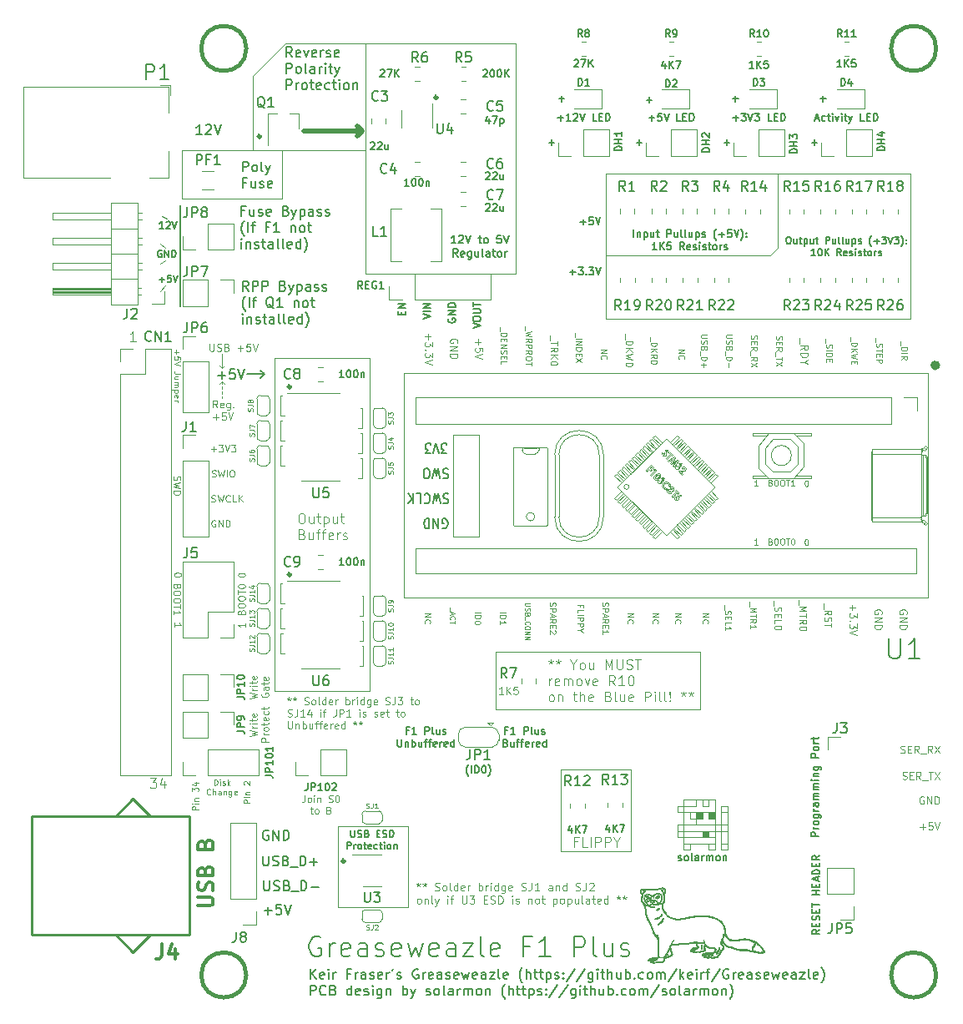
<source format=gbr>
G04 #@! TF.GenerationSoftware,KiCad,Pcbnew,(5.1.9)-1*
G04 #@! TF.CreationDate,2021-06-25T18:36:13+01:00*
G04 #@! TF.ProjectId,Greaseweazle F1 Plus,47726561-7365-4776-9561-7a6c65204631,1*
G04 #@! TF.SameCoordinates,PX6312cb0PY6bcb370*
G04 #@! TF.FileFunction,Legend,Top*
G04 #@! TF.FilePolarity,Positive*
%FSLAX46Y46*%
G04 Gerber Fmt 4.6, Leading zero omitted, Abs format (unit mm)*
G04 Created by KiCad (PCBNEW (5.1.9)-1) date 2021-06-25 18:36:13*
%MOMM*%
%LPD*%
G01*
G04 APERTURE LIST*
%ADD10C,0.150000*%
%ADD11C,0.100000*%
%ADD12C,0.125000*%
%ADD13C,0.187500*%
%ADD14C,0.120000*%
%ADD15C,0.300000*%
%ADD16C,0.600000*%
%ADD17C,0.500000*%
%ADD18C,0.200000*%
%ADD19C,0.381000*%
%ADD20C,0.010000*%
%ADD21C,0.254000*%
%ADD22C,0.304800*%
G04 APERTURE END LIST*
D10*
X28418285Y44017572D02*
X29168285Y44267572D01*
X28418285Y44517572D01*
X28418285Y44910429D02*
X28418285Y45053286D01*
X28454000Y45124715D01*
X28525428Y45196143D01*
X28668285Y45231858D01*
X28918285Y45231858D01*
X29061142Y45196143D01*
X29132571Y45124715D01*
X29168285Y45053286D01*
X29168285Y44910429D01*
X29132571Y44839000D01*
X29061142Y44767572D01*
X28918285Y44731858D01*
X28668285Y44731858D01*
X28525428Y44767572D01*
X28454000Y44839000D01*
X28418285Y44910429D01*
X28418285Y45553286D02*
X29025428Y45553286D01*
X29096857Y45589000D01*
X29132571Y45624715D01*
X29168285Y45696143D01*
X29168285Y45839000D01*
X29132571Y45910429D01*
X29096857Y45946143D01*
X29025428Y45981858D01*
X28418285Y45981858D01*
X28418285Y46231858D02*
X28418285Y46660429D01*
X29168285Y46446143D02*
X28418285Y46446143D01*
X25914000Y45021572D02*
X25878285Y44950143D01*
X25878285Y44843000D01*
X25914000Y44735858D01*
X25985428Y44664429D01*
X26056857Y44628715D01*
X26199714Y44593000D01*
X26306857Y44593000D01*
X26449714Y44628715D01*
X26521142Y44664429D01*
X26592571Y44735858D01*
X26628285Y44843000D01*
X26628285Y44914429D01*
X26592571Y45021572D01*
X26556857Y45057286D01*
X26306857Y45057286D01*
X26306857Y44914429D01*
X26628285Y45378715D02*
X25878285Y45378715D01*
X26628285Y45807286D01*
X25878285Y45807286D01*
X26628285Y46164429D02*
X25878285Y46164429D01*
X25878285Y46343000D01*
X25914000Y46450143D01*
X25985428Y46521572D01*
X26056857Y46557286D01*
X26199714Y46593000D01*
X26306857Y46593000D01*
X26449714Y46557286D01*
X26521142Y46521572D01*
X26592571Y46450143D01*
X26628285Y46343000D01*
X26628285Y46164429D01*
X23338285Y44991858D02*
X24088285Y45241858D01*
X23338285Y45491858D01*
X24088285Y45741858D02*
X23338285Y45741858D01*
X24088285Y46099001D02*
X23338285Y46099001D01*
X24088285Y46527572D01*
X23338285Y46527572D01*
X21155428Y45420429D02*
X21155428Y45670429D01*
X21548285Y45777572D02*
X21548285Y45420429D01*
X20798285Y45420429D01*
X20798285Y45777572D01*
X21548285Y46099000D02*
X20798285Y46099000D01*
X21548285Y46527572D01*
X20798285Y46527572D01*
D11*
X2135285Y-2311428D02*
X2135285Y-1711428D01*
X2278142Y-1711428D01*
X2363857Y-1740000D01*
X2421000Y-1797142D01*
X2449571Y-1854285D01*
X2478142Y-1968571D01*
X2478142Y-2054285D01*
X2449571Y-2168571D01*
X2421000Y-2225714D01*
X2363857Y-2282857D01*
X2278142Y-2311428D01*
X2135285Y-2311428D01*
X2735285Y-2311428D02*
X2735285Y-1911428D01*
X2735285Y-1711428D02*
X2706714Y-1740000D01*
X2735285Y-1768571D01*
X2763857Y-1740000D01*
X2735285Y-1711428D01*
X2735285Y-1768571D01*
X2992428Y-2282857D02*
X3049571Y-2311428D01*
X3163857Y-2311428D01*
X3221000Y-2282857D01*
X3249571Y-2225714D01*
X3249571Y-2197142D01*
X3221000Y-2140000D01*
X3163857Y-2111428D01*
X3078142Y-2111428D01*
X3021000Y-2082857D01*
X2992428Y-2025714D01*
X2992428Y-1997142D01*
X3021000Y-1940000D01*
X3078142Y-1911428D01*
X3163857Y-1911428D01*
X3221000Y-1940000D01*
X3506714Y-2311428D02*
X3506714Y-1711428D01*
X3563857Y-2082857D02*
X3735285Y-2311428D01*
X3735285Y-1911428D02*
X3506714Y-2140000D01*
X1763857Y-3254285D02*
X1735285Y-3282857D01*
X1649571Y-3311428D01*
X1592428Y-3311428D01*
X1506714Y-3282857D01*
X1449571Y-3225714D01*
X1421000Y-3168571D01*
X1392428Y-3054285D01*
X1392428Y-2968571D01*
X1421000Y-2854285D01*
X1449571Y-2797142D01*
X1506714Y-2740000D01*
X1592428Y-2711428D01*
X1649571Y-2711428D01*
X1735285Y-2740000D01*
X1763857Y-2768571D01*
X2021000Y-3311428D02*
X2021000Y-2711428D01*
X2278142Y-3311428D02*
X2278142Y-2997142D01*
X2249571Y-2940000D01*
X2192428Y-2911428D01*
X2106714Y-2911428D01*
X2049571Y-2940000D01*
X2021000Y-2968571D01*
X2821000Y-3311428D02*
X2821000Y-2997142D01*
X2792428Y-2940000D01*
X2735285Y-2911428D01*
X2621000Y-2911428D01*
X2563857Y-2940000D01*
X2821000Y-3282857D02*
X2763857Y-3311428D01*
X2621000Y-3311428D01*
X2563857Y-3282857D01*
X2535285Y-3225714D01*
X2535285Y-3168571D01*
X2563857Y-3111428D01*
X2621000Y-3082857D01*
X2763857Y-3082857D01*
X2821000Y-3054285D01*
X3106714Y-2911428D02*
X3106714Y-3311428D01*
X3106714Y-2968571D02*
X3135285Y-2940000D01*
X3192428Y-2911428D01*
X3278142Y-2911428D01*
X3335285Y-2940000D01*
X3363857Y-2997142D01*
X3363857Y-3311428D01*
X3906714Y-2911428D02*
X3906714Y-3397142D01*
X3878142Y-3454285D01*
X3849571Y-3482857D01*
X3792428Y-3511428D01*
X3706714Y-3511428D01*
X3649571Y-3482857D01*
X3906714Y-3282857D02*
X3849571Y-3311428D01*
X3735285Y-3311428D01*
X3678142Y-3282857D01*
X3649571Y-3254285D01*
X3621000Y-3197142D01*
X3621000Y-3025714D01*
X3649571Y-2968571D01*
X3678142Y-2940000D01*
X3735285Y-2911428D01*
X3849571Y-2911428D01*
X3906714Y-2940000D01*
X4421000Y-3282857D02*
X4363857Y-3311428D01*
X4249571Y-3311428D01*
X4192428Y-3282857D01*
X4163857Y-3225714D01*
X4163857Y-2997142D01*
X4192428Y-2940000D01*
X4249571Y-2911428D01*
X4363857Y-2911428D01*
X4421000Y-2940000D01*
X4449571Y-2997142D01*
X4449571Y-3054285D01*
X4163857Y-3111428D01*
X525428Y-4800428D02*
X-74572Y-4800428D01*
X-74572Y-4571857D01*
X-46000Y-4514714D01*
X-17429Y-4486142D01*
X39714Y-4457571D01*
X125428Y-4457571D01*
X182571Y-4486142D01*
X211142Y-4514714D01*
X239714Y-4571857D01*
X239714Y-4800428D01*
X525428Y-4200428D02*
X125428Y-4200428D01*
X-74572Y-4200428D02*
X-46000Y-4229000D01*
X-17429Y-4200428D01*
X-46000Y-4171857D01*
X-74572Y-4200428D01*
X-17429Y-4200428D01*
X125428Y-3914714D02*
X525428Y-3914714D01*
X182571Y-3914714D02*
X154000Y-3886142D01*
X125428Y-3829000D01*
X125428Y-3743285D01*
X154000Y-3686142D01*
X211142Y-3657571D01*
X525428Y-3657571D01*
X-74572Y-2971857D02*
X-74572Y-2600428D01*
X154000Y-2800428D01*
X154000Y-2714714D01*
X182571Y-2657571D01*
X211142Y-2629000D01*
X268285Y-2600428D01*
X411142Y-2600428D01*
X468285Y-2629000D01*
X496857Y-2657571D01*
X525428Y-2714714D01*
X525428Y-2886142D01*
X496857Y-2943285D01*
X468285Y-2971857D01*
X125428Y-2086142D02*
X525428Y-2086142D01*
X-103143Y-2229000D02*
X325428Y-2371857D01*
X325428Y-2000428D01*
D12*
X11320666Y-3347166D02*
X11320666Y-3847166D01*
X11287333Y-3947166D01*
X11220666Y-4013833D01*
X11120666Y-4047166D01*
X11054000Y-4047166D01*
X11754000Y-4047166D02*
X11687333Y-4013833D01*
X11654000Y-3980500D01*
X11620666Y-3913833D01*
X11620666Y-3713833D01*
X11654000Y-3647166D01*
X11687333Y-3613833D01*
X11754000Y-3580500D01*
X11854000Y-3580500D01*
X11920666Y-3613833D01*
X11954000Y-3647166D01*
X11987333Y-3713833D01*
X11987333Y-3913833D01*
X11954000Y-3980500D01*
X11920666Y-4013833D01*
X11854000Y-4047166D01*
X11754000Y-4047166D01*
X12287333Y-4047166D02*
X12287333Y-3580500D01*
X12287333Y-3347166D02*
X12254000Y-3380500D01*
X12287333Y-3413833D01*
X12320666Y-3380500D01*
X12287333Y-3347166D01*
X12287333Y-3413833D01*
X12620666Y-3580500D02*
X12620666Y-4047166D01*
X12620666Y-3647166D02*
X12654000Y-3613833D01*
X12720666Y-3580500D01*
X12820666Y-3580500D01*
X12887333Y-3613833D01*
X12920666Y-3680500D01*
X12920666Y-4047166D01*
X13754000Y-4013833D02*
X13854000Y-4047166D01*
X14020666Y-4047166D01*
X14087333Y-4013833D01*
X14120666Y-3980500D01*
X14154000Y-3913833D01*
X14154000Y-3847166D01*
X14120666Y-3780500D01*
X14087333Y-3747166D01*
X14020666Y-3713833D01*
X13887333Y-3680500D01*
X13820666Y-3647166D01*
X13787333Y-3613833D01*
X13754000Y-3547166D01*
X13754000Y-3480500D01*
X13787333Y-3413833D01*
X13820666Y-3380500D01*
X13887333Y-3347166D01*
X14054000Y-3347166D01*
X14154000Y-3380500D01*
X14587333Y-3347166D02*
X14654000Y-3347166D01*
X14720666Y-3380500D01*
X14754000Y-3413833D01*
X14787333Y-3480500D01*
X14820666Y-3613833D01*
X14820666Y-3780500D01*
X14787333Y-3913833D01*
X14754000Y-3980500D01*
X14720666Y-4013833D01*
X14654000Y-4047166D01*
X14587333Y-4047166D01*
X14520666Y-4013833D01*
X14487333Y-3980500D01*
X14454000Y-3913833D01*
X14420666Y-3780500D01*
X14420666Y-3613833D01*
X14454000Y-3480500D01*
X14487333Y-3413833D01*
X14520666Y-3380500D01*
X14587333Y-3347166D01*
X11887333Y-4755500D02*
X12154000Y-4755500D01*
X11987333Y-4522166D02*
X11987333Y-5122166D01*
X12020666Y-5188833D01*
X12087333Y-5222166D01*
X12154000Y-5222166D01*
X12487333Y-5222166D02*
X12420666Y-5188833D01*
X12387333Y-5155500D01*
X12354000Y-5088833D01*
X12354000Y-4888833D01*
X12387333Y-4822166D01*
X12420666Y-4788833D01*
X12487333Y-4755500D01*
X12587333Y-4755500D01*
X12654000Y-4788833D01*
X12687333Y-4822166D01*
X12720666Y-4888833D01*
X12720666Y-5088833D01*
X12687333Y-5155500D01*
X12654000Y-5188833D01*
X12587333Y-5222166D01*
X12487333Y-5222166D01*
X13787333Y-4855500D02*
X13887333Y-4888833D01*
X13920666Y-4922166D01*
X13954000Y-4988833D01*
X13954000Y-5088833D01*
X13920666Y-5155500D01*
X13887333Y-5188833D01*
X13820666Y-5222166D01*
X13554000Y-5222166D01*
X13554000Y-4522166D01*
X13787333Y-4522166D01*
X13854000Y-4555500D01*
X13887333Y-4588833D01*
X13920666Y-4655500D01*
X13920666Y-4722166D01*
X13887333Y-4788833D01*
X13854000Y-4822166D01*
X13787333Y-4855500D01*
X13554000Y-4855500D01*
D11*
X5732428Y-4133714D02*
X5132428Y-4133714D01*
X5132428Y-3905142D01*
X5161000Y-3848000D01*
X5189571Y-3819428D01*
X5246714Y-3790857D01*
X5332428Y-3790857D01*
X5389571Y-3819428D01*
X5418142Y-3848000D01*
X5446714Y-3905142D01*
X5446714Y-4133714D01*
X5732428Y-3533714D02*
X5332428Y-3533714D01*
X5132428Y-3533714D02*
X5161000Y-3562285D01*
X5189571Y-3533714D01*
X5161000Y-3505142D01*
X5132428Y-3533714D01*
X5189571Y-3533714D01*
X5332428Y-3248000D02*
X5732428Y-3248000D01*
X5389571Y-3248000D02*
X5361000Y-3219428D01*
X5332428Y-3162285D01*
X5332428Y-3076571D01*
X5361000Y-3019428D01*
X5418142Y-2990857D01*
X5732428Y-2990857D01*
X5189571Y-2276571D02*
X5161000Y-2248000D01*
X5132428Y-2190857D01*
X5132428Y-2048000D01*
X5161000Y-1990857D01*
X5189571Y-1962285D01*
X5246714Y-1933714D01*
X5303857Y-1933714D01*
X5389571Y-1962285D01*
X5732428Y-2305142D01*
X5732428Y-1933714D01*
D10*
X27938142Y-1387000D02*
X27902428Y-1351285D01*
X27831000Y-1244142D01*
X27795285Y-1172714D01*
X27759571Y-1065571D01*
X27723857Y-887000D01*
X27723857Y-744142D01*
X27759571Y-565571D01*
X27795285Y-458428D01*
X27831000Y-387000D01*
X27902428Y-279857D01*
X27938142Y-244142D01*
X28223857Y-1101285D02*
X28223857Y-351285D01*
X28581000Y-1101285D02*
X28581000Y-351285D01*
X28759571Y-351285D01*
X28866714Y-387000D01*
X28938142Y-458428D01*
X28973857Y-529857D01*
X29009571Y-672714D01*
X29009571Y-779857D01*
X28973857Y-922714D01*
X28938142Y-994142D01*
X28866714Y-1065571D01*
X28759571Y-1101285D01*
X28581000Y-1101285D01*
X29473857Y-351285D02*
X29545285Y-351285D01*
X29616714Y-387000D01*
X29652428Y-422714D01*
X29688142Y-494142D01*
X29723857Y-637000D01*
X29723857Y-815571D01*
X29688142Y-958428D01*
X29652428Y-1029857D01*
X29616714Y-1065571D01*
X29545285Y-1101285D01*
X29473857Y-1101285D01*
X29402428Y-1065571D01*
X29366714Y-1029857D01*
X29331000Y-958428D01*
X29295285Y-815571D01*
X29295285Y-637000D01*
X29331000Y-494142D01*
X29366714Y-422714D01*
X29402428Y-387000D01*
X29473857Y-351285D01*
X29973857Y-1387000D02*
X30009571Y-1351285D01*
X30081000Y-1244142D01*
X30116714Y-1172714D01*
X30152428Y-1065571D01*
X30188142Y-887000D01*
X30188142Y-744142D01*
X30152428Y-565571D01*
X30116714Y-458428D01*
X30081000Y-387000D01*
X30009571Y-279857D01*
X29973857Y-244142D01*
X21872000Y3231072D02*
X21622000Y3231072D01*
X21622000Y2838215D02*
X21622000Y3588215D01*
X21979142Y3588215D01*
X22657714Y2838215D02*
X22229142Y2838215D01*
X22443428Y2838215D02*
X22443428Y3588215D01*
X22372000Y3481072D01*
X22300571Y3409643D01*
X22229142Y3373929D01*
X23550571Y2838215D02*
X23550571Y3588215D01*
X23836285Y3588215D01*
X23907714Y3552500D01*
X23943428Y3516786D01*
X23979142Y3445358D01*
X23979142Y3338215D01*
X23943428Y3266786D01*
X23907714Y3231072D01*
X23836285Y3195358D01*
X23550571Y3195358D01*
X24407714Y2838215D02*
X24336285Y2873929D01*
X24300571Y2945358D01*
X24300571Y3588215D01*
X25014857Y3338215D02*
X25014857Y2838215D01*
X24693428Y3338215D02*
X24693428Y2945358D01*
X24729142Y2873929D01*
X24800571Y2838215D01*
X24907714Y2838215D01*
X24979142Y2873929D01*
X25014857Y2909643D01*
X25336285Y2873929D02*
X25407714Y2838215D01*
X25550571Y2838215D01*
X25622000Y2873929D01*
X25657714Y2945358D01*
X25657714Y2981072D01*
X25622000Y3052500D01*
X25550571Y3088215D01*
X25443428Y3088215D01*
X25372000Y3123929D01*
X25336285Y3195358D01*
X25336285Y3231072D01*
X25372000Y3302500D01*
X25443428Y3338215D01*
X25550571Y3338215D01*
X25622000Y3302500D01*
X20747000Y2313215D02*
X20747000Y1706072D01*
X20782714Y1634643D01*
X20818428Y1598929D01*
X20889857Y1563215D01*
X21032714Y1563215D01*
X21104142Y1598929D01*
X21139857Y1634643D01*
X21175571Y1706072D01*
X21175571Y2313215D01*
X21532714Y2063215D02*
X21532714Y1563215D01*
X21532714Y1991786D02*
X21568428Y2027500D01*
X21639857Y2063215D01*
X21747000Y2063215D01*
X21818428Y2027500D01*
X21854142Y1956072D01*
X21854142Y1563215D01*
X22211285Y1563215D02*
X22211285Y2313215D01*
X22211285Y2027500D02*
X22282714Y2063215D01*
X22425571Y2063215D01*
X22497000Y2027500D01*
X22532714Y1991786D01*
X22568428Y1920358D01*
X22568428Y1706072D01*
X22532714Y1634643D01*
X22497000Y1598929D01*
X22425571Y1563215D01*
X22282714Y1563215D01*
X22211285Y1598929D01*
X23211285Y2063215D02*
X23211285Y1563215D01*
X22889857Y2063215D02*
X22889857Y1670358D01*
X22925571Y1598929D01*
X22997000Y1563215D01*
X23104142Y1563215D01*
X23175571Y1598929D01*
X23211285Y1634643D01*
X23461285Y2063215D02*
X23747000Y2063215D01*
X23568428Y1563215D02*
X23568428Y2206072D01*
X23604142Y2277500D01*
X23675571Y2313215D01*
X23747000Y2313215D01*
X23889857Y2063215D02*
X24175571Y2063215D01*
X23997000Y1563215D02*
X23997000Y2206072D01*
X24032714Y2277500D01*
X24104142Y2313215D01*
X24175571Y2313215D01*
X24711285Y1598929D02*
X24639857Y1563215D01*
X24497000Y1563215D01*
X24425571Y1598929D01*
X24389857Y1670358D01*
X24389857Y1956072D01*
X24425571Y2027500D01*
X24497000Y2063215D01*
X24639857Y2063215D01*
X24711285Y2027500D01*
X24747000Y1956072D01*
X24747000Y1884643D01*
X24389857Y1813215D01*
X25068428Y1563215D02*
X25068428Y2063215D01*
X25068428Y1920358D02*
X25104142Y1991786D01*
X25139857Y2027500D01*
X25211285Y2063215D01*
X25282714Y2063215D01*
X25818428Y1598929D02*
X25747000Y1563215D01*
X25604142Y1563215D01*
X25532714Y1598929D01*
X25497000Y1670358D01*
X25497000Y1956072D01*
X25532714Y2027500D01*
X25604142Y2063215D01*
X25747000Y2063215D01*
X25818428Y2027500D01*
X25854142Y1956072D01*
X25854142Y1884643D01*
X25497000Y1813215D01*
X26497000Y1563215D02*
X26497000Y2313215D01*
X26497000Y1598929D02*
X26425571Y1563215D01*
X26282714Y1563215D01*
X26211285Y1598929D01*
X26175571Y1634643D01*
X26139857Y1706072D01*
X26139857Y1920358D01*
X26175571Y1991786D01*
X26211285Y2027500D01*
X26282714Y2063215D01*
X26425571Y2063215D01*
X26497000Y2027500D01*
X31905000Y3231072D02*
X31655000Y3231072D01*
X31655000Y2838215D02*
X31655000Y3588215D01*
X32012142Y3588215D01*
X32690714Y2838215D02*
X32262142Y2838215D01*
X32476428Y2838215D02*
X32476428Y3588215D01*
X32405000Y3481072D01*
X32333571Y3409643D01*
X32262142Y3373929D01*
X33583571Y2838215D02*
X33583571Y3588215D01*
X33869285Y3588215D01*
X33940714Y3552500D01*
X33976428Y3516786D01*
X34012142Y3445358D01*
X34012142Y3338215D01*
X33976428Y3266786D01*
X33940714Y3231072D01*
X33869285Y3195358D01*
X33583571Y3195358D01*
X34440714Y2838215D02*
X34369285Y2873929D01*
X34333571Y2945358D01*
X34333571Y3588215D01*
X35047857Y3338215D02*
X35047857Y2838215D01*
X34726428Y3338215D02*
X34726428Y2945358D01*
X34762142Y2873929D01*
X34833571Y2838215D01*
X34940714Y2838215D01*
X35012142Y2873929D01*
X35047857Y2909643D01*
X35369285Y2873929D02*
X35440714Y2838215D01*
X35583571Y2838215D01*
X35655000Y2873929D01*
X35690714Y2945358D01*
X35690714Y2981072D01*
X35655000Y3052500D01*
X35583571Y3088215D01*
X35476428Y3088215D01*
X35405000Y3123929D01*
X35369285Y3195358D01*
X35369285Y3231072D01*
X35405000Y3302500D01*
X35476428Y3338215D01*
X35583571Y3338215D01*
X35655000Y3302500D01*
X31726428Y1956072D02*
X31833571Y1920358D01*
X31869285Y1884643D01*
X31905000Y1813215D01*
X31905000Y1706072D01*
X31869285Y1634643D01*
X31833571Y1598929D01*
X31762142Y1563215D01*
X31476428Y1563215D01*
X31476428Y2313215D01*
X31726428Y2313215D01*
X31797857Y2277500D01*
X31833571Y2241786D01*
X31869285Y2170358D01*
X31869285Y2098929D01*
X31833571Y2027500D01*
X31797857Y1991786D01*
X31726428Y1956072D01*
X31476428Y1956072D01*
X32547857Y2063215D02*
X32547857Y1563215D01*
X32226428Y2063215D02*
X32226428Y1670358D01*
X32262142Y1598929D01*
X32333571Y1563215D01*
X32440714Y1563215D01*
X32512142Y1598929D01*
X32547857Y1634643D01*
X32797857Y2063215D02*
X33083571Y2063215D01*
X32905000Y1563215D02*
X32905000Y2206072D01*
X32940714Y2277500D01*
X33012142Y2313215D01*
X33083571Y2313215D01*
X33226428Y2063215D02*
X33512142Y2063215D01*
X33333571Y1563215D02*
X33333571Y2206072D01*
X33369285Y2277500D01*
X33440714Y2313215D01*
X33512142Y2313215D01*
X34047857Y1598929D02*
X33976428Y1563215D01*
X33833571Y1563215D01*
X33762142Y1598929D01*
X33726428Y1670358D01*
X33726428Y1956072D01*
X33762142Y2027500D01*
X33833571Y2063215D01*
X33976428Y2063215D01*
X34047857Y2027500D01*
X34083571Y1956072D01*
X34083571Y1884643D01*
X33726428Y1813215D01*
X34405000Y1563215D02*
X34405000Y2063215D01*
X34405000Y1920358D02*
X34440714Y1991786D01*
X34476428Y2027500D01*
X34547857Y2063215D01*
X34619285Y2063215D01*
X35155000Y1598929D02*
X35083571Y1563215D01*
X34940714Y1563215D01*
X34869285Y1598929D01*
X34833571Y1670358D01*
X34833571Y1956072D01*
X34869285Y2027500D01*
X34940714Y2063215D01*
X35083571Y2063215D01*
X35155000Y2027500D01*
X35190714Y1956072D01*
X35190714Y1884643D01*
X34833571Y1813215D01*
X35833571Y1563215D02*
X35833571Y2313215D01*
X35833571Y1598929D02*
X35762142Y1563215D01*
X35619285Y1563215D01*
X35547857Y1598929D01*
X35512142Y1634643D01*
X35476428Y1706072D01*
X35476428Y1920358D01*
X35512142Y1991786D01*
X35547857Y2027500D01*
X35619285Y2063215D01*
X35762142Y2063215D01*
X35833571Y2027500D01*
D13*
X63045571Y62579286D02*
X63045571Y63150715D01*
X63331285Y62865000D02*
X62759857Y62865000D01*
X54155571Y62579286D02*
X54155571Y63150715D01*
X54441285Y62865000D02*
X53869857Y62865000D01*
X45265571Y62579286D02*
X45265571Y63150715D01*
X45551285Y62865000D02*
X44979857Y62865000D01*
X36375571Y62579286D02*
X36375571Y63150715D01*
X36661285Y62865000D02*
X36089857Y62865000D01*
D12*
X22865011Y-12234404D02*
X22865011Y-12424880D01*
X22674535Y-12348690D02*
X22865011Y-12424880D01*
X23055488Y-12348690D01*
X22750726Y-12577261D02*
X22865011Y-12424880D01*
X22979297Y-12577261D01*
X23474535Y-12234404D02*
X23474535Y-12424880D01*
X23284059Y-12348690D02*
X23474535Y-12424880D01*
X23665011Y-12348690D01*
X23360250Y-12577261D02*
X23474535Y-12424880D01*
X23588821Y-12577261D01*
X24541202Y-12996309D02*
X24655488Y-13034404D01*
X24845964Y-13034404D01*
X24922154Y-12996309D01*
X24960250Y-12958214D01*
X24998345Y-12882023D01*
X24998345Y-12805833D01*
X24960250Y-12729642D01*
X24922154Y-12691547D01*
X24845964Y-12653452D01*
X24693583Y-12615357D01*
X24617392Y-12577261D01*
X24579297Y-12539166D01*
X24541202Y-12462976D01*
X24541202Y-12386785D01*
X24579297Y-12310595D01*
X24617392Y-12272500D01*
X24693583Y-12234404D01*
X24884059Y-12234404D01*
X24998345Y-12272500D01*
X25455488Y-13034404D02*
X25379297Y-12996309D01*
X25341202Y-12958214D01*
X25303107Y-12882023D01*
X25303107Y-12653452D01*
X25341202Y-12577261D01*
X25379297Y-12539166D01*
X25455488Y-12501071D01*
X25569773Y-12501071D01*
X25645964Y-12539166D01*
X25684059Y-12577261D01*
X25722154Y-12653452D01*
X25722154Y-12882023D01*
X25684059Y-12958214D01*
X25645964Y-12996309D01*
X25569773Y-13034404D01*
X25455488Y-13034404D01*
X26179297Y-13034404D02*
X26103107Y-12996309D01*
X26065011Y-12920119D01*
X26065011Y-12234404D01*
X26826916Y-13034404D02*
X26826916Y-12234404D01*
X26826916Y-12996309D02*
X26750726Y-13034404D01*
X26598345Y-13034404D01*
X26522154Y-12996309D01*
X26484059Y-12958214D01*
X26445964Y-12882023D01*
X26445964Y-12653452D01*
X26484059Y-12577261D01*
X26522154Y-12539166D01*
X26598345Y-12501071D01*
X26750726Y-12501071D01*
X26826916Y-12539166D01*
X27512630Y-12996309D02*
X27436440Y-13034404D01*
X27284059Y-13034404D01*
X27207869Y-12996309D01*
X27169773Y-12920119D01*
X27169773Y-12615357D01*
X27207869Y-12539166D01*
X27284059Y-12501071D01*
X27436440Y-12501071D01*
X27512630Y-12539166D01*
X27550726Y-12615357D01*
X27550726Y-12691547D01*
X27169773Y-12767738D01*
X27893583Y-13034404D02*
X27893583Y-12501071D01*
X27893583Y-12653452D02*
X27931678Y-12577261D01*
X27969773Y-12539166D01*
X28045964Y-12501071D01*
X28122154Y-12501071D01*
X28998345Y-13034404D02*
X28998345Y-12234404D01*
X28998345Y-12539166D02*
X29074535Y-12501071D01*
X29226916Y-12501071D01*
X29303107Y-12539166D01*
X29341202Y-12577261D01*
X29379297Y-12653452D01*
X29379297Y-12882023D01*
X29341202Y-12958214D01*
X29303107Y-12996309D01*
X29226916Y-13034404D01*
X29074535Y-13034404D01*
X28998345Y-12996309D01*
X29722154Y-13034404D02*
X29722154Y-12501071D01*
X29722154Y-12653452D02*
X29760250Y-12577261D01*
X29798345Y-12539166D01*
X29874535Y-12501071D01*
X29950726Y-12501071D01*
X30217392Y-13034404D02*
X30217392Y-12501071D01*
X30217392Y-12234404D02*
X30179297Y-12272500D01*
X30217392Y-12310595D01*
X30255488Y-12272500D01*
X30217392Y-12234404D01*
X30217392Y-12310595D01*
X30941202Y-13034404D02*
X30941202Y-12234404D01*
X30941202Y-12996309D02*
X30865011Y-13034404D01*
X30712630Y-13034404D01*
X30636440Y-12996309D01*
X30598345Y-12958214D01*
X30560250Y-12882023D01*
X30560250Y-12653452D01*
X30598345Y-12577261D01*
X30636440Y-12539166D01*
X30712630Y-12501071D01*
X30865011Y-12501071D01*
X30941202Y-12539166D01*
X31665011Y-12501071D02*
X31665011Y-13148690D01*
X31626916Y-13224880D01*
X31588821Y-13262976D01*
X31512630Y-13301071D01*
X31398345Y-13301071D01*
X31322154Y-13262976D01*
X31665011Y-12996309D02*
X31588821Y-13034404D01*
X31436440Y-13034404D01*
X31360250Y-12996309D01*
X31322154Y-12958214D01*
X31284059Y-12882023D01*
X31284059Y-12653452D01*
X31322154Y-12577261D01*
X31360250Y-12539166D01*
X31436440Y-12501071D01*
X31588821Y-12501071D01*
X31665011Y-12539166D01*
X32350726Y-12996309D02*
X32274535Y-13034404D01*
X32122154Y-13034404D01*
X32045964Y-12996309D01*
X32007869Y-12920119D01*
X32007869Y-12615357D01*
X32045964Y-12539166D01*
X32122154Y-12501071D01*
X32274535Y-12501071D01*
X32350726Y-12539166D01*
X32388821Y-12615357D01*
X32388821Y-12691547D01*
X32007869Y-12767738D01*
X33303107Y-12996309D02*
X33417392Y-13034404D01*
X33607869Y-13034404D01*
X33684059Y-12996309D01*
X33722154Y-12958214D01*
X33760250Y-12882023D01*
X33760250Y-12805833D01*
X33722154Y-12729642D01*
X33684059Y-12691547D01*
X33607869Y-12653452D01*
X33455488Y-12615357D01*
X33379297Y-12577261D01*
X33341202Y-12539166D01*
X33303107Y-12462976D01*
X33303107Y-12386785D01*
X33341202Y-12310595D01*
X33379297Y-12272500D01*
X33455488Y-12234404D01*
X33645964Y-12234404D01*
X33760250Y-12272500D01*
X34331678Y-12234404D02*
X34331678Y-12805833D01*
X34293583Y-12920119D01*
X34217392Y-12996309D01*
X34103107Y-13034404D01*
X34026916Y-13034404D01*
X35131678Y-13034404D02*
X34674535Y-13034404D01*
X34903107Y-13034404D02*
X34903107Y-12234404D01*
X34826916Y-12348690D01*
X34750726Y-12424880D01*
X34674535Y-12462976D01*
X36426916Y-13034404D02*
X36426916Y-12615357D01*
X36388821Y-12539166D01*
X36312630Y-12501071D01*
X36160250Y-12501071D01*
X36084059Y-12539166D01*
X36426916Y-12996309D02*
X36350726Y-13034404D01*
X36160250Y-13034404D01*
X36084059Y-12996309D01*
X36045964Y-12920119D01*
X36045964Y-12843928D01*
X36084059Y-12767738D01*
X36160250Y-12729642D01*
X36350726Y-12729642D01*
X36426916Y-12691547D01*
X36807869Y-12501071D02*
X36807869Y-13034404D01*
X36807869Y-12577261D02*
X36845964Y-12539166D01*
X36922154Y-12501071D01*
X37036440Y-12501071D01*
X37112630Y-12539166D01*
X37150726Y-12615357D01*
X37150726Y-13034404D01*
X37874535Y-13034404D02*
X37874535Y-12234404D01*
X37874535Y-12996309D02*
X37798345Y-13034404D01*
X37645964Y-13034404D01*
X37569773Y-12996309D01*
X37531678Y-12958214D01*
X37493583Y-12882023D01*
X37493583Y-12653452D01*
X37531678Y-12577261D01*
X37569773Y-12539166D01*
X37645964Y-12501071D01*
X37798345Y-12501071D01*
X37874535Y-12539166D01*
X38826916Y-12996309D02*
X38941202Y-13034404D01*
X39131678Y-13034404D01*
X39207869Y-12996309D01*
X39245964Y-12958214D01*
X39284059Y-12882023D01*
X39284059Y-12805833D01*
X39245964Y-12729642D01*
X39207869Y-12691547D01*
X39131678Y-12653452D01*
X38979297Y-12615357D01*
X38903107Y-12577261D01*
X38865011Y-12539166D01*
X38826916Y-12462976D01*
X38826916Y-12386785D01*
X38865011Y-12310595D01*
X38903107Y-12272500D01*
X38979297Y-12234404D01*
X39169773Y-12234404D01*
X39284059Y-12272500D01*
X39855488Y-12234404D02*
X39855488Y-12805833D01*
X39817392Y-12920119D01*
X39741202Y-12996309D01*
X39626916Y-13034404D01*
X39550726Y-13034404D01*
X40198345Y-12310595D02*
X40236440Y-12272500D01*
X40312630Y-12234404D01*
X40503107Y-12234404D01*
X40579297Y-12272500D01*
X40617392Y-12310595D01*
X40655488Y-12386785D01*
X40655488Y-12462976D01*
X40617392Y-12577261D01*
X40160250Y-13034404D01*
X40655488Y-13034404D01*
X22865011Y-14359404D02*
X22788821Y-14321309D01*
X22750726Y-14283214D01*
X22712630Y-14207023D01*
X22712630Y-13978452D01*
X22750726Y-13902261D01*
X22788821Y-13864166D01*
X22865011Y-13826071D01*
X22979297Y-13826071D01*
X23055488Y-13864166D01*
X23093583Y-13902261D01*
X23131678Y-13978452D01*
X23131678Y-14207023D01*
X23093583Y-14283214D01*
X23055488Y-14321309D01*
X22979297Y-14359404D01*
X22865011Y-14359404D01*
X23474535Y-13826071D02*
X23474535Y-14359404D01*
X23474535Y-13902261D02*
X23512630Y-13864166D01*
X23588821Y-13826071D01*
X23703107Y-13826071D01*
X23779297Y-13864166D01*
X23817392Y-13940357D01*
X23817392Y-14359404D01*
X24312630Y-14359404D02*
X24236440Y-14321309D01*
X24198345Y-14245119D01*
X24198345Y-13559404D01*
X24541202Y-13826071D02*
X24731678Y-14359404D01*
X24922154Y-13826071D02*
X24731678Y-14359404D01*
X24655488Y-14549880D01*
X24617392Y-14587976D01*
X24541202Y-14626071D01*
X25836440Y-14359404D02*
X25836440Y-13826071D01*
X25836440Y-13559404D02*
X25798345Y-13597500D01*
X25836440Y-13635595D01*
X25874535Y-13597500D01*
X25836440Y-13559404D01*
X25836440Y-13635595D01*
X26103107Y-13826071D02*
X26407869Y-13826071D01*
X26217392Y-14359404D02*
X26217392Y-13673690D01*
X26255488Y-13597500D01*
X26331678Y-13559404D01*
X26407869Y-13559404D01*
X27284059Y-13559404D02*
X27284059Y-14207023D01*
X27322154Y-14283214D01*
X27360250Y-14321309D01*
X27436440Y-14359404D01*
X27588821Y-14359404D01*
X27665011Y-14321309D01*
X27703107Y-14283214D01*
X27741202Y-14207023D01*
X27741202Y-13559404D01*
X28045964Y-13559404D02*
X28541202Y-13559404D01*
X28274535Y-13864166D01*
X28388821Y-13864166D01*
X28465011Y-13902261D01*
X28503107Y-13940357D01*
X28541202Y-14016547D01*
X28541202Y-14207023D01*
X28503107Y-14283214D01*
X28465011Y-14321309D01*
X28388821Y-14359404D01*
X28160250Y-14359404D01*
X28084059Y-14321309D01*
X28045964Y-14283214D01*
X29493583Y-13940357D02*
X29760250Y-13940357D01*
X29874535Y-14359404D02*
X29493583Y-14359404D01*
X29493583Y-13559404D01*
X29874535Y-13559404D01*
X30179297Y-14321309D02*
X30293583Y-14359404D01*
X30484059Y-14359404D01*
X30560250Y-14321309D01*
X30598345Y-14283214D01*
X30636440Y-14207023D01*
X30636440Y-14130833D01*
X30598345Y-14054642D01*
X30560250Y-14016547D01*
X30484059Y-13978452D01*
X30331678Y-13940357D01*
X30255488Y-13902261D01*
X30217392Y-13864166D01*
X30179297Y-13787976D01*
X30179297Y-13711785D01*
X30217392Y-13635595D01*
X30255488Y-13597500D01*
X30331678Y-13559404D01*
X30522154Y-13559404D01*
X30636440Y-13597500D01*
X30979297Y-14359404D02*
X30979297Y-13559404D01*
X31169773Y-13559404D01*
X31284059Y-13597500D01*
X31360250Y-13673690D01*
X31398345Y-13749880D01*
X31436440Y-13902261D01*
X31436440Y-14016547D01*
X31398345Y-14168928D01*
X31360250Y-14245119D01*
X31284059Y-14321309D01*
X31169773Y-14359404D01*
X30979297Y-14359404D01*
X32388821Y-14359404D02*
X32388821Y-13826071D01*
X32388821Y-13559404D02*
X32350726Y-13597500D01*
X32388821Y-13635595D01*
X32426916Y-13597500D01*
X32388821Y-13559404D01*
X32388821Y-13635595D01*
X32731678Y-14321309D02*
X32807869Y-14359404D01*
X32960250Y-14359404D01*
X33036440Y-14321309D01*
X33074535Y-14245119D01*
X33074535Y-14207023D01*
X33036440Y-14130833D01*
X32960250Y-14092738D01*
X32845964Y-14092738D01*
X32769773Y-14054642D01*
X32731678Y-13978452D01*
X32731678Y-13940357D01*
X32769773Y-13864166D01*
X32845964Y-13826071D01*
X32960250Y-13826071D01*
X33036440Y-13864166D01*
X34026916Y-13826071D02*
X34026916Y-14359404D01*
X34026916Y-13902261D02*
X34065011Y-13864166D01*
X34141202Y-13826071D01*
X34255488Y-13826071D01*
X34331678Y-13864166D01*
X34369773Y-13940357D01*
X34369773Y-14359404D01*
X34865011Y-14359404D02*
X34788821Y-14321309D01*
X34750726Y-14283214D01*
X34712630Y-14207023D01*
X34712630Y-13978452D01*
X34750726Y-13902261D01*
X34788821Y-13864166D01*
X34865011Y-13826071D01*
X34979297Y-13826071D01*
X35055488Y-13864166D01*
X35093583Y-13902261D01*
X35131678Y-13978452D01*
X35131678Y-14207023D01*
X35093583Y-14283214D01*
X35055488Y-14321309D01*
X34979297Y-14359404D01*
X34865011Y-14359404D01*
X35360250Y-13826071D02*
X35665011Y-13826071D01*
X35474535Y-13559404D02*
X35474535Y-14245119D01*
X35512630Y-14321309D01*
X35588821Y-14359404D01*
X35665011Y-14359404D01*
X36541202Y-13826071D02*
X36541202Y-14626071D01*
X36541202Y-13864166D02*
X36617392Y-13826071D01*
X36769773Y-13826071D01*
X36845964Y-13864166D01*
X36884059Y-13902261D01*
X36922154Y-13978452D01*
X36922154Y-14207023D01*
X36884059Y-14283214D01*
X36845964Y-14321309D01*
X36769773Y-14359404D01*
X36617392Y-14359404D01*
X36541202Y-14321309D01*
X37379297Y-14359404D02*
X37303107Y-14321309D01*
X37265011Y-14283214D01*
X37226916Y-14207023D01*
X37226916Y-13978452D01*
X37265011Y-13902261D01*
X37303107Y-13864166D01*
X37379297Y-13826071D01*
X37493583Y-13826071D01*
X37569773Y-13864166D01*
X37607869Y-13902261D01*
X37645964Y-13978452D01*
X37645964Y-14207023D01*
X37607869Y-14283214D01*
X37569773Y-14321309D01*
X37493583Y-14359404D01*
X37379297Y-14359404D01*
X37988821Y-13826071D02*
X37988821Y-14626071D01*
X37988821Y-13864166D02*
X38065011Y-13826071D01*
X38217392Y-13826071D01*
X38293583Y-13864166D01*
X38331678Y-13902261D01*
X38369773Y-13978452D01*
X38369773Y-14207023D01*
X38331678Y-14283214D01*
X38293583Y-14321309D01*
X38217392Y-14359404D01*
X38065011Y-14359404D01*
X37988821Y-14321309D01*
X39055488Y-13826071D02*
X39055488Y-14359404D01*
X38712630Y-13826071D02*
X38712630Y-14245119D01*
X38750726Y-14321309D01*
X38826916Y-14359404D01*
X38941202Y-14359404D01*
X39017392Y-14321309D01*
X39055488Y-14283214D01*
X39550726Y-14359404D02*
X39474535Y-14321309D01*
X39436440Y-14245119D01*
X39436440Y-13559404D01*
X40198345Y-14359404D02*
X40198345Y-13940357D01*
X40160250Y-13864166D01*
X40084059Y-13826071D01*
X39931678Y-13826071D01*
X39855488Y-13864166D01*
X40198345Y-14321309D02*
X40122154Y-14359404D01*
X39931678Y-14359404D01*
X39855488Y-14321309D01*
X39817392Y-14245119D01*
X39817392Y-14168928D01*
X39855488Y-14092738D01*
X39931678Y-14054642D01*
X40122154Y-14054642D01*
X40198345Y-14016547D01*
X40465011Y-13826071D02*
X40769773Y-13826071D01*
X40579297Y-13559404D02*
X40579297Y-14245119D01*
X40617392Y-14321309D01*
X40693583Y-14359404D01*
X40769773Y-14359404D01*
X41341202Y-14321309D02*
X41265011Y-14359404D01*
X41112630Y-14359404D01*
X41036440Y-14321309D01*
X40998345Y-14245119D01*
X40998345Y-13940357D01*
X41036440Y-13864166D01*
X41112630Y-13826071D01*
X41265011Y-13826071D01*
X41341202Y-13864166D01*
X41379297Y-13940357D01*
X41379297Y-14016547D01*
X40998345Y-14092738D01*
X42065011Y-14359404D02*
X42065011Y-13559404D01*
X42065011Y-14321309D02*
X41988821Y-14359404D01*
X41836440Y-14359404D01*
X41760250Y-14321309D01*
X41722154Y-14283214D01*
X41684059Y-14207023D01*
X41684059Y-13978452D01*
X41722154Y-13902261D01*
X41760250Y-13864166D01*
X41836440Y-13826071D01*
X41988821Y-13826071D01*
X42065011Y-13864166D01*
X43169773Y-13559404D02*
X43169773Y-13749880D01*
X42979297Y-13673690D02*
X43169773Y-13749880D01*
X43360250Y-13673690D01*
X43055488Y-13902261D02*
X43169773Y-13749880D01*
X43284059Y-13902261D01*
X43779297Y-13559404D02*
X43779297Y-13749880D01*
X43588821Y-13673690D02*
X43779297Y-13749880D01*
X43969773Y-13673690D01*
X43665011Y-13902261D02*
X43779297Y-13749880D01*
X43893583Y-13902261D01*
D11*
X9748714Y6588715D02*
X9748714Y6410143D01*
X9570142Y6481572D02*
X9748714Y6410143D01*
X9927285Y6481572D01*
X9641571Y6267286D02*
X9748714Y6410143D01*
X9855857Y6267286D01*
X10320142Y6588715D02*
X10320142Y6410143D01*
X10141571Y6481572D02*
X10320142Y6410143D01*
X10498714Y6481572D01*
X10213000Y6267286D02*
X10320142Y6410143D01*
X10427285Y6267286D01*
X11320142Y5874429D02*
X11427285Y5838715D01*
X11605857Y5838715D01*
X11677285Y5874429D01*
X11713000Y5910143D01*
X11748714Y5981572D01*
X11748714Y6053000D01*
X11713000Y6124429D01*
X11677285Y6160143D01*
X11605857Y6195858D01*
X11463000Y6231572D01*
X11391571Y6267286D01*
X11355857Y6303000D01*
X11320142Y6374429D01*
X11320142Y6445858D01*
X11355857Y6517286D01*
X11391571Y6553000D01*
X11463000Y6588715D01*
X11641571Y6588715D01*
X11748714Y6553000D01*
X12177285Y5838715D02*
X12105857Y5874429D01*
X12070142Y5910143D01*
X12034428Y5981572D01*
X12034428Y6195858D01*
X12070142Y6267286D01*
X12105857Y6303000D01*
X12177285Y6338715D01*
X12284428Y6338715D01*
X12355857Y6303000D01*
X12391571Y6267286D01*
X12427285Y6195858D01*
X12427285Y5981572D01*
X12391571Y5910143D01*
X12355857Y5874429D01*
X12284428Y5838715D01*
X12177285Y5838715D01*
X12855857Y5838715D02*
X12784428Y5874429D01*
X12748714Y5945858D01*
X12748714Y6588715D01*
X13463000Y5838715D02*
X13463000Y6588715D01*
X13463000Y5874429D02*
X13391571Y5838715D01*
X13248714Y5838715D01*
X13177285Y5874429D01*
X13141571Y5910143D01*
X13105857Y5981572D01*
X13105857Y6195858D01*
X13141571Y6267286D01*
X13177285Y6303000D01*
X13248714Y6338715D01*
X13391571Y6338715D01*
X13463000Y6303000D01*
X14105857Y5874429D02*
X14034428Y5838715D01*
X13891571Y5838715D01*
X13820142Y5874429D01*
X13784428Y5945858D01*
X13784428Y6231572D01*
X13820142Y6303000D01*
X13891571Y6338715D01*
X14034428Y6338715D01*
X14105857Y6303000D01*
X14141571Y6231572D01*
X14141571Y6160143D01*
X13784428Y6088715D01*
X14463000Y5838715D02*
X14463000Y6338715D01*
X14463000Y6195858D02*
X14498714Y6267286D01*
X14534428Y6303000D01*
X14605857Y6338715D01*
X14677285Y6338715D01*
X15498714Y5838715D02*
X15498714Y6588715D01*
X15498714Y6303000D02*
X15570142Y6338715D01*
X15713000Y6338715D01*
X15784428Y6303000D01*
X15820142Y6267286D01*
X15855857Y6195858D01*
X15855857Y5981572D01*
X15820142Y5910143D01*
X15784428Y5874429D01*
X15713000Y5838715D01*
X15570142Y5838715D01*
X15498714Y5874429D01*
X16177285Y5838715D02*
X16177285Y6338715D01*
X16177285Y6195858D02*
X16213000Y6267286D01*
X16248714Y6303000D01*
X16320142Y6338715D01*
X16391571Y6338715D01*
X16641571Y5838715D02*
X16641571Y6338715D01*
X16641571Y6588715D02*
X16605857Y6553000D01*
X16641571Y6517286D01*
X16677285Y6553000D01*
X16641571Y6588715D01*
X16641571Y6517286D01*
X17320142Y5838715D02*
X17320142Y6588715D01*
X17320142Y5874429D02*
X17248714Y5838715D01*
X17105857Y5838715D01*
X17034428Y5874429D01*
X16998714Y5910143D01*
X16963000Y5981572D01*
X16963000Y6195858D01*
X16998714Y6267286D01*
X17034428Y6303000D01*
X17105857Y6338715D01*
X17248714Y6338715D01*
X17320142Y6303000D01*
X17998714Y6338715D02*
X17998714Y5731572D01*
X17963000Y5660143D01*
X17927285Y5624429D01*
X17855857Y5588715D01*
X17748714Y5588715D01*
X17677285Y5624429D01*
X17998714Y5874429D02*
X17927285Y5838715D01*
X17784428Y5838715D01*
X17713000Y5874429D01*
X17677285Y5910143D01*
X17641571Y5981572D01*
X17641571Y6195858D01*
X17677285Y6267286D01*
X17713000Y6303000D01*
X17784428Y6338715D01*
X17927285Y6338715D01*
X17998714Y6303000D01*
X18641571Y5874429D02*
X18570142Y5838715D01*
X18427285Y5838715D01*
X18355857Y5874429D01*
X18320142Y5945858D01*
X18320142Y6231572D01*
X18355857Y6303000D01*
X18427285Y6338715D01*
X18570142Y6338715D01*
X18641571Y6303000D01*
X18677285Y6231572D01*
X18677285Y6160143D01*
X18320142Y6088715D01*
X19534428Y5874429D02*
X19641571Y5838715D01*
X19820142Y5838715D01*
X19891571Y5874429D01*
X19927285Y5910143D01*
X19963000Y5981572D01*
X19963000Y6053000D01*
X19927285Y6124429D01*
X19891571Y6160143D01*
X19820142Y6195858D01*
X19677285Y6231572D01*
X19605857Y6267286D01*
X19570142Y6303000D01*
X19534428Y6374429D01*
X19534428Y6445858D01*
X19570142Y6517286D01*
X19605857Y6553000D01*
X19677285Y6588715D01*
X19855857Y6588715D01*
X19963000Y6553000D01*
X20498714Y6588715D02*
X20498714Y6053000D01*
X20463000Y5945858D01*
X20391571Y5874429D01*
X20284428Y5838715D01*
X20213000Y5838715D01*
X20784428Y6588715D02*
X21248714Y6588715D01*
X20998714Y6303000D01*
X21105857Y6303000D01*
X21177285Y6267286D01*
X21213000Y6231572D01*
X21248714Y6160143D01*
X21248714Y5981572D01*
X21213000Y5910143D01*
X21177285Y5874429D01*
X21105857Y5838715D01*
X20891571Y5838715D01*
X20820142Y5874429D01*
X20784428Y5910143D01*
X22034428Y6338715D02*
X22320142Y6338715D01*
X22141571Y6588715D02*
X22141571Y5945858D01*
X22177285Y5874429D01*
X22248714Y5838715D01*
X22320142Y5838715D01*
X22677285Y5838715D02*
X22605857Y5874429D01*
X22570142Y5910143D01*
X22534428Y5981572D01*
X22534428Y6195858D01*
X22570142Y6267286D01*
X22605857Y6303000D01*
X22677285Y6338715D01*
X22784428Y6338715D01*
X22855857Y6303000D01*
X22891571Y6267286D01*
X22927285Y6195858D01*
X22927285Y5981572D01*
X22891571Y5910143D01*
X22855857Y5874429D01*
X22784428Y5838715D01*
X22677285Y5838715D01*
X9605857Y4649429D02*
X9713000Y4613715D01*
X9891571Y4613715D01*
X9963000Y4649429D01*
X9998714Y4685143D01*
X10034428Y4756572D01*
X10034428Y4828000D01*
X9998714Y4899429D01*
X9963000Y4935143D01*
X9891571Y4970858D01*
X9748714Y5006572D01*
X9677285Y5042286D01*
X9641571Y5078000D01*
X9605857Y5149429D01*
X9605857Y5220858D01*
X9641571Y5292286D01*
X9677285Y5328000D01*
X9748714Y5363715D01*
X9927285Y5363715D01*
X10034428Y5328000D01*
X10570142Y5363715D02*
X10570142Y4828000D01*
X10534428Y4720858D01*
X10463000Y4649429D01*
X10355857Y4613715D01*
X10284428Y4613715D01*
X11320142Y4613715D02*
X10891571Y4613715D01*
X11105857Y4613715D02*
X11105857Y5363715D01*
X11034428Y5256572D01*
X10963000Y5185143D01*
X10891571Y5149429D01*
X11963000Y5113715D02*
X11963000Y4613715D01*
X11784428Y5399429D02*
X11605857Y4863715D01*
X12070142Y4863715D01*
X12927285Y4613715D02*
X12927285Y5113715D01*
X12927285Y5363715D02*
X12891571Y5328000D01*
X12927285Y5292286D01*
X12963000Y5328000D01*
X12927285Y5363715D01*
X12927285Y5292286D01*
X13177285Y5113715D02*
X13463000Y5113715D01*
X13284428Y4613715D02*
X13284428Y5256572D01*
X13320142Y5328000D01*
X13391571Y5363715D01*
X13463000Y5363715D01*
X14498714Y5363715D02*
X14498714Y4828000D01*
X14463000Y4720858D01*
X14391571Y4649429D01*
X14284428Y4613715D01*
X14213000Y4613715D01*
X14855857Y4613715D02*
X14855857Y5363715D01*
X15141571Y5363715D01*
X15213000Y5328000D01*
X15248714Y5292286D01*
X15284428Y5220858D01*
X15284428Y5113715D01*
X15248714Y5042286D01*
X15213000Y5006572D01*
X15141571Y4970858D01*
X14855857Y4970858D01*
X15998714Y4613715D02*
X15570142Y4613715D01*
X15784428Y4613715D02*
X15784428Y5363715D01*
X15713000Y5256572D01*
X15641571Y5185143D01*
X15570142Y5149429D01*
X16891571Y4613715D02*
X16891571Y5113715D01*
X16891571Y5363715D02*
X16855857Y5328000D01*
X16891571Y5292286D01*
X16927285Y5328000D01*
X16891571Y5363715D01*
X16891571Y5292286D01*
X17213000Y4649429D02*
X17284428Y4613715D01*
X17427285Y4613715D01*
X17498714Y4649429D01*
X17534428Y4720858D01*
X17534428Y4756572D01*
X17498714Y4828000D01*
X17427285Y4863715D01*
X17320142Y4863715D01*
X17248714Y4899429D01*
X17213000Y4970858D01*
X17213000Y5006572D01*
X17248714Y5078000D01*
X17320142Y5113715D01*
X17427285Y5113715D01*
X17498714Y5078000D01*
X18391571Y4649429D02*
X18463000Y4613715D01*
X18605857Y4613715D01*
X18677285Y4649429D01*
X18713000Y4720858D01*
X18713000Y4756572D01*
X18677285Y4828000D01*
X18605857Y4863715D01*
X18498714Y4863715D01*
X18427285Y4899429D01*
X18391571Y4970858D01*
X18391571Y5006572D01*
X18427285Y5078000D01*
X18498714Y5113715D01*
X18605857Y5113715D01*
X18677285Y5078000D01*
X19320142Y4649429D02*
X19248714Y4613715D01*
X19105857Y4613715D01*
X19034428Y4649429D01*
X18998714Y4720858D01*
X18998714Y5006572D01*
X19034428Y5078000D01*
X19105857Y5113715D01*
X19248714Y5113715D01*
X19320142Y5078000D01*
X19355857Y5006572D01*
X19355857Y4935143D01*
X18998714Y4863715D01*
X19570142Y5113715D02*
X19855857Y5113715D01*
X19677285Y5363715D02*
X19677285Y4720858D01*
X19713000Y4649429D01*
X19784428Y4613715D01*
X19855857Y4613715D01*
X20570142Y5113715D02*
X20855857Y5113715D01*
X20677285Y5363715D02*
X20677285Y4720858D01*
X20713000Y4649429D01*
X20784428Y4613715D01*
X20855857Y4613715D01*
X21213000Y4613715D02*
X21141571Y4649429D01*
X21105857Y4685143D01*
X21070142Y4756572D01*
X21070142Y4970858D01*
X21105857Y5042286D01*
X21141571Y5078000D01*
X21213000Y5113715D01*
X21320142Y5113715D01*
X21391571Y5078000D01*
X21427285Y5042286D01*
X21463000Y4970858D01*
X21463000Y4756572D01*
X21427285Y4685143D01*
X21391571Y4649429D01*
X21320142Y4613715D01*
X21213000Y4613715D01*
X9641571Y4138715D02*
X9641571Y3531572D01*
X9677285Y3460143D01*
X9713000Y3424429D01*
X9784428Y3388715D01*
X9927285Y3388715D01*
X9998714Y3424429D01*
X10034428Y3460143D01*
X10070142Y3531572D01*
X10070142Y4138715D01*
X10427285Y3888715D02*
X10427285Y3388715D01*
X10427285Y3817286D02*
X10463000Y3853000D01*
X10534428Y3888715D01*
X10641571Y3888715D01*
X10713000Y3853000D01*
X10748714Y3781572D01*
X10748714Y3388715D01*
X11105857Y3388715D02*
X11105857Y4138715D01*
X11105857Y3853000D02*
X11177285Y3888715D01*
X11320142Y3888715D01*
X11391571Y3853000D01*
X11427285Y3817286D01*
X11463000Y3745858D01*
X11463000Y3531572D01*
X11427285Y3460143D01*
X11391571Y3424429D01*
X11320142Y3388715D01*
X11177285Y3388715D01*
X11105857Y3424429D01*
X12105857Y3888715D02*
X12105857Y3388715D01*
X11784428Y3888715D02*
X11784428Y3495858D01*
X11820142Y3424429D01*
X11891571Y3388715D01*
X11998714Y3388715D01*
X12070142Y3424429D01*
X12105857Y3460143D01*
X12355857Y3888715D02*
X12641571Y3888715D01*
X12463000Y3388715D02*
X12463000Y4031572D01*
X12498714Y4103000D01*
X12570142Y4138715D01*
X12641571Y4138715D01*
X12784428Y3888715D02*
X13070142Y3888715D01*
X12891571Y3388715D02*
X12891571Y4031572D01*
X12927285Y4103000D01*
X12998714Y4138715D01*
X13070142Y4138715D01*
X13605857Y3424429D02*
X13534428Y3388715D01*
X13391571Y3388715D01*
X13320142Y3424429D01*
X13284428Y3495858D01*
X13284428Y3781572D01*
X13320142Y3853000D01*
X13391571Y3888715D01*
X13534428Y3888715D01*
X13605857Y3853000D01*
X13641571Y3781572D01*
X13641571Y3710143D01*
X13284428Y3638715D01*
X13963000Y3388715D02*
X13963000Y3888715D01*
X13963000Y3745858D02*
X13998714Y3817286D01*
X14034428Y3853000D01*
X14105857Y3888715D01*
X14177285Y3888715D01*
X14713000Y3424429D02*
X14641571Y3388715D01*
X14498714Y3388715D01*
X14427285Y3424429D01*
X14391571Y3495858D01*
X14391571Y3781572D01*
X14427285Y3853000D01*
X14498714Y3888715D01*
X14641571Y3888715D01*
X14713000Y3853000D01*
X14748714Y3781572D01*
X14748714Y3710143D01*
X14391571Y3638715D01*
X15391571Y3388715D02*
X15391571Y4138715D01*
X15391571Y3424429D02*
X15320142Y3388715D01*
X15177285Y3388715D01*
X15105857Y3424429D01*
X15070142Y3460143D01*
X15034428Y3531572D01*
X15034428Y3745858D01*
X15070142Y3817286D01*
X15105857Y3853000D01*
X15177285Y3888715D01*
X15320142Y3888715D01*
X15391571Y3853000D01*
X16427285Y4138715D02*
X16427285Y3960143D01*
X16248714Y4031572D02*
X16427285Y3960143D01*
X16605857Y4031572D01*
X16320142Y3817286D02*
X16427285Y3960143D01*
X16534428Y3817286D01*
X16998714Y4138715D02*
X16998714Y3960143D01*
X16820142Y4031572D02*
X16998714Y3960143D01*
X17177285Y4031572D01*
X16891571Y3817286D02*
X16998714Y3960143D01*
X17105857Y3817286D01*
D14*
X6096000Y69596000D02*
X9398000Y72898000D01*
X17145000Y35941000D02*
X17018000Y35941000D01*
X17145000Y33909000D02*
X16764000Y33909000D01*
X17145000Y33909000D02*
X17145000Y35941000D01*
X17145000Y31369000D02*
X17145000Y33401000D01*
X17145000Y31369000D02*
X16764000Y31369000D01*
X17145000Y33401000D02*
X17018000Y33401000D01*
X17145000Y30861000D02*
X17018000Y30861000D01*
X17145000Y28829000D02*
X17145000Y30861000D01*
X17145000Y28829000D02*
X16764000Y28829000D01*
X17272000Y14859000D02*
X17272000Y16891000D01*
X17272000Y14859000D02*
X16891000Y14859000D01*
X17272000Y16891000D02*
X17145000Y16891000D01*
X17272000Y12319000D02*
X16891000Y12319000D01*
X17272000Y12319000D02*
X17272000Y14351000D01*
X17272000Y14351000D02*
X17145000Y14351000D01*
X17272000Y9779000D02*
X17272000Y11811000D01*
X17272000Y11811000D02*
X17145000Y11811000D01*
X17272000Y9779000D02*
X16891000Y9779000D01*
X8890000Y11049000D02*
X9271000Y11049000D01*
X8890000Y13081000D02*
X9144000Y13081000D01*
X8890000Y13081000D02*
X8890000Y11049000D01*
X8890000Y13589000D02*
X9271000Y13589000D01*
X8890000Y15621000D02*
X8890000Y13589000D01*
X8890000Y15621000D02*
X9017000Y15621000D01*
X8890000Y18161000D02*
X9017000Y18161000D01*
X8890000Y18161000D02*
X8890000Y16129000D01*
X8890000Y16129000D02*
X9271000Y16129000D01*
X8890000Y30099000D02*
X9271000Y30099000D01*
X8890000Y32131000D02*
X9017000Y32131000D01*
X8890000Y32131000D02*
X8890000Y30099000D01*
X8890000Y32639000D02*
X9271000Y32639000D01*
X8890000Y34671000D02*
X9017000Y34671000D01*
X8890000Y34671000D02*
X8890000Y32639000D01*
X8890000Y37211000D02*
X9017000Y37211000D01*
X8890000Y35179000D02*
X9271000Y35179000D01*
X8890000Y37211000D02*
X8890000Y35179000D01*
X8255000Y7239000D02*
X17907000Y7239000D01*
X17907000Y7239000D02*
X17907000Y41021000D01*
X8255000Y41021000D02*
X17907000Y41021000D01*
X8255000Y7239000D02*
X8255000Y41021000D01*
D12*
X10923821Y25236120D02*
X11114297Y25236120D01*
X11209535Y25188500D01*
X11304773Y25093262D01*
X11352392Y24902786D01*
X11352392Y24569453D01*
X11304773Y24378977D01*
X11209535Y24283739D01*
X11114297Y24236120D01*
X10923821Y24236120D01*
X10828583Y24283739D01*
X10733345Y24378977D01*
X10685726Y24569453D01*
X10685726Y24902786D01*
X10733345Y25093262D01*
X10828583Y25188500D01*
X10923821Y25236120D01*
X12209535Y24902786D02*
X12209535Y24236120D01*
X11780964Y24902786D02*
X11780964Y24378977D01*
X11828583Y24283739D01*
X11923821Y24236120D01*
X12066678Y24236120D01*
X12161916Y24283739D01*
X12209535Y24331358D01*
X12542869Y24902786D02*
X12923821Y24902786D01*
X12685726Y25236120D02*
X12685726Y24378977D01*
X12733345Y24283739D01*
X12828583Y24236120D01*
X12923821Y24236120D01*
X13257154Y24902786D02*
X13257154Y23902786D01*
X13257154Y24855167D02*
X13352392Y24902786D01*
X13542869Y24902786D01*
X13638107Y24855167D01*
X13685726Y24807548D01*
X13733345Y24712310D01*
X13733345Y24426596D01*
X13685726Y24331358D01*
X13638107Y24283739D01*
X13542869Y24236120D01*
X13352392Y24236120D01*
X13257154Y24283739D01*
X14590488Y24902786D02*
X14590488Y24236120D01*
X14161916Y24902786D02*
X14161916Y24378977D01*
X14209535Y24283739D01*
X14304773Y24236120D01*
X14447630Y24236120D01*
X14542869Y24283739D01*
X14590488Y24331358D01*
X14923821Y24902786D02*
X15304773Y24902786D01*
X15066678Y25236120D02*
X15066678Y24378977D01*
X15114297Y24283739D01*
X15209535Y24236120D01*
X15304773Y24236120D01*
X11066678Y23134929D02*
X11209535Y23087310D01*
X11257154Y23039691D01*
X11304773Y22944453D01*
X11304773Y22801596D01*
X11257154Y22706358D01*
X11209535Y22658739D01*
X11114297Y22611120D01*
X10733345Y22611120D01*
X10733345Y23611120D01*
X11066678Y23611120D01*
X11161916Y23563500D01*
X11209535Y23515881D01*
X11257154Y23420643D01*
X11257154Y23325405D01*
X11209535Y23230167D01*
X11161916Y23182548D01*
X11066678Y23134929D01*
X10733345Y23134929D01*
X12161916Y23277786D02*
X12161916Y22611120D01*
X11733345Y23277786D02*
X11733345Y22753977D01*
X11780964Y22658739D01*
X11876202Y22611120D01*
X12019059Y22611120D01*
X12114297Y22658739D01*
X12161916Y22706358D01*
X12495250Y23277786D02*
X12876202Y23277786D01*
X12638107Y22611120D02*
X12638107Y23468262D01*
X12685726Y23563500D01*
X12780964Y23611120D01*
X12876202Y23611120D01*
X13066678Y23277786D02*
X13447630Y23277786D01*
X13209535Y22611120D02*
X13209535Y23468262D01*
X13257154Y23563500D01*
X13352392Y23611120D01*
X13447630Y23611120D01*
X14161916Y22658739D02*
X14066678Y22611120D01*
X13876202Y22611120D01*
X13780964Y22658739D01*
X13733345Y22753977D01*
X13733345Y23134929D01*
X13780964Y23230167D01*
X13876202Y23277786D01*
X14066678Y23277786D01*
X14161916Y23230167D01*
X14209535Y23134929D01*
X14209535Y23039691D01*
X13733345Y22944453D01*
X14638107Y22611120D02*
X14638107Y23277786D01*
X14638107Y23087310D02*
X14685726Y23182548D01*
X14733345Y23230167D01*
X14828583Y23277786D01*
X14923821Y23277786D01*
X15209535Y22658739D02*
X15304773Y22611120D01*
X15495250Y22611120D01*
X15590488Y22658739D01*
X15638107Y22753977D01*
X15638107Y22801596D01*
X15590488Y22896834D01*
X15495250Y22944453D01*
X15352392Y22944453D01*
X15257154Y22992072D01*
X15209535Y23087310D01*
X15209535Y23134929D01*
X15257154Y23230167D01*
X15352392Y23277786D01*
X15495250Y23277786D01*
X15590488Y23230167D01*
D14*
X30734000Y11176000D02*
X51435000Y11176000D01*
X51435000Y5334000D02*
X30734000Y5334000D01*
X51435000Y11176000D02*
X51435000Y5334000D01*
X30734000Y5334000D02*
X30734000Y11176000D01*
D10*
X38251000Y49730429D02*
X38822428Y49730429D01*
X38536714Y49444715D02*
X38536714Y50016143D01*
X39108142Y50194715D02*
X39572428Y50194715D01*
X39322428Y49909000D01*
X39429571Y49909000D01*
X39501000Y49873286D01*
X39536714Y49837572D01*
X39572428Y49766143D01*
X39572428Y49587572D01*
X39536714Y49516143D01*
X39501000Y49480429D01*
X39429571Y49444715D01*
X39215285Y49444715D01*
X39143857Y49480429D01*
X39108142Y49516143D01*
X39893857Y49516143D02*
X39929571Y49480429D01*
X39893857Y49444715D01*
X39858142Y49480429D01*
X39893857Y49516143D01*
X39893857Y49444715D01*
X40179571Y50194715D02*
X40643857Y50194715D01*
X40393857Y49909000D01*
X40501000Y49909000D01*
X40572428Y49873286D01*
X40608142Y49837572D01*
X40643857Y49766143D01*
X40643857Y49587572D01*
X40608142Y49516143D01*
X40572428Y49480429D01*
X40501000Y49444715D01*
X40286714Y49444715D01*
X40215285Y49480429D01*
X40179571Y49516143D01*
X40858142Y50194715D02*
X41108142Y49444715D01*
X41358142Y50194715D01*
X39294714Y54810429D02*
X39866142Y54810429D01*
X39580428Y54524715D02*
X39580428Y55096143D01*
X40580428Y55274715D02*
X40223285Y55274715D01*
X40187571Y54917572D01*
X40223285Y54953286D01*
X40294714Y54989000D01*
X40473285Y54989000D01*
X40544714Y54953286D01*
X40580428Y54917572D01*
X40616142Y54846143D01*
X40616142Y54667572D01*
X40580428Y54596143D01*
X40544714Y54560429D01*
X40473285Y54524715D01*
X40294714Y54524715D01*
X40223285Y54560429D01*
X40187571Y54596143D01*
X40830428Y55274715D02*
X41080428Y54524715D01*
X41330428Y55274715D01*
D14*
X37338000Y-762000D02*
X44450000Y-762000D01*
X37338000Y-9017000D02*
X37338000Y-762000D01*
X44450000Y-762000D02*
X44450000Y-9017000D01*
X44450000Y-9017000D02*
X37338000Y-9017000D01*
D15*
X9929000Y38100000D02*
G75*
G03*
X9929000Y38100000I-150000J0D01*
G01*
X9929000Y19050000D02*
G75*
G03*
X9929000Y19050000I-150000J0D01*
G01*
D13*
X46281571Y66897286D02*
X46281571Y67468715D01*
X46567285Y67183000D02*
X45995857Y67183000D01*
D12*
X39006678Y-8056571D02*
X38673345Y-8056571D01*
X38673345Y-8580380D02*
X38673345Y-7580380D01*
X39149535Y-7580380D01*
X40006678Y-8580380D02*
X39530488Y-8580380D01*
X39530488Y-7580380D01*
X40340011Y-8580380D02*
X40340011Y-7580380D01*
X40816202Y-8580380D02*
X40816202Y-7580380D01*
X41197154Y-7580380D01*
X41292392Y-7628000D01*
X41340011Y-7675619D01*
X41387630Y-7770857D01*
X41387630Y-7913714D01*
X41340011Y-8008952D01*
X41292392Y-8056571D01*
X41197154Y-8104190D01*
X40816202Y-8104190D01*
X41816202Y-8580380D02*
X41816202Y-7580380D01*
X42197154Y-7580380D01*
X42292392Y-7628000D01*
X42340011Y-7675619D01*
X42387630Y-7770857D01*
X42387630Y-7913714D01*
X42340011Y-8008952D01*
X42292392Y-8056571D01*
X42197154Y-8104190D01*
X41816202Y-8104190D01*
X43006678Y-8104190D02*
X43006678Y-8580380D01*
X42673345Y-7580380D02*
X43006678Y-8104190D01*
X43340011Y-7580380D01*
D10*
X36999000Y65351429D02*
X37570428Y65351429D01*
X37284714Y65065715D02*
X37284714Y65637143D01*
X38320428Y65065715D02*
X37891857Y65065715D01*
X38106142Y65065715D02*
X38106142Y65815715D01*
X38034714Y65708572D01*
X37963285Y65637143D01*
X37891857Y65601429D01*
X38606142Y65744286D02*
X38641857Y65780000D01*
X38713285Y65815715D01*
X38891857Y65815715D01*
X38963285Y65780000D01*
X38999000Y65744286D01*
X39034714Y65672858D01*
X39034714Y65601429D01*
X38999000Y65494286D01*
X38570428Y65065715D01*
X39034714Y65065715D01*
X39249000Y65815715D02*
X39499000Y65065715D01*
X39749000Y65815715D01*
X40927571Y65065715D02*
X40570428Y65065715D01*
X40570428Y65815715D01*
X41177571Y65458572D02*
X41427571Y65458572D01*
X41534714Y65065715D02*
X41177571Y65065715D01*
X41177571Y65815715D01*
X41534714Y65815715D01*
X41856142Y65065715D02*
X41856142Y65815715D01*
X42034714Y65815715D01*
X42141857Y65780000D01*
X42213285Y65708572D01*
X42249000Y65637143D01*
X42284714Y65494286D01*
X42284714Y65387143D01*
X42249000Y65244286D01*
X42213285Y65172858D01*
X42141857Y65101429D01*
X42034714Y65065715D01*
X41856142Y65065715D01*
D14*
X59309000Y52197000D02*
X58547000Y51435000D01*
D10*
X60360666Y53307334D02*
X60494000Y53307334D01*
X60560666Y53274000D01*
X60627333Y53207334D01*
X60660666Y53074000D01*
X60660666Y52840667D01*
X60627333Y52707334D01*
X60560666Y52640667D01*
X60494000Y52607334D01*
X60360666Y52607334D01*
X60294000Y52640667D01*
X60227333Y52707334D01*
X60194000Y52840667D01*
X60194000Y53074000D01*
X60227333Y53207334D01*
X60294000Y53274000D01*
X60360666Y53307334D01*
X61260666Y53074000D02*
X61260666Y52607334D01*
X60960666Y53074000D02*
X60960666Y52707334D01*
X60994000Y52640667D01*
X61060666Y52607334D01*
X61160666Y52607334D01*
X61227333Y52640667D01*
X61260666Y52674000D01*
X61494000Y53074000D02*
X61760666Y53074000D01*
X61594000Y53307334D02*
X61594000Y52707334D01*
X61627333Y52640667D01*
X61694000Y52607334D01*
X61760666Y52607334D01*
X61994000Y53074000D02*
X61994000Y52374000D01*
X61994000Y53040667D02*
X62060666Y53074000D01*
X62194000Y53074000D01*
X62260666Y53040667D01*
X62294000Y53007334D01*
X62327333Y52940667D01*
X62327333Y52740667D01*
X62294000Y52674000D01*
X62260666Y52640667D01*
X62194000Y52607334D01*
X62060666Y52607334D01*
X61994000Y52640667D01*
X62927333Y53074000D02*
X62927333Y52607334D01*
X62627333Y53074000D02*
X62627333Y52707334D01*
X62660666Y52640667D01*
X62727333Y52607334D01*
X62827333Y52607334D01*
X62894000Y52640667D01*
X62927333Y52674000D01*
X63160666Y53074000D02*
X63427333Y53074000D01*
X63260666Y53307334D02*
X63260666Y52707334D01*
X63294000Y52640667D01*
X63360666Y52607334D01*
X63427333Y52607334D01*
X64194000Y52607334D02*
X64194000Y53307334D01*
X64460666Y53307334D01*
X64527333Y53274000D01*
X64560666Y53240667D01*
X64594000Y53174000D01*
X64594000Y53074000D01*
X64560666Y53007334D01*
X64527333Y52974000D01*
X64460666Y52940667D01*
X64194000Y52940667D01*
X65194000Y53074000D02*
X65194000Y52607334D01*
X64894000Y53074000D02*
X64894000Y52707334D01*
X64927333Y52640667D01*
X64994000Y52607334D01*
X65094000Y52607334D01*
X65160666Y52640667D01*
X65194000Y52674000D01*
X65627333Y52607334D02*
X65560666Y52640667D01*
X65527333Y52707334D01*
X65527333Y53307334D01*
X65994000Y52607334D02*
X65927333Y52640667D01*
X65894000Y52707334D01*
X65894000Y53307334D01*
X66560666Y53074000D02*
X66560666Y52607334D01*
X66260666Y53074000D02*
X66260666Y52707334D01*
X66294000Y52640667D01*
X66360666Y52607334D01*
X66460666Y52607334D01*
X66527333Y52640667D01*
X66560666Y52674000D01*
X66894000Y53074000D02*
X66894000Y52374000D01*
X66894000Y53040667D02*
X66960666Y53074000D01*
X67094000Y53074000D01*
X67160666Y53040667D01*
X67194000Y53007334D01*
X67227333Y52940667D01*
X67227333Y52740667D01*
X67194000Y52674000D01*
X67160666Y52640667D01*
X67094000Y52607334D01*
X66960666Y52607334D01*
X66894000Y52640667D01*
X67494000Y52640667D02*
X67560666Y52607334D01*
X67694000Y52607334D01*
X67760666Y52640667D01*
X67794000Y52707334D01*
X67794000Y52740667D01*
X67760666Y52807334D01*
X67694000Y52840667D01*
X67594000Y52840667D01*
X67527333Y52874000D01*
X67494000Y52940667D01*
X67494000Y52974000D01*
X67527333Y53040667D01*
X67594000Y53074000D01*
X67694000Y53074000D01*
X67760666Y53040667D01*
X68827333Y52340667D02*
X68794000Y52374000D01*
X68727333Y52474000D01*
X68694000Y52540667D01*
X68660666Y52640667D01*
X68627333Y52807334D01*
X68627333Y52940667D01*
X68660666Y53107334D01*
X68694000Y53207334D01*
X68727333Y53274000D01*
X68794000Y53374000D01*
X68827333Y53407334D01*
X69094000Y52874000D02*
X69627333Y52874000D01*
X69360666Y52607334D02*
X69360666Y53140667D01*
X69894000Y53307334D02*
X70327333Y53307334D01*
X70094000Y53040667D01*
X70194000Y53040667D01*
X70260666Y53007334D01*
X70294000Y52974000D01*
X70327333Y52907334D01*
X70327333Y52740667D01*
X70294000Y52674000D01*
X70260666Y52640667D01*
X70194000Y52607334D01*
X69994000Y52607334D01*
X69927333Y52640667D01*
X69894000Y52674000D01*
X70527333Y53307334D02*
X70760666Y52607334D01*
X70994000Y53307334D01*
X71160666Y53307334D02*
X71594000Y53307334D01*
X71360666Y53040667D01*
X71460666Y53040667D01*
X71527333Y53007334D01*
X71560666Y52974000D01*
X71594000Y52907334D01*
X71594000Y52740667D01*
X71560666Y52674000D01*
X71527333Y52640667D01*
X71460666Y52607334D01*
X71260666Y52607334D01*
X71194000Y52640667D01*
X71160666Y52674000D01*
X71827333Y52340667D02*
X71860666Y52374000D01*
X71927333Y52474000D01*
X71960666Y52540667D01*
X71994000Y52640667D01*
X72027333Y52807334D01*
X72027333Y52940667D01*
X71994000Y53107334D01*
X71960666Y53207334D01*
X71927333Y53274000D01*
X71860666Y53374000D01*
X71827333Y53407334D01*
X72360666Y52674000D02*
X72394000Y52640667D01*
X72360666Y52607334D01*
X72327333Y52640667D01*
X72360666Y52674000D01*
X72360666Y52607334D01*
X72360666Y53040667D02*
X72394000Y53007334D01*
X72360666Y52974000D01*
X72327333Y53007334D01*
X72360666Y53040667D01*
X72360666Y52974000D01*
X63144000Y51407334D02*
X62744000Y51407334D01*
X62944000Y51407334D02*
X62944000Y52107334D01*
X62877333Y52007334D01*
X62810666Y51940667D01*
X62744000Y51907334D01*
X63577333Y52107334D02*
X63644000Y52107334D01*
X63710666Y52074000D01*
X63744000Y52040667D01*
X63777333Y51974000D01*
X63810666Y51840667D01*
X63810666Y51674000D01*
X63777333Y51540667D01*
X63744000Y51474000D01*
X63710666Y51440667D01*
X63644000Y51407334D01*
X63577333Y51407334D01*
X63510666Y51440667D01*
X63477333Y51474000D01*
X63444000Y51540667D01*
X63410666Y51674000D01*
X63410666Y51840667D01*
X63444000Y51974000D01*
X63477333Y52040667D01*
X63510666Y52074000D01*
X63577333Y52107334D01*
X64110666Y51407334D02*
X64110666Y52107334D01*
X64510666Y51407334D02*
X64210666Y51807334D01*
X64510666Y52107334D02*
X64110666Y51707334D01*
X65744000Y51407334D02*
X65510666Y51740667D01*
X65344000Y51407334D02*
X65344000Y52107334D01*
X65610666Y52107334D01*
X65677333Y52074000D01*
X65710666Y52040667D01*
X65744000Y51974000D01*
X65744000Y51874000D01*
X65710666Y51807334D01*
X65677333Y51774000D01*
X65610666Y51740667D01*
X65344000Y51740667D01*
X66310666Y51440667D02*
X66244000Y51407334D01*
X66110666Y51407334D01*
X66044000Y51440667D01*
X66010666Y51507334D01*
X66010666Y51774000D01*
X66044000Y51840667D01*
X66110666Y51874000D01*
X66244000Y51874000D01*
X66310666Y51840667D01*
X66344000Y51774000D01*
X66344000Y51707334D01*
X66010666Y51640667D01*
X66610666Y51440667D02*
X66677333Y51407334D01*
X66810666Y51407334D01*
X66877333Y51440667D01*
X66910666Y51507334D01*
X66910666Y51540667D01*
X66877333Y51607334D01*
X66810666Y51640667D01*
X66710666Y51640667D01*
X66644000Y51674000D01*
X66610666Y51740667D01*
X66610666Y51774000D01*
X66644000Y51840667D01*
X66710666Y51874000D01*
X66810666Y51874000D01*
X66877333Y51840667D01*
X67210666Y51407334D02*
X67210666Y51874000D01*
X67210666Y52107334D02*
X67177333Y52074000D01*
X67210666Y52040667D01*
X67244000Y52074000D01*
X67210666Y52107334D01*
X67210666Y52040667D01*
X67510666Y51440667D02*
X67577333Y51407334D01*
X67710666Y51407334D01*
X67777333Y51440667D01*
X67810666Y51507334D01*
X67810666Y51540667D01*
X67777333Y51607334D01*
X67710666Y51640667D01*
X67610666Y51640667D01*
X67544000Y51674000D01*
X67510666Y51740667D01*
X67510666Y51774000D01*
X67544000Y51840667D01*
X67610666Y51874000D01*
X67710666Y51874000D01*
X67777333Y51840667D01*
X68010666Y51874000D02*
X68277333Y51874000D01*
X68110666Y52107334D02*
X68110666Y51507334D01*
X68144000Y51440667D01*
X68210666Y51407334D01*
X68277333Y51407334D01*
X68610666Y51407334D02*
X68544000Y51440667D01*
X68510666Y51474000D01*
X68477333Y51540667D01*
X68477333Y51740667D01*
X68510666Y51807334D01*
X68544000Y51840667D01*
X68610666Y51874000D01*
X68710666Y51874000D01*
X68777333Y51840667D01*
X68810666Y51807334D01*
X68844000Y51740667D01*
X68844000Y51540667D01*
X68810666Y51474000D01*
X68777333Y51440667D01*
X68710666Y51407334D01*
X68610666Y51407334D01*
X69144000Y51407334D02*
X69144000Y51874000D01*
X69144000Y51740667D02*
X69177333Y51807334D01*
X69210666Y51840667D01*
X69277333Y51874000D01*
X69344000Y51874000D01*
X69544000Y51440667D02*
X69610666Y51407334D01*
X69744000Y51407334D01*
X69810666Y51440667D01*
X69844000Y51507334D01*
X69844000Y51540667D01*
X69810666Y51607334D01*
X69744000Y51640667D01*
X69644000Y51640667D01*
X69577333Y51674000D01*
X69544000Y51740667D01*
X69544000Y51774000D01*
X69577333Y51840667D01*
X69644000Y51874000D01*
X69744000Y51874000D01*
X69810666Y51840667D01*
D14*
X41910000Y44958000D02*
X72771000Y44958000D01*
X72771000Y59690000D02*
X72771000Y44958000D01*
D10*
X44704714Y53257215D02*
X44704714Y54007215D01*
X45061857Y53757215D02*
X45061857Y53257215D01*
X45061857Y53685786D02*
X45097571Y53721500D01*
X45169000Y53757215D01*
X45276142Y53757215D01*
X45347571Y53721500D01*
X45383285Y53650072D01*
X45383285Y53257215D01*
X45740428Y53757215D02*
X45740428Y53007215D01*
X45740428Y53721500D02*
X45811857Y53757215D01*
X45954714Y53757215D01*
X46026142Y53721500D01*
X46061857Y53685786D01*
X46097571Y53614358D01*
X46097571Y53400072D01*
X46061857Y53328643D01*
X46026142Y53292929D01*
X45954714Y53257215D01*
X45811857Y53257215D01*
X45740428Y53292929D01*
X46740428Y53757215D02*
X46740428Y53257215D01*
X46419000Y53757215D02*
X46419000Y53364358D01*
X46454714Y53292929D01*
X46526142Y53257215D01*
X46633285Y53257215D01*
X46704714Y53292929D01*
X46740428Y53328643D01*
X46990428Y53757215D02*
X47276142Y53757215D01*
X47097571Y54007215D02*
X47097571Y53364358D01*
X47133285Y53292929D01*
X47204714Y53257215D01*
X47276142Y53257215D01*
X48097571Y53257215D02*
X48097571Y54007215D01*
X48383285Y54007215D01*
X48454714Y53971500D01*
X48490428Y53935786D01*
X48526142Y53864358D01*
X48526142Y53757215D01*
X48490428Y53685786D01*
X48454714Y53650072D01*
X48383285Y53614358D01*
X48097571Y53614358D01*
X49169000Y53757215D02*
X49169000Y53257215D01*
X48847571Y53757215D02*
X48847571Y53364358D01*
X48883285Y53292929D01*
X48954714Y53257215D01*
X49061857Y53257215D01*
X49133285Y53292929D01*
X49169000Y53328643D01*
X49633285Y53257215D02*
X49561857Y53292929D01*
X49526142Y53364358D01*
X49526142Y54007215D01*
X50026142Y53257215D02*
X49954714Y53292929D01*
X49919000Y53364358D01*
X49919000Y54007215D01*
X50633285Y53757215D02*
X50633285Y53257215D01*
X50311857Y53757215D02*
X50311857Y53364358D01*
X50347571Y53292929D01*
X50419000Y53257215D01*
X50526142Y53257215D01*
X50597571Y53292929D01*
X50633285Y53328643D01*
X50990428Y53757215D02*
X50990428Y53007215D01*
X50990428Y53721500D02*
X51061857Y53757215D01*
X51204714Y53757215D01*
X51276142Y53721500D01*
X51311857Y53685786D01*
X51347571Y53614358D01*
X51347571Y53400072D01*
X51311857Y53328643D01*
X51276142Y53292929D01*
X51204714Y53257215D01*
X51061857Y53257215D01*
X50990428Y53292929D01*
X51633285Y53292929D02*
X51704714Y53257215D01*
X51847571Y53257215D01*
X51919000Y53292929D01*
X51954714Y53364358D01*
X51954714Y53400072D01*
X51919000Y53471500D01*
X51847571Y53507215D01*
X51740428Y53507215D01*
X51669000Y53542929D01*
X51633285Y53614358D01*
X51633285Y53650072D01*
X51669000Y53721500D01*
X51740428Y53757215D01*
X51847571Y53757215D01*
X51919000Y53721500D01*
X53061857Y52971500D02*
X53026142Y53007215D01*
X52954714Y53114358D01*
X52919000Y53185786D01*
X52883285Y53292929D01*
X52847571Y53471500D01*
X52847571Y53614358D01*
X52883285Y53792929D01*
X52919000Y53900072D01*
X52954714Y53971500D01*
X53026142Y54078643D01*
X53061857Y54114358D01*
X53347571Y53542929D02*
X53919000Y53542929D01*
X53633285Y53257215D02*
X53633285Y53828643D01*
X54633285Y54007215D02*
X54276142Y54007215D01*
X54240428Y53650072D01*
X54276142Y53685786D01*
X54347571Y53721500D01*
X54526142Y53721500D01*
X54597571Y53685786D01*
X54633285Y53650072D01*
X54669000Y53578643D01*
X54669000Y53400072D01*
X54633285Y53328643D01*
X54597571Y53292929D01*
X54526142Y53257215D01*
X54347571Y53257215D01*
X54276142Y53292929D01*
X54240428Y53328643D01*
X54883285Y54007215D02*
X55133285Y53257215D01*
X55383285Y54007215D01*
X55561857Y52971500D02*
X55597571Y53007215D01*
X55669000Y53114358D01*
X55704714Y53185786D01*
X55740428Y53292929D01*
X55776142Y53471500D01*
X55776142Y53614358D01*
X55740428Y53792929D01*
X55704714Y53900072D01*
X55669000Y53971500D01*
X55597571Y54078643D01*
X55561857Y54114358D01*
X56133285Y53328643D02*
X56169000Y53292929D01*
X56133285Y53257215D01*
X56097571Y53292929D01*
X56133285Y53328643D01*
X56133285Y53257215D01*
X56133285Y53721500D02*
X56169000Y53685786D01*
X56133285Y53650072D01*
X56097571Y53685786D01*
X56133285Y53721500D01*
X56133285Y53650072D01*
X47044000Y51982215D02*
X46615428Y51982215D01*
X46829714Y51982215D02*
X46829714Y52732215D01*
X46758285Y52625072D01*
X46686857Y52553643D01*
X46615428Y52517929D01*
X47365428Y51982215D02*
X47365428Y52732215D01*
X47794000Y51982215D02*
X47472571Y52410786D01*
X47794000Y52732215D02*
X47365428Y52303643D01*
X48472571Y52732215D02*
X48115428Y52732215D01*
X48079714Y52375072D01*
X48115428Y52410786D01*
X48186857Y52446500D01*
X48365428Y52446500D01*
X48436857Y52410786D01*
X48472571Y52375072D01*
X48508285Y52303643D01*
X48508285Y52125072D01*
X48472571Y52053643D01*
X48436857Y52017929D01*
X48365428Y51982215D01*
X48186857Y51982215D01*
X48115428Y52017929D01*
X48079714Y52053643D01*
X49829714Y51982215D02*
X49579714Y52339358D01*
X49401142Y51982215D02*
X49401142Y52732215D01*
X49686857Y52732215D01*
X49758285Y52696500D01*
X49794000Y52660786D01*
X49829714Y52589358D01*
X49829714Y52482215D01*
X49794000Y52410786D01*
X49758285Y52375072D01*
X49686857Y52339358D01*
X49401142Y52339358D01*
X50436857Y52017929D02*
X50365428Y51982215D01*
X50222571Y51982215D01*
X50151142Y52017929D01*
X50115428Y52089358D01*
X50115428Y52375072D01*
X50151142Y52446500D01*
X50222571Y52482215D01*
X50365428Y52482215D01*
X50436857Y52446500D01*
X50472571Y52375072D01*
X50472571Y52303643D01*
X50115428Y52232215D01*
X50758285Y52017929D02*
X50829714Y51982215D01*
X50972571Y51982215D01*
X51044000Y52017929D01*
X51079714Y52089358D01*
X51079714Y52125072D01*
X51044000Y52196500D01*
X50972571Y52232215D01*
X50865428Y52232215D01*
X50794000Y52267929D01*
X50758285Y52339358D01*
X50758285Y52375072D01*
X50794000Y52446500D01*
X50865428Y52482215D01*
X50972571Y52482215D01*
X51044000Y52446500D01*
X51401142Y51982215D02*
X51401142Y52482215D01*
X51401142Y52732215D02*
X51365428Y52696500D01*
X51401142Y52660786D01*
X51436857Y52696500D01*
X51401142Y52732215D01*
X51401142Y52660786D01*
X51722571Y52017929D02*
X51794000Y51982215D01*
X51936857Y51982215D01*
X52008285Y52017929D01*
X52044000Y52089358D01*
X52044000Y52125072D01*
X52008285Y52196500D01*
X51936857Y52232215D01*
X51829714Y52232215D01*
X51758285Y52267929D01*
X51722571Y52339358D01*
X51722571Y52375072D01*
X51758285Y52446500D01*
X51829714Y52482215D01*
X51936857Y52482215D01*
X52008285Y52446500D01*
X52258285Y52482215D02*
X52544000Y52482215D01*
X52365428Y52732215D02*
X52365428Y52089358D01*
X52401142Y52017929D01*
X52472571Y51982215D01*
X52544000Y51982215D01*
X52901142Y51982215D02*
X52829714Y52017929D01*
X52794000Y52053643D01*
X52758285Y52125072D01*
X52758285Y52339358D01*
X52794000Y52410786D01*
X52829714Y52446500D01*
X52901142Y52482215D01*
X53008285Y52482215D01*
X53079714Y52446500D01*
X53115428Y52410786D01*
X53151142Y52339358D01*
X53151142Y52125072D01*
X53115428Y52053643D01*
X53079714Y52017929D01*
X53008285Y51982215D01*
X52901142Y51982215D01*
X53472571Y51982215D02*
X53472571Y52482215D01*
X53472571Y52339358D02*
X53508285Y52410786D01*
X53544000Y52446500D01*
X53615428Y52482215D01*
X53686857Y52482215D01*
X53901142Y52017929D02*
X53972571Y51982215D01*
X54115428Y51982215D01*
X54186857Y52017929D01*
X54222571Y52089358D01*
X54222571Y52125072D01*
X54186857Y52196500D01*
X54115428Y52232215D01*
X54008285Y52232215D01*
X53936857Y52267929D01*
X53901142Y52339358D01*
X53901142Y52375072D01*
X53936857Y52446500D01*
X54008285Y52482215D01*
X54115428Y52482215D01*
X54186857Y52446500D01*
D14*
X41910000Y44958000D02*
X41910000Y59690000D01*
X58547000Y51435000D02*
X41910000Y51435000D01*
X59309000Y59690000D02*
X59309000Y52197000D01*
X41910000Y59690000D02*
X72771000Y59690000D01*
D12*
X5760166Y2626667D02*
X6460166Y2793334D01*
X5960166Y2926667D01*
X6460166Y3060000D01*
X5760166Y3226667D01*
X6460166Y3493334D02*
X5993500Y3493334D01*
X6126833Y3493334D02*
X6060166Y3526667D01*
X6026833Y3560000D01*
X5993500Y3626667D01*
X5993500Y3693334D01*
X6460166Y3926667D02*
X5993500Y3926667D01*
X5760166Y3926667D02*
X5793500Y3893334D01*
X5826833Y3926667D01*
X5793500Y3960000D01*
X5760166Y3926667D01*
X5826833Y3926667D01*
X5993500Y4160000D02*
X5993500Y4426667D01*
X5760166Y4260000D02*
X6360166Y4260000D01*
X6426833Y4293334D01*
X6460166Y4360000D01*
X6460166Y4426667D01*
X6426833Y4926667D02*
X6460166Y4860000D01*
X6460166Y4726667D01*
X6426833Y4660000D01*
X6360166Y4626667D01*
X6093500Y4626667D01*
X6026833Y4660000D01*
X5993500Y4726667D01*
X5993500Y4860000D01*
X6026833Y4926667D01*
X6093500Y4960000D01*
X6160166Y4960000D01*
X6226833Y4626667D01*
X7635166Y2093334D02*
X6935166Y2093334D01*
X6935166Y2360000D01*
X6968500Y2426667D01*
X7001833Y2460000D01*
X7068500Y2493334D01*
X7168500Y2493334D01*
X7235166Y2460000D01*
X7268500Y2426667D01*
X7301833Y2360000D01*
X7301833Y2093334D01*
X7635166Y2793334D02*
X7168500Y2793334D01*
X7301833Y2793334D02*
X7235166Y2826667D01*
X7201833Y2860000D01*
X7168500Y2926667D01*
X7168500Y2993334D01*
X7635166Y3326667D02*
X7601833Y3260000D01*
X7568500Y3226667D01*
X7501833Y3193334D01*
X7301833Y3193334D01*
X7235166Y3226667D01*
X7201833Y3260000D01*
X7168500Y3326667D01*
X7168500Y3426667D01*
X7201833Y3493334D01*
X7235166Y3526667D01*
X7301833Y3560000D01*
X7501833Y3560000D01*
X7568500Y3526667D01*
X7601833Y3493334D01*
X7635166Y3426667D01*
X7635166Y3326667D01*
X7168500Y3760000D02*
X7168500Y4026667D01*
X6935166Y3860000D02*
X7535166Y3860000D01*
X7601833Y3893334D01*
X7635166Y3960000D01*
X7635166Y4026667D01*
X7601833Y4526667D02*
X7635166Y4460000D01*
X7635166Y4326667D01*
X7601833Y4260000D01*
X7535166Y4226667D01*
X7268500Y4226667D01*
X7201833Y4260000D01*
X7168500Y4326667D01*
X7168500Y4460000D01*
X7201833Y4526667D01*
X7268500Y4560000D01*
X7335166Y4560000D01*
X7401833Y4226667D01*
X7601833Y5160000D02*
X7635166Y5093334D01*
X7635166Y4960000D01*
X7601833Y4893334D01*
X7568500Y4860000D01*
X7501833Y4826667D01*
X7301833Y4826667D01*
X7235166Y4860000D01*
X7201833Y4893334D01*
X7168500Y4960000D01*
X7168500Y5093334D01*
X7201833Y5160000D01*
X7168500Y5360000D02*
X7168500Y5626667D01*
X6935166Y5460000D02*
X7535166Y5460000D01*
X7601833Y5493334D01*
X7635166Y5560000D01*
X7635166Y5626667D01*
X5760166Y6436667D02*
X6460166Y6603334D01*
X5960166Y6736667D01*
X6460166Y6870000D01*
X5760166Y7036667D01*
X6460166Y7303334D02*
X5993500Y7303334D01*
X6126833Y7303334D02*
X6060166Y7336667D01*
X6026833Y7370000D01*
X5993500Y7436667D01*
X5993500Y7503334D01*
X6460166Y7736667D02*
X5993500Y7736667D01*
X5760166Y7736667D02*
X5793500Y7703334D01*
X5826833Y7736667D01*
X5793500Y7770000D01*
X5760166Y7736667D01*
X5826833Y7736667D01*
X5993500Y7970000D02*
X5993500Y8236667D01*
X5760166Y8070000D02*
X6360166Y8070000D01*
X6426833Y8103334D01*
X6460166Y8170000D01*
X6460166Y8236667D01*
X6426833Y8736667D02*
X6460166Y8670000D01*
X6460166Y8536667D01*
X6426833Y8470000D01*
X6360166Y8436667D01*
X6093500Y8436667D01*
X6026833Y8470000D01*
X5993500Y8536667D01*
X5993500Y8670000D01*
X6026833Y8736667D01*
X6093500Y8770000D01*
X6160166Y8770000D01*
X6226833Y8436667D01*
X6968500Y6986667D02*
X6935166Y6920000D01*
X6935166Y6820000D01*
X6968500Y6720000D01*
X7035166Y6653334D01*
X7101833Y6620000D01*
X7235166Y6586667D01*
X7335166Y6586667D01*
X7468500Y6620000D01*
X7535166Y6653334D01*
X7601833Y6720000D01*
X7635166Y6820000D01*
X7635166Y6886667D01*
X7601833Y6986667D01*
X7568500Y7020000D01*
X7335166Y7020000D01*
X7335166Y6886667D01*
X7635166Y7620000D02*
X7268500Y7620000D01*
X7201833Y7586667D01*
X7168500Y7520000D01*
X7168500Y7386667D01*
X7201833Y7320000D01*
X7601833Y7620000D02*
X7635166Y7553334D01*
X7635166Y7386667D01*
X7601833Y7320000D01*
X7535166Y7286667D01*
X7468500Y7286667D01*
X7401833Y7320000D01*
X7368500Y7386667D01*
X7368500Y7553334D01*
X7335166Y7620000D01*
X7168500Y7853334D02*
X7168500Y8120000D01*
X6935166Y7953334D02*
X7535166Y7953334D01*
X7601833Y7986667D01*
X7635166Y8053334D01*
X7635166Y8120000D01*
X7601833Y8620000D02*
X7635166Y8553334D01*
X7635166Y8420000D01*
X7601833Y8353334D01*
X7535166Y8320000D01*
X7268500Y8320000D01*
X7201833Y8353334D01*
X7168500Y8420000D01*
X7168500Y8553334D01*
X7201833Y8620000D01*
X7268500Y8653334D01*
X7335166Y8653334D01*
X7401833Y8320000D01*
X-1693858Y41857286D02*
X-1693858Y41400143D01*
X-1922429Y41628715D02*
X-1465286Y41628715D01*
X-1322429Y40828715D02*
X-1322429Y41114429D01*
X-1608143Y41143000D01*
X-1579572Y41114429D01*
X-1551000Y41057286D01*
X-1551000Y40914429D01*
X-1579572Y40857286D01*
X-1608143Y40828715D01*
X-1665286Y40800143D01*
X-1808143Y40800143D01*
X-1865286Y40828715D01*
X-1893858Y40857286D01*
X-1922429Y40914429D01*
X-1922429Y41057286D01*
X-1893858Y41114429D01*
X-1865286Y41143000D01*
X-1322429Y40628715D02*
X-1922429Y40428715D01*
X-1322429Y40228715D01*
X-1322429Y39400143D02*
X-1751000Y39400143D01*
X-1836715Y39428715D01*
X-1893858Y39485858D01*
X-1922429Y39571572D01*
X-1922429Y39628715D01*
X-1522429Y38857286D02*
X-1922429Y38857286D01*
X-1522429Y39114429D02*
X-1836715Y39114429D01*
X-1893858Y39085858D01*
X-1922429Y39028715D01*
X-1922429Y38943000D01*
X-1893858Y38885858D01*
X-1865286Y38857286D01*
X-1922429Y38571572D02*
X-1522429Y38571572D01*
X-1579572Y38571572D02*
X-1551000Y38543000D01*
X-1522429Y38485858D01*
X-1522429Y38400143D01*
X-1551000Y38343000D01*
X-1608143Y38314429D01*
X-1922429Y38314429D01*
X-1608143Y38314429D02*
X-1551000Y38285858D01*
X-1522429Y38228715D01*
X-1522429Y38143000D01*
X-1551000Y38085858D01*
X-1608143Y38057286D01*
X-1922429Y38057286D01*
X-1522429Y37771572D02*
X-2122429Y37771572D01*
X-1551000Y37771572D02*
X-1522429Y37714429D01*
X-1522429Y37600143D01*
X-1551000Y37543000D01*
X-1579572Y37514429D01*
X-1636715Y37485858D01*
X-1808143Y37485858D01*
X-1865286Y37514429D01*
X-1893858Y37543000D01*
X-1922429Y37600143D01*
X-1922429Y37714429D01*
X-1893858Y37771572D01*
X-1893858Y37000143D02*
X-1922429Y37057286D01*
X-1922429Y37171572D01*
X-1893858Y37228715D01*
X-1836715Y37257286D01*
X-1608143Y37257286D01*
X-1551000Y37228715D01*
X-1522429Y37171572D01*
X-1522429Y37057286D01*
X-1551000Y37000143D01*
X-1608143Y36971572D01*
X-1665286Y36971572D01*
X-1722429Y37257286D01*
X-1922429Y36714429D02*
X-1522429Y36714429D01*
X-1636715Y36714429D02*
X-1579572Y36685858D01*
X-1551000Y36657286D01*
X-1522429Y36600143D01*
X-1522429Y36543000D01*
D14*
X-2794000Y48387000D02*
X-3302000Y47752000D01*
X-2794000Y50927000D02*
X-3302000Y50546000D01*
X-2794000Y52197000D02*
X-3302000Y52578000D01*
X-2667000Y55118000D02*
X-3175000Y55372000D01*
D10*
X-1270000Y56515000D02*
X-1270000Y46228000D01*
D14*
X9017000Y57150000D02*
X9017000Y62103000D01*
X-1143000Y57150000D02*
X-1143000Y62103000D01*
X-1143000Y57150000D02*
X9017000Y57150000D01*
X-1143000Y62103000D02*
X6985000Y62103000D01*
D10*
X5034595Y59935620D02*
X5034595Y60935620D01*
X5415547Y60935620D01*
X5510785Y60888000D01*
X5558404Y60840381D01*
X5606023Y60745143D01*
X5606023Y60602286D01*
X5558404Y60507048D01*
X5510785Y60459429D01*
X5415547Y60411810D01*
X5034595Y60411810D01*
X6177452Y59935620D02*
X6082214Y59983239D01*
X6034595Y60030858D01*
X5986976Y60126096D01*
X5986976Y60411810D01*
X6034595Y60507048D01*
X6082214Y60554667D01*
X6177452Y60602286D01*
X6320309Y60602286D01*
X6415547Y60554667D01*
X6463166Y60507048D01*
X6510785Y60411810D01*
X6510785Y60126096D01*
X6463166Y60030858D01*
X6415547Y59983239D01*
X6320309Y59935620D01*
X6177452Y59935620D01*
X7082214Y59935620D02*
X6986976Y59983239D01*
X6939357Y60078477D01*
X6939357Y60935620D01*
X7367928Y60602286D02*
X7606023Y59935620D01*
X7844119Y60602286D02*
X7606023Y59935620D01*
X7510785Y59697524D01*
X7463166Y59649905D01*
X7367928Y59602286D01*
X5367928Y58809429D02*
X5034595Y58809429D01*
X5034595Y58285620D02*
X5034595Y59285620D01*
X5510785Y59285620D01*
X6320309Y58952286D02*
X6320309Y58285620D01*
X5891738Y58952286D02*
X5891738Y58428477D01*
X5939357Y58333239D01*
X6034595Y58285620D01*
X6177452Y58285620D01*
X6272690Y58333239D01*
X6320309Y58380858D01*
X6748880Y58333239D02*
X6844119Y58285620D01*
X7034595Y58285620D01*
X7129833Y58333239D01*
X7177452Y58428477D01*
X7177452Y58476096D01*
X7129833Y58571334D01*
X7034595Y58618953D01*
X6891738Y58618953D01*
X6796500Y58666572D01*
X6748880Y58761810D01*
X6748880Y58809429D01*
X6796500Y58904667D01*
X6891738Y58952286D01*
X7034595Y58952286D01*
X7129833Y58904667D01*
X7986976Y58333239D02*
X7891738Y58285620D01*
X7701261Y58285620D01*
X7606023Y58333239D01*
X7558404Y58428477D01*
X7558404Y58809429D01*
X7606023Y58904667D01*
X7701261Y58952286D01*
X7891738Y58952286D01*
X7986976Y58904667D01*
X8034595Y58809429D01*
X8034595Y58714191D01*
X7558404Y58618953D01*
X5240928Y55950429D02*
X4907595Y55950429D01*
X4907595Y55426620D02*
X4907595Y56426620D01*
X5383785Y56426620D01*
X6193309Y56093286D02*
X6193309Y55426620D01*
X5764738Y56093286D02*
X5764738Y55569477D01*
X5812357Y55474239D01*
X5907595Y55426620D01*
X6050452Y55426620D01*
X6145690Y55474239D01*
X6193309Y55521858D01*
X6621880Y55474239D02*
X6717119Y55426620D01*
X6907595Y55426620D01*
X7002833Y55474239D01*
X7050452Y55569477D01*
X7050452Y55617096D01*
X7002833Y55712334D01*
X6907595Y55759953D01*
X6764738Y55759953D01*
X6669500Y55807572D01*
X6621880Y55902810D01*
X6621880Y55950429D01*
X6669500Y56045667D01*
X6764738Y56093286D01*
X6907595Y56093286D01*
X7002833Y56045667D01*
X7859976Y55474239D02*
X7764738Y55426620D01*
X7574261Y55426620D01*
X7479023Y55474239D01*
X7431404Y55569477D01*
X7431404Y55950429D01*
X7479023Y56045667D01*
X7574261Y56093286D01*
X7764738Y56093286D01*
X7859976Y56045667D01*
X7907595Y55950429D01*
X7907595Y55855191D01*
X7431404Y55759953D01*
X9431404Y55950429D02*
X9574261Y55902810D01*
X9621880Y55855191D01*
X9669500Y55759953D01*
X9669500Y55617096D01*
X9621880Y55521858D01*
X9574261Y55474239D01*
X9479023Y55426620D01*
X9098071Y55426620D01*
X9098071Y56426620D01*
X9431404Y56426620D01*
X9526642Y56379000D01*
X9574261Y56331381D01*
X9621880Y56236143D01*
X9621880Y56140905D01*
X9574261Y56045667D01*
X9526642Y55998048D01*
X9431404Y55950429D01*
X9098071Y55950429D01*
X10002833Y56093286D02*
X10240928Y55426620D01*
X10479023Y56093286D02*
X10240928Y55426620D01*
X10145690Y55188524D01*
X10098071Y55140905D01*
X10002833Y55093286D01*
X10859976Y56093286D02*
X10859976Y55093286D01*
X10859976Y56045667D02*
X10955214Y56093286D01*
X11145690Y56093286D01*
X11240928Y56045667D01*
X11288547Y55998048D01*
X11336166Y55902810D01*
X11336166Y55617096D01*
X11288547Y55521858D01*
X11240928Y55474239D01*
X11145690Y55426620D01*
X10955214Y55426620D01*
X10859976Y55474239D01*
X12193309Y55426620D02*
X12193309Y55950429D01*
X12145690Y56045667D01*
X12050452Y56093286D01*
X11859976Y56093286D01*
X11764738Y56045667D01*
X12193309Y55474239D02*
X12098071Y55426620D01*
X11859976Y55426620D01*
X11764738Y55474239D01*
X11717119Y55569477D01*
X11717119Y55664715D01*
X11764738Y55759953D01*
X11859976Y55807572D01*
X12098071Y55807572D01*
X12193309Y55855191D01*
X12621880Y55474239D02*
X12717119Y55426620D01*
X12907595Y55426620D01*
X13002833Y55474239D01*
X13050452Y55569477D01*
X13050452Y55617096D01*
X13002833Y55712334D01*
X12907595Y55759953D01*
X12764738Y55759953D01*
X12669500Y55807572D01*
X12621880Y55902810D01*
X12621880Y55950429D01*
X12669500Y56045667D01*
X12764738Y56093286D01*
X12907595Y56093286D01*
X13002833Y56045667D01*
X13431404Y55474239D02*
X13526642Y55426620D01*
X13717119Y55426620D01*
X13812357Y55474239D01*
X13859976Y55569477D01*
X13859976Y55617096D01*
X13812357Y55712334D01*
X13717119Y55759953D01*
X13574261Y55759953D01*
X13479023Y55807572D01*
X13431404Y55902810D01*
X13431404Y55950429D01*
X13479023Y56045667D01*
X13574261Y56093286D01*
X13717119Y56093286D01*
X13812357Y56045667D01*
X5193309Y53395667D02*
X5145690Y53443286D01*
X5050452Y53586143D01*
X5002833Y53681381D01*
X4955214Y53824239D01*
X4907595Y54062334D01*
X4907595Y54252810D01*
X4955214Y54490905D01*
X5002833Y54633762D01*
X5050452Y54729000D01*
X5145690Y54871858D01*
X5193309Y54919477D01*
X5574261Y53776620D02*
X5574261Y54776620D01*
X5907595Y54443286D02*
X6288547Y54443286D01*
X6050452Y53776620D02*
X6050452Y54633762D01*
X6098071Y54729000D01*
X6193309Y54776620D01*
X6288547Y54776620D01*
X7717119Y54300429D02*
X7383785Y54300429D01*
X7383785Y53776620D02*
X7383785Y54776620D01*
X7859976Y54776620D01*
X8764738Y53776620D02*
X8193309Y53776620D01*
X8479023Y53776620D02*
X8479023Y54776620D01*
X8383785Y54633762D01*
X8288547Y54538524D01*
X8193309Y54490905D01*
X9955214Y54443286D02*
X9955214Y53776620D01*
X9955214Y54348048D02*
X10002833Y54395667D01*
X10098071Y54443286D01*
X10240928Y54443286D01*
X10336166Y54395667D01*
X10383785Y54300429D01*
X10383785Y53776620D01*
X11002833Y53776620D02*
X10907595Y53824239D01*
X10859976Y53871858D01*
X10812357Y53967096D01*
X10812357Y54252810D01*
X10859976Y54348048D01*
X10907595Y54395667D01*
X11002833Y54443286D01*
X11145690Y54443286D01*
X11240928Y54395667D01*
X11288547Y54348048D01*
X11336166Y54252810D01*
X11336166Y53967096D01*
X11288547Y53871858D01*
X11240928Y53824239D01*
X11145690Y53776620D01*
X11002833Y53776620D01*
X11621880Y54443286D02*
X12002833Y54443286D01*
X11764738Y54776620D02*
X11764738Y53919477D01*
X11812357Y53824239D01*
X11907595Y53776620D01*
X12002833Y53776620D01*
X4907595Y52126620D02*
X4907595Y52793286D01*
X4907595Y53126620D02*
X4859976Y53079000D01*
X4907595Y53031381D01*
X4955214Y53079000D01*
X4907595Y53126620D01*
X4907595Y53031381D01*
X5383785Y52793286D02*
X5383785Y52126620D01*
X5383785Y52698048D02*
X5431404Y52745667D01*
X5526642Y52793286D01*
X5669500Y52793286D01*
X5764738Y52745667D01*
X5812357Y52650429D01*
X5812357Y52126620D01*
X6240928Y52174239D02*
X6336166Y52126620D01*
X6526642Y52126620D01*
X6621880Y52174239D01*
X6669500Y52269477D01*
X6669500Y52317096D01*
X6621880Y52412334D01*
X6526642Y52459953D01*
X6383785Y52459953D01*
X6288547Y52507572D01*
X6240928Y52602810D01*
X6240928Y52650429D01*
X6288547Y52745667D01*
X6383785Y52793286D01*
X6526642Y52793286D01*
X6621880Y52745667D01*
X6955214Y52793286D02*
X7336166Y52793286D01*
X7098071Y53126620D02*
X7098071Y52269477D01*
X7145690Y52174239D01*
X7240928Y52126620D01*
X7336166Y52126620D01*
X8098071Y52126620D02*
X8098071Y52650429D01*
X8050452Y52745667D01*
X7955214Y52793286D01*
X7764738Y52793286D01*
X7669500Y52745667D01*
X8098071Y52174239D02*
X8002833Y52126620D01*
X7764738Y52126620D01*
X7669500Y52174239D01*
X7621880Y52269477D01*
X7621880Y52364715D01*
X7669500Y52459953D01*
X7764738Y52507572D01*
X8002833Y52507572D01*
X8098071Y52555191D01*
X8717119Y52126620D02*
X8621880Y52174239D01*
X8574261Y52269477D01*
X8574261Y53126620D01*
X9240928Y52126620D02*
X9145690Y52174239D01*
X9098071Y52269477D01*
X9098071Y53126620D01*
X10002833Y52174239D02*
X9907595Y52126620D01*
X9717119Y52126620D01*
X9621880Y52174239D01*
X9574261Y52269477D01*
X9574261Y52650429D01*
X9621880Y52745667D01*
X9717119Y52793286D01*
X9907595Y52793286D01*
X10002833Y52745667D01*
X10050452Y52650429D01*
X10050452Y52555191D01*
X9574261Y52459953D01*
X10907595Y52126620D02*
X10907595Y53126620D01*
X10907595Y52174239D02*
X10812357Y52126620D01*
X10621880Y52126620D01*
X10526642Y52174239D01*
X10479023Y52221858D01*
X10431404Y52317096D01*
X10431404Y52602810D01*
X10479023Y52698048D01*
X10526642Y52745667D01*
X10621880Y52793286D01*
X10812357Y52793286D01*
X10907595Y52745667D01*
X11288547Y51745667D02*
X11336166Y51793286D01*
X11431404Y51936143D01*
X11479023Y52031381D01*
X11526642Y52174239D01*
X11574261Y52412334D01*
X11574261Y52602810D01*
X11526642Y52840905D01*
X11479023Y52983762D01*
X11431404Y53079000D01*
X11336166Y53221858D01*
X11288547Y53269477D01*
D16*
X75511000Y40259000D02*
G75*
G03*
X75511000Y40259000I-200000J0D01*
G01*
D15*
X15390000Y-10033000D02*
G75*
G03*
X15390000Y-10033000I-150000J0D01*
G01*
X6881000Y63500000D02*
G75*
G03*
X6881000Y63500000I-150000J0D01*
G01*
X24788000Y67437000D02*
G75*
G03*
X24788000Y67437000I-150000J0D01*
G01*
D12*
X57321428Y22080572D02*
X56978571Y22080572D01*
X57150000Y22080572D02*
X57150000Y22680572D01*
X57092857Y22594858D01*
X57035714Y22537715D01*
X56978571Y22509143D01*
X62258571Y22023429D02*
X62201428Y22023429D01*
X62144285Y22052000D01*
X62115714Y22080572D01*
X62087142Y22137715D01*
X62058571Y22252000D01*
X62058571Y22394858D01*
X62087142Y22509143D01*
X62115714Y22566286D01*
X62144285Y22594858D01*
X62201428Y22623429D01*
X62258571Y22623429D01*
X62315714Y22594858D01*
X62344285Y22566286D01*
X62372857Y22509143D01*
X62401428Y22394858D01*
X62401428Y22252000D01*
X62372857Y22137715D01*
X62344285Y22080572D01*
X62315714Y22052000D01*
X62258571Y22023429D01*
X62258571Y27992429D02*
X62201428Y27992429D01*
X62144285Y28021000D01*
X62115714Y28049572D01*
X62087142Y28106715D01*
X62058571Y28221000D01*
X62058571Y28363858D01*
X62087142Y28478143D01*
X62115714Y28535286D01*
X62144285Y28563858D01*
X62201428Y28592429D01*
X62258571Y28592429D01*
X62315714Y28563858D01*
X62344285Y28535286D01*
X62372857Y28478143D01*
X62401428Y28363858D01*
X62401428Y28221000D01*
X62372857Y28106715D01*
X62344285Y28049572D01*
X62315714Y28021000D01*
X62258571Y27992429D01*
X57321428Y28049572D02*
X56978571Y28049572D01*
X57150000Y28049572D02*
X57150000Y28649572D01*
X57092857Y28563858D01*
X57035714Y28506715D01*
X56978571Y28478143D01*
X58590000Y28363858D02*
X58675714Y28335286D01*
X58704285Y28306715D01*
X58732857Y28249572D01*
X58732857Y28163858D01*
X58704285Y28106715D01*
X58675714Y28078143D01*
X58618571Y28049572D01*
X58390000Y28049572D01*
X58390000Y28649572D01*
X58590000Y28649572D01*
X58647142Y28621000D01*
X58675714Y28592429D01*
X58704285Y28535286D01*
X58704285Y28478143D01*
X58675714Y28421000D01*
X58647142Y28392429D01*
X58590000Y28363858D01*
X58390000Y28363858D01*
X59104285Y28649572D02*
X59218571Y28649572D01*
X59275714Y28621000D01*
X59332857Y28563858D01*
X59361428Y28449572D01*
X59361428Y28249572D01*
X59332857Y28135286D01*
X59275714Y28078143D01*
X59218571Y28049572D01*
X59104285Y28049572D01*
X59047142Y28078143D01*
X58990000Y28135286D01*
X58961428Y28249572D01*
X58961428Y28449572D01*
X58990000Y28563858D01*
X59047142Y28621000D01*
X59104285Y28649572D01*
X59732857Y28649572D02*
X59847142Y28649572D01*
X59904285Y28621000D01*
X59961428Y28563858D01*
X59990000Y28449572D01*
X59990000Y28249572D01*
X59961428Y28135286D01*
X59904285Y28078143D01*
X59847142Y28049572D01*
X59732857Y28049572D01*
X59675714Y28078143D01*
X59618571Y28135286D01*
X59590000Y28249572D01*
X59590000Y28449572D01*
X59618571Y28563858D01*
X59675714Y28621000D01*
X59732857Y28649572D01*
X60161428Y28649572D02*
X60504285Y28649572D01*
X60332857Y28049572D02*
X60332857Y28649572D01*
X61018571Y28049572D02*
X60675714Y28049572D01*
X60847142Y28049572D02*
X60847142Y28649572D01*
X60790000Y28563858D01*
X60732857Y28506715D01*
X60675714Y28478143D01*
X58590000Y22394858D02*
X58675714Y22366286D01*
X58704285Y22337715D01*
X58732857Y22280572D01*
X58732857Y22194858D01*
X58704285Y22137715D01*
X58675714Y22109143D01*
X58618571Y22080572D01*
X58390000Y22080572D01*
X58390000Y22680572D01*
X58590000Y22680572D01*
X58647142Y22652000D01*
X58675714Y22623429D01*
X58704285Y22566286D01*
X58704285Y22509143D01*
X58675714Y22452000D01*
X58647142Y22423429D01*
X58590000Y22394858D01*
X58390000Y22394858D01*
X59104285Y22680572D02*
X59218571Y22680572D01*
X59275714Y22652000D01*
X59332857Y22594858D01*
X59361428Y22480572D01*
X59361428Y22280572D01*
X59332857Y22166286D01*
X59275714Y22109143D01*
X59218571Y22080572D01*
X59104285Y22080572D01*
X59047142Y22109143D01*
X58990000Y22166286D01*
X58961428Y22280572D01*
X58961428Y22480572D01*
X58990000Y22594858D01*
X59047142Y22652000D01*
X59104285Y22680572D01*
X59732857Y22680572D02*
X59847142Y22680572D01*
X59904285Y22652000D01*
X59961428Y22594858D01*
X59990000Y22480572D01*
X59990000Y22280572D01*
X59961428Y22166286D01*
X59904285Y22109143D01*
X59847142Y22080572D01*
X59732857Y22080572D01*
X59675714Y22109143D01*
X59618571Y22166286D01*
X59590000Y22280572D01*
X59590000Y22480572D01*
X59618571Y22594858D01*
X59675714Y22652000D01*
X59732857Y22680572D01*
X60161428Y22680572D02*
X60504285Y22680572D01*
X60332857Y22080572D02*
X60332857Y22680572D01*
X60818571Y22680572D02*
X60875714Y22680572D01*
X60932857Y22652000D01*
X60961428Y22623429D01*
X60990000Y22566286D01*
X61018571Y22452000D01*
X61018571Y22309143D01*
X60990000Y22194858D01*
X60961428Y22137715D01*
X60932857Y22109143D01*
X60875714Y22080572D01*
X60818571Y22080572D01*
X60761428Y22109143D01*
X60732857Y22137715D01*
X60704285Y22194858D01*
X60675714Y22309143D01*
X60675714Y22452000D01*
X60704285Y22566286D01*
X60732857Y22623429D01*
X60761428Y22652000D01*
X60818571Y22680572D01*
D14*
X6096000Y62103000D02*
X6096000Y69596000D01*
X6985000Y62103000D02*
X17526000Y62103000D01*
X9398000Y72898000D02*
X17526000Y72898000D01*
D10*
X10051023Y71555620D02*
X9717690Y72031810D01*
X9479595Y71555620D02*
X9479595Y72555620D01*
X9860547Y72555620D01*
X9955785Y72508000D01*
X10003404Y72460381D01*
X10051023Y72365143D01*
X10051023Y72222286D01*
X10003404Y72127048D01*
X9955785Y72079429D01*
X9860547Y72031810D01*
X9479595Y72031810D01*
X10860547Y71603239D02*
X10765309Y71555620D01*
X10574833Y71555620D01*
X10479595Y71603239D01*
X10431976Y71698477D01*
X10431976Y72079429D01*
X10479595Y72174667D01*
X10574833Y72222286D01*
X10765309Y72222286D01*
X10860547Y72174667D01*
X10908166Y72079429D01*
X10908166Y71984191D01*
X10431976Y71888953D01*
X11241500Y72222286D02*
X11479595Y71555620D01*
X11717690Y72222286D01*
X12479595Y71603239D02*
X12384357Y71555620D01*
X12193880Y71555620D01*
X12098642Y71603239D01*
X12051023Y71698477D01*
X12051023Y72079429D01*
X12098642Y72174667D01*
X12193880Y72222286D01*
X12384357Y72222286D01*
X12479595Y72174667D01*
X12527214Y72079429D01*
X12527214Y71984191D01*
X12051023Y71888953D01*
X12955785Y71555620D02*
X12955785Y72222286D01*
X12955785Y72031810D02*
X13003404Y72127048D01*
X13051023Y72174667D01*
X13146261Y72222286D01*
X13241500Y72222286D01*
X13527214Y71603239D02*
X13622452Y71555620D01*
X13812928Y71555620D01*
X13908166Y71603239D01*
X13955785Y71698477D01*
X13955785Y71746096D01*
X13908166Y71841334D01*
X13812928Y71888953D01*
X13670071Y71888953D01*
X13574833Y71936572D01*
X13527214Y72031810D01*
X13527214Y72079429D01*
X13574833Y72174667D01*
X13670071Y72222286D01*
X13812928Y72222286D01*
X13908166Y72174667D01*
X14765309Y71603239D02*
X14670071Y71555620D01*
X14479595Y71555620D01*
X14384357Y71603239D01*
X14336738Y71698477D01*
X14336738Y72079429D01*
X14384357Y72174667D01*
X14479595Y72222286D01*
X14670071Y72222286D01*
X14765309Y72174667D01*
X14812928Y72079429D01*
X14812928Y71984191D01*
X14336738Y71888953D01*
X9479595Y69905620D02*
X9479595Y70905620D01*
X9860547Y70905620D01*
X9955785Y70858000D01*
X10003404Y70810381D01*
X10051023Y70715143D01*
X10051023Y70572286D01*
X10003404Y70477048D01*
X9955785Y70429429D01*
X9860547Y70381810D01*
X9479595Y70381810D01*
X10622452Y69905620D02*
X10527214Y69953239D01*
X10479595Y70000858D01*
X10431976Y70096096D01*
X10431976Y70381810D01*
X10479595Y70477048D01*
X10527214Y70524667D01*
X10622452Y70572286D01*
X10765309Y70572286D01*
X10860547Y70524667D01*
X10908166Y70477048D01*
X10955785Y70381810D01*
X10955785Y70096096D01*
X10908166Y70000858D01*
X10860547Y69953239D01*
X10765309Y69905620D01*
X10622452Y69905620D01*
X11527214Y69905620D02*
X11431976Y69953239D01*
X11384357Y70048477D01*
X11384357Y70905620D01*
X12336738Y69905620D02*
X12336738Y70429429D01*
X12289119Y70524667D01*
X12193880Y70572286D01*
X12003404Y70572286D01*
X11908166Y70524667D01*
X12336738Y69953239D02*
X12241500Y69905620D01*
X12003404Y69905620D01*
X11908166Y69953239D01*
X11860547Y70048477D01*
X11860547Y70143715D01*
X11908166Y70238953D01*
X12003404Y70286572D01*
X12241500Y70286572D01*
X12336738Y70334191D01*
X12812928Y69905620D02*
X12812928Y70572286D01*
X12812928Y70381810D02*
X12860547Y70477048D01*
X12908166Y70524667D01*
X13003404Y70572286D01*
X13098642Y70572286D01*
X13431976Y69905620D02*
X13431976Y70572286D01*
X13431976Y70905620D02*
X13384357Y70858000D01*
X13431976Y70810381D01*
X13479595Y70858000D01*
X13431976Y70905620D01*
X13431976Y70810381D01*
X13765309Y70572286D02*
X14146261Y70572286D01*
X13908166Y70905620D02*
X13908166Y70048477D01*
X13955785Y69953239D01*
X14051023Y69905620D01*
X14146261Y69905620D01*
X14384357Y70572286D02*
X14622452Y69905620D01*
X14860547Y70572286D02*
X14622452Y69905620D01*
X14527214Y69667524D01*
X14479595Y69619905D01*
X14384357Y69572286D01*
X9479595Y68255620D02*
X9479595Y69255620D01*
X9860547Y69255620D01*
X9955785Y69208000D01*
X10003404Y69160381D01*
X10051023Y69065143D01*
X10051023Y68922286D01*
X10003404Y68827048D01*
X9955785Y68779429D01*
X9860547Y68731810D01*
X9479595Y68731810D01*
X10479595Y68255620D02*
X10479595Y68922286D01*
X10479595Y68731810D02*
X10527214Y68827048D01*
X10574833Y68874667D01*
X10670071Y68922286D01*
X10765309Y68922286D01*
X11241500Y68255620D02*
X11146261Y68303239D01*
X11098642Y68350858D01*
X11051023Y68446096D01*
X11051023Y68731810D01*
X11098642Y68827048D01*
X11146261Y68874667D01*
X11241500Y68922286D01*
X11384357Y68922286D01*
X11479595Y68874667D01*
X11527214Y68827048D01*
X11574833Y68731810D01*
X11574833Y68446096D01*
X11527214Y68350858D01*
X11479595Y68303239D01*
X11384357Y68255620D01*
X11241500Y68255620D01*
X11860547Y68922286D02*
X12241500Y68922286D01*
X12003404Y69255620D02*
X12003404Y68398477D01*
X12051023Y68303239D01*
X12146261Y68255620D01*
X12241500Y68255620D01*
X12955785Y68303239D02*
X12860547Y68255620D01*
X12670071Y68255620D01*
X12574833Y68303239D01*
X12527214Y68398477D01*
X12527214Y68779429D01*
X12574833Y68874667D01*
X12670071Y68922286D01*
X12860547Y68922286D01*
X12955785Y68874667D01*
X13003404Y68779429D01*
X13003404Y68684191D01*
X12527214Y68588953D01*
X13860547Y68303239D02*
X13765309Y68255620D01*
X13574833Y68255620D01*
X13479595Y68303239D01*
X13431976Y68350858D01*
X13384357Y68446096D01*
X13384357Y68731810D01*
X13431976Y68827048D01*
X13479595Y68874667D01*
X13574833Y68922286D01*
X13765309Y68922286D01*
X13860547Y68874667D01*
X14146261Y68922286D02*
X14527214Y68922286D01*
X14289119Y69255620D02*
X14289119Y68398477D01*
X14336738Y68303239D01*
X14431976Y68255620D01*
X14527214Y68255620D01*
X14860547Y68255620D02*
X14860547Y68922286D01*
X14860547Y69255620D02*
X14812928Y69208000D01*
X14860547Y69160381D01*
X14908166Y69208000D01*
X14860547Y69255620D01*
X14860547Y69160381D01*
X15479595Y68255620D02*
X15384357Y68303239D01*
X15336738Y68350858D01*
X15289119Y68446096D01*
X15289119Y68731810D01*
X15336738Y68827048D01*
X15384357Y68874667D01*
X15479595Y68922286D01*
X15622452Y68922286D01*
X15717690Y68874667D01*
X15765309Y68827048D01*
X15812928Y68731810D01*
X15812928Y68446096D01*
X15765309Y68350858D01*
X15717690Y68303239D01*
X15622452Y68255620D01*
X15479595Y68255620D01*
X16241500Y68922286D02*
X16241500Y68255620D01*
X16241500Y68827048D02*
X16289119Y68874667D01*
X16384357Y68922286D01*
X16527214Y68922286D01*
X16622452Y68874667D01*
X16670071Y68779429D01*
X16670071Y68255620D01*
X5606023Y47806620D02*
X5272690Y48282810D01*
X5034595Y47806620D02*
X5034595Y48806620D01*
X5415547Y48806620D01*
X5510785Y48759000D01*
X5558404Y48711381D01*
X5606023Y48616143D01*
X5606023Y48473286D01*
X5558404Y48378048D01*
X5510785Y48330429D01*
X5415547Y48282810D01*
X5034595Y48282810D01*
X6034595Y47806620D02*
X6034595Y48806620D01*
X6415547Y48806620D01*
X6510785Y48759000D01*
X6558404Y48711381D01*
X6606023Y48616143D01*
X6606023Y48473286D01*
X6558404Y48378048D01*
X6510785Y48330429D01*
X6415547Y48282810D01*
X6034595Y48282810D01*
X7034595Y47806620D02*
X7034595Y48806620D01*
X7415547Y48806620D01*
X7510785Y48759000D01*
X7558404Y48711381D01*
X7606023Y48616143D01*
X7606023Y48473286D01*
X7558404Y48378048D01*
X7510785Y48330429D01*
X7415547Y48282810D01*
X7034595Y48282810D01*
X9129833Y48330429D02*
X9272690Y48282810D01*
X9320309Y48235191D01*
X9367928Y48139953D01*
X9367928Y47997096D01*
X9320309Y47901858D01*
X9272690Y47854239D01*
X9177452Y47806620D01*
X8796500Y47806620D01*
X8796500Y48806620D01*
X9129833Y48806620D01*
X9225071Y48759000D01*
X9272690Y48711381D01*
X9320309Y48616143D01*
X9320309Y48520905D01*
X9272690Y48425667D01*
X9225071Y48378048D01*
X9129833Y48330429D01*
X8796500Y48330429D01*
X9701261Y48473286D02*
X9939357Y47806620D01*
X10177452Y48473286D02*
X9939357Y47806620D01*
X9844119Y47568524D01*
X9796500Y47520905D01*
X9701261Y47473286D01*
X10558404Y48473286D02*
X10558404Y47473286D01*
X10558404Y48425667D02*
X10653642Y48473286D01*
X10844119Y48473286D01*
X10939357Y48425667D01*
X10986976Y48378048D01*
X11034595Y48282810D01*
X11034595Y47997096D01*
X10986976Y47901858D01*
X10939357Y47854239D01*
X10844119Y47806620D01*
X10653642Y47806620D01*
X10558404Y47854239D01*
X11891738Y47806620D02*
X11891738Y48330429D01*
X11844119Y48425667D01*
X11748880Y48473286D01*
X11558404Y48473286D01*
X11463166Y48425667D01*
X11891738Y47854239D02*
X11796500Y47806620D01*
X11558404Y47806620D01*
X11463166Y47854239D01*
X11415547Y47949477D01*
X11415547Y48044715D01*
X11463166Y48139953D01*
X11558404Y48187572D01*
X11796500Y48187572D01*
X11891738Y48235191D01*
X12320309Y47854239D02*
X12415547Y47806620D01*
X12606023Y47806620D01*
X12701261Y47854239D01*
X12748880Y47949477D01*
X12748880Y47997096D01*
X12701261Y48092334D01*
X12606023Y48139953D01*
X12463166Y48139953D01*
X12367928Y48187572D01*
X12320309Y48282810D01*
X12320309Y48330429D01*
X12367928Y48425667D01*
X12463166Y48473286D01*
X12606023Y48473286D01*
X12701261Y48425667D01*
X13129833Y47854239D02*
X13225071Y47806620D01*
X13415547Y47806620D01*
X13510785Y47854239D01*
X13558404Y47949477D01*
X13558404Y47997096D01*
X13510785Y48092334D01*
X13415547Y48139953D01*
X13272690Y48139953D01*
X13177452Y48187572D01*
X13129833Y48282810D01*
X13129833Y48330429D01*
X13177452Y48425667D01*
X13272690Y48473286D01*
X13415547Y48473286D01*
X13510785Y48425667D01*
X5320309Y45775667D02*
X5272690Y45823286D01*
X5177452Y45966143D01*
X5129833Y46061381D01*
X5082214Y46204239D01*
X5034595Y46442334D01*
X5034595Y46632810D01*
X5082214Y46870905D01*
X5129833Y47013762D01*
X5177452Y47109000D01*
X5272690Y47251858D01*
X5320309Y47299477D01*
X5701261Y46156620D02*
X5701261Y47156620D01*
X6034595Y46823286D02*
X6415547Y46823286D01*
X6177452Y46156620D02*
X6177452Y47013762D01*
X6225071Y47109000D01*
X6320309Y47156620D01*
X6415547Y47156620D01*
X8177452Y46061381D02*
X8082214Y46109000D01*
X7986976Y46204239D01*
X7844119Y46347096D01*
X7748880Y46394715D01*
X7653642Y46394715D01*
X7701261Y46156620D02*
X7606023Y46204239D01*
X7510785Y46299477D01*
X7463166Y46489953D01*
X7463166Y46823286D01*
X7510785Y47013762D01*
X7606023Y47109000D01*
X7701261Y47156620D01*
X7891738Y47156620D01*
X7986976Y47109000D01*
X8082214Y47013762D01*
X8129833Y46823286D01*
X8129833Y46489953D01*
X8082214Y46299477D01*
X7986976Y46204239D01*
X7891738Y46156620D01*
X7701261Y46156620D01*
X9082214Y46156620D02*
X8510785Y46156620D01*
X8796500Y46156620D02*
X8796500Y47156620D01*
X8701261Y47013762D01*
X8606023Y46918524D01*
X8510785Y46870905D01*
X10272690Y46823286D02*
X10272690Y46156620D01*
X10272690Y46728048D02*
X10320309Y46775667D01*
X10415547Y46823286D01*
X10558404Y46823286D01*
X10653642Y46775667D01*
X10701261Y46680429D01*
X10701261Y46156620D01*
X11320309Y46156620D02*
X11225071Y46204239D01*
X11177452Y46251858D01*
X11129833Y46347096D01*
X11129833Y46632810D01*
X11177452Y46728048D01*
X11225071Y46775667D01*
X11320309Y46823286D01*
X11463166Y46823286D01*
X11558404Y46775667D01*
X11606023Y46728048D01*
X11653642Y46632810D01*
X11653642Y46347096D01*
X11606023Y46251858D01*
X11558404Y46204239D01*
X11463166Y46156620D01*
X11320309Y46156620D01*
X11939357Y46823286D02*
X12320309Y46823286D01*
X12082214Y47156620D02*
X12082214Y46299477D01*
X12129833Y46204239D01*
X12225071Y46156620D01*
X12320309Y46156620D01*
X5034595Y44506620D02*
X5034595Y45173286D01*
X5034595Y45506620D02*
X4986976Y45459000D01*
X5034595Y45411381D01*
X5082214Y45459000D01*
X5034595Y45506620D01*
X5034595Y45411381D01*
X5510785Y45173286D02*
X5510785Y44506620D01*
X5510785Y45078048D02*
X5558404Y45125667D01*
X5653642Y45173286D01*
X5796500Y45173286D01*
X5891738Y45125667D01*
X5939357Y45030429D01*
X5939357Y44506620D01*
X6367928Y44554239D02*
X6463166Y44506620D01*
X6653642Y44506620D01*
X6748880Y44554239D01*
X6796500Y44649477D01*
X6796500Y44697096D01*
X6748880Y44792334D01*
X6653642Y44839953D01*
X6510785Y44839953D01*
X6415547Y44887572D01*
X6367928Y44982810D01*
X6367928Y45030429D01*
X6415547Y45125667D01*
X6510785Y45173286D01*
X6653642Y45173286D01*
X6748880Y45125667D01*
X7082214Y45173286D02*
X7463166Y45173286D01*
X7225071Y45506620D02*
X7225071Y44649477D01*
X7272690Y44554239D01*
X7367928Y44506620D01*
X7463166Y44506620D01*
X8225071Y44506620D02*
X8225071Y45030429D01*
X8177452Y45125667D01*
X8082214Y45173286D01*
X7891738Y45173286D01*
X7796500Y45125667D01*
X8225071Y44554239D02*
X8129833Y44506620D01*
X7891738Y44506620D01*
X7796500Y44554239D01*
X7748880Y44649477D01*
X7748880Y44744715D01*
X7796500Y44839953D01*
X7891738Y44887572D01*
X8129833Y44887572D01*
X8225071Y44935191D01*
X8844119Y44506620D02*
X8748880Y44554239D01*
X8701261Y44649477D01*
X8701261Y45506620D01*
X9367928Y44506620D02*
X9272690Y44554239D01*
X9225071Y44649477D01*
X9225071Y45506620D01*
X10129833Y44554239D02*
X10034595Y44506620D01*
X9844119Y44506620D01*
X9748880Y44554239D01*
X9701261Y44649477D01*
X9701261Y45030429D01*
X9748880Y45125667D01*
X9844119Y45173286D01*
X10034595Y45173286D01*
X10129833Y45125667D01*
X10177452Y45030429D01*
X10177452Y44935191D01*
X9701261Y44839953D01*
X11034595Y44506620D02*
X11034595Y45506620D01*
X11034595Y44554239D02*
X10939357Y44506620D01*
X10748880Y44506620D01*
X10653642Y44554239D01*
X10606023Y44601858D01*
X10558404Y44697096D01*
X10558404Y44982810D01*
X10606023Y45078048D01*
X10653642Y45125667D01*
X10748880Y45173286D01*
X10939357Y45173286D01*
X11034595Y45125667D01*
X11415547Y44125667D02*
X11463166Y44173286D01*
X11558404Y44316143D01*
X11606023Y44411381D01*
X11653642Y44554239D01*
X11701261Y44792334D01*
X11701261Y44982810D01*
X11653642Y45220905D01*
X11606023Y45363762D01*
X11558404Y45459000D01*
X11463166Y45601858D01*
X11415547Y45649477D01*
D14*
X17526000Y49530000D02*
X17526000Y72898000D01*
D17*
X17145000Y64008000D02*
X16637000Y64516000D01*
X16637000Y63500000D02*
X17145000Y64008000D01*
X11201400Y64008000D02*
X17145000Y64008000D01*
D18*
X7239000Y39370000D02*
X6858000Y39751000D01*
D14*
X2921000Y38608000D02*
X3175000Y38354000D01*
X2921000Y41402000D02*
X2921000Y40005000D01*
D18*
X6858000Y38989000D02*
X7239000Y39370000D01*
D14*
X2667000Y38354000D02*
X2921000Y38608000D01*
X2921000Y38354000D02*
X2921000Y38608000D01*
X2921000Y38100000D02*
X2921000Y37846000D01*
D18*
X5461000Y39370000D02*
X7239000Y39370000D01*
D14*
X2667000Y40259000D02*
X2921000Y40005000D01*
X2921000Y37084000D02*
X2921000Y36957000D01*
X3175000Y40259000D02*
X2921000Y40005000D01*
X2921000Y37592000D02*
X2921000Y37338000D01*
D12*
X2466392Y35972715D02*
X2216392Y36329858D01*
X2037821Y35972715D02*
X2037821Y36722715D01*
X2323535Y36722715D01*
X2394964Y36687000D01*
X2430678Y36651286D01*
X2466392Y36579858D01*
X2466392Y36472715D01*
X2430678Y36401286D01*
X2394964Y36365572D01*
X2323535Y36329858D01*
X2037821Y36329858D01*
X3073535Y36008429D02*
X3002107Y35972715D01*
X2859250Y35972715D01*
X2787821Y36008429D01*
X2752107Y36079858D01*
X2752107Y36365572D01*
X2787821Y36437000D01*
X2859250Y36472715D01*
X3002107Y36472715D01*
X3073535Y36437000D01*
X3109250Y36365572D01*
X3109250Y36294143D01*
X2752107Y36222715D01*
X3752107Y36472715D02*
X3752107Y35865572D01*
X3716392Y35794143D01*
X3680678Y35758429D01*
X3609250Y35722715D01*
X3502107Y35722715D01*
X3430678Y35758429D01*
X3752107Y36008429D02*
X3680678Y35972715D01*
X3537821Y35972715D01*
X3466392Y36008429D01*
X3430678Y36044143D01*
X3394964Y36115572D01*
X3394964Y36329858D01*
X3430678Y36401286D01*
X3466392Y36437000D01*
X3537821Y36472715D01*
X3680678Y36472715D01*
X3752107Y36437000D01*
X4109250Y36044143D02*
X4144964Y36008429D01*
X4109250Y35972715D01*
X4073535Y36008429D01*
X4109250Y36044143D01*
X4109250Y35972715D01*
X2037821Y35008429D02*
X2609250Y35008429D01*
X2323535Y34722715D02*
X2323535Y35294143D01*
X3323535Y35472715D02*
X2966392Y35472715D01*
X2930678Y35115572D01*
X2966392Y35151286D01*
X3037821Y35187000D01*
X3216392Y35187000D01*
X3287821Y35151286D01*
X3323535Y35115572D01*
X3359250Y35044143D01*
X3359250Y34865572D01*
X3323535Y34794143D01*
X3287821Y34758429D01*
X3216392Y34722715D01*
X3037821Y34722715D01*
X2966392Y34758429D01*
X2930678Y34794143D01*
X3573535Y35472715D02*
X3823535Y34722715D01*
X4073535Y35472715D01*
D10*
X2524285Y39247772D02*
X3286190Y39247772D01*
X2905238Y38866820D02*
X2905238Y39628724D01*
X4238571Y39866820D02*
X3762380Y39866820D01*
X3714761Y39390629D01*
X3762380Y39438248D01*
X3857619Y39485867D01*
X4095714Y39485867D01*
X4190952Y39438248D01*
X4238571Y39390629D01*
X4286190Y39295391D01*
X4286190Y39057296D01*
X4238571Y38962058D01*
X4190952Y38914439D01*
X4095714Y38866820D01*
X3857619Y38866820D01*
X3762380Y38914439D01*
X3714761Y38962058D01*
X4571904Y39866820D02*
X4905238Y38866820D01*
X5238571Y39866820D01*
D12*
X1689000Y42447715D02*
X1689000Y41840572D01*
X1724714Y41769143D01*
X1760428Y41733429D01*
X1831857Y41697715D01*
X1974714Y41697715D01*
X2046142Y41733429D01*
X2081857Y41769143D01*
X2117571Y41840572D01*
X2117571Y42447715D01*
X2439000Y41733429D02*
X2546142Y41697715D01*
X2724714Y41697715D01*
X2796142Y41733429D01*
X2831857Y41769143D01*
X2867571Y41840572D01*
X2867571Y41912000D01*
X2831857Y41983429D01*
X2796142Y42019143D01*
X2724714Y42054858D01*
X2581857Y42090572D01*
X2510428Y42126286D01*
X2474714Y42162000D01*
X2439000Y42233429D01*
X2439000Y42304858D01*
X2474714Y42376286D01*
X2510428Y42412000D01*
X2581857Y42447715D01*
X2760428Y42447715D01*
X2867571Y42412000D01*
X3439000Y42090572D02*
X3546142Y42054858D01*
X3581857Y42019143D01*
X3617571Y41947715D01*
X3617571Y41840572D01*
X3581857Y41769143D01*
X3546142Y41733429D01*
X3474714Y41697715D01*
X3189000Y41697715D01*
X3189000Y42447715D01*
X3439000Y42447715D01*
X3510428Y42412000D01*
X3546142Y42376286D01*
X3581857Y42304858D01*
X3581857Y42233429D01*
X3546142Y42162000D01*
X3510428Y42126286D01*
X3439000Y42090572D01*
X3189000Y42090572D01*
X4510428Y41983429D02*
X5081857Y41983429D01*
X4796142Y41697715D02*
X4796142Y42269143D01*
X5796142Y42447715D02*
X5439000Y42447715D01*
X5403285Y42090572D01*
X5439000Y42126286D01*
X5510428Y42162000D01*
X5689000Y42162000D01*
X5760428Y42126286D01*
X5796142Y42090572D01*
X5831857Y42019143D01*
X5831857Y41840572D01*
X5796142Y41769143D01*
X5760428Y41733429D01*
X5689000Y41697715D01*
X5510428Y41697715D01*
X5439000Y41733429D01*
X5403285Y41769143D01*
X6046142Y42447715D02*
X6296142Y41697715D01*
X6546142Y42447715D01*
D13*
X26663952Y52655846D02*
X26206809Y52655846D01*
X26435380Y52655846D02*
X26435380Y53455846D01*
X26359190Y53341560D01*
X26283000Y53265370D01*
X26206809Y53227274D01*
X26968714Y53379655D02*
X27006809Y53417750D01*
X27083000Y53455846D01*
X27273476Y53455846D01*
X27349666Y53417750D01*
X27387761Y53379655D01*
X27425857Y53303465D01*
X27425857Y53227274D01*
X27387761Y53112989D01*
X26930619Y52655846D01*
X27425857Y52655846D01*
X27654428Y53455846D02*
X27921095Y52655846D01*
X28187761Y53455846D01*
X28949666Y53189179D02*
X29254428Y53189179D01*
X29063952Y53455846D02*
X29063952Y52770131D01*
X29102047Y52693941D01*
X29178238Y52655846D01*
X29254428Y52655846D01*
X29635380Y52655846D02*
X29559190Y52693941D01*
X29521095Y52732036D01*
X29483000Y52808227D01*
X29483000Y53036798D01*
X29521095Y53112989D01*
X29559190Y53151084D01*
X29635380Y53189179D01*
X29749666Y53189179D01*
X29825857Y53151084D01*
X29863952Y53112989D01*
X29902047Y53036798D01*
X29902047Y52808227D01*
X29863952Y52732036D01*
X29825857Y52693941D01*
X29749666Y52655846D01*
X29635380Y52655846D01*
X31235380Y53455846D02*
X30854428Y53455846D01*
X30816333Y53074893D01*
X30854428Y53112989D01*
X30930619Y53151084D01*
X31121095Y53151084D01*
X31197285Y53112989D01*
X31235380Y53074893D01*
X31273476Y52998703D01*
X31273476Y52808227D01*
X31235380Y52732036D01*
X31197285Y52693941D01*
X31121095Y52655846D01*
X30930619Y52655846D01*
X30854428Y52693941D01*
X30816333Y52732036D01*
X31502047Y53455846D02*
X31768714Y52655846D01*
X32035380Y53455846D01*
X26854428Y51268346D02*
X26587761Y51649298D01*
X26397285Y51268346D02*
X26397285Y52068346D01*
X26702047Y52068346D01*
X26778238Y52030250D01*
X26816333Y51992155D01*
X26854428Y51915965D01*
X26854428Y51801679D01*
X26816333Y51725489D01*
X26778238Y51687393D01*
X26702047Y51649298D01*
X26397285Y51649298D01*
X27502047Y51306441D02*
X27425857Y51268346D01*
X27273476Y51268346D01*
X27197285Y51306441D01*
X27159190Y51382631D01*
X27159190Y51687393D01*
X27197285Y51763584D01*
X27273476Y51801679D01*
X27425857Y51801679D01*
X27502047Y51763584D01*
X27540142Y51687393D01*
X27540142Y51611203D01*
X27159190Y51535012D01*
X28225857Y51801679D02*
X28225857Y51154060D01*
X28187761Y51077870D01*
X28149666Y51039774D01*
X28073476Y51001679D01*
X27959190Y51001679D01*
X27883000Y51039774D01*
X28225857Y51306441D02*
X28149666Y51268346D01*
X27997285Y51268346D01*
X27921095Y51306441D01*
X27883000Y51344536D01*
X27844904Y51420727D01*
X27844904Y51649298D01*
X27883000Y51725489D01*
X27921095Y51763584D01*
X27997285Y51801679D01*
X28149666Y51801679D01*
X28225857Y51763584D01*
X28949666Y51801679D02*
X28949666Y51268346D01*
X28606809Y51801679D02*
X28606809Y51382631D01*
X28644904Y51306441D01*
X28721095Y51268346D01*
X28835380Y51268346D01*
X28911571Y51306441D01*
X28949666Y51344536D01*
X29444904Y51268346D02*
X29368714Y51306441D01*
X29330619Y51382631D01*
X29330619Y52068346D01*
X30092523Y51268346D02*
X30092523Y51687393D01*
X30054428Y51763584D01*
X29978238Y51801679D01*
X29825857Y51801679D01*
X29749666Y51763584D01*
X30092523Y51306441D02*
X30016333Y51268346D01*
X29825857Y51268346D01*
X29749666Y51306441D01*
X29711571Y51382631D01*
X29711571Y51458822D01*
X29749666Y51535012D01*
X29825857Y51573108D01*
X30016333Y51573108D01*
X30092523Y51611203D01*
X30359190Y51801679D02*
X30663952Y51801679D01*
X30473476Y52068346D02*
X30473476Y51382631D01*
X30511571Y51306441D01*
X30587761Y51268346D01*
X30663952Y51268346D01*
X31044904Y51268346D02*
X30968714Y51306441D01*
X30930619Y51344536D01*
X30892523Y51420727D01*
X30892523Y51649298D01*
X30930619Y51725489D01*
X30968714Y51763584D01*
X31044904Y51801679D01*
X31159190Y51801679D01*
X31235380Y51763584D01*
X31273476Y51725489D01*
X31311571Y51649298D01*
X31311571Y51420727D01*
X31273476Y51344536D01*
X31235380Y51306441D01*
X31159190Y51268346D01*
X31044904Y51268346D01*
X31654428Y51268346D02*
X31654428Y51801679D01*
X31654428Y51649298D02*
X31692523Y51725489D01*
X31730619Y51763584D01*
X31806809Y51801679D01*
X31883000Y51801679D01*
D14*
X32766000Y49530000D02*
X17526000Y49530000D01*
X32766000Y72898000D02*
X32766000Y49530000D01*
X17526000Y72898000D02*
X32766000Y72898000D01*
D10*
X16011000Y-6890666D02*
X16011000Y-7457333D01*
X16044333Y-7524000D01*
X16077666Y-7557333D01*
X16144333Y-7590666D01*
X16277666Y-7590666D01*
X16344333Y-7557333D01*
X16377666Y-7524000D01*
X16411000Y-7457333D01*
X16411000Y-6890666D01*
X16711000Y-7557333D02*
X16811000Y-7590666D01*
X16977666Y-7590666D01*
X17044333Y-7557333D01*
X17077666Y-7524000D01*
X17111000Y-7457333D01*
X17111000Y-7390666D01*
X17077666Y-7324000D01*
X17044333Y-7290666D01*
X16977666Y-7257333D01*
X16844333Y-7224000D01*
X16777666Y-7190666D01*
X16744333Y-7157333D01*
X16711000Y-7090666D01*
X16711000Y-7024000D01*
X16744333Y-6957333D01*
X16777666Y-6924000D01*
X16844333Y-6890666D01*
X17011000Y-6890666D01*
X17111000Y-6924000D01*
X17644333Y-7224000D02*
X17744333Y-7257333D01*
X17777666Y-7290666D01*
X17811000Y-7357333D01*
X17811000Y-7457333D01*
X17777666Y-7524000D01*
X17744333Y-7557333D01*
X17677666Y-7590666D01*
X17411000Y-7590666D01*
X17411000Y-6890666D01*
X17644333Y-6890666D01*
X17711000Y-6924000D01*
X17744333Y-6957333D01*
X17777666Y-7024000D01*
X17777666Y-7090666D01*
X17744333Y-7157333D01*
X17711000Y-7190666D01*
X17644333Y-7224000D01*
X17411000Y-7224000D01*
X18644333Y-7224000D02*
X18877666Y-7224000D01*
X18977666Y-7590666D02*
X18644333Y-7590666D01*
X18644333Y-6890666D01*
X18977666Y-6890666D01*
X19244333Y-7557333D02*
X19344333Y-7590666D01*
X19511000Y-7590666D01*
X19577666Y-7557333D01*
X19611000Y-7524000D01*
X19644333Y-7457333D01*
X19644333Y-7390666D01*
X19611000Y-7324000D01*
X19577666Y-7290666D01*
X19511000Y-7257333D01*
X19377666Y-7224000D01*
X19311000Y-7190666D01*
X19277666Y-7157333D01*
X19244333Y-7090666D01*
X19244333Y-7024000D01*
X19277666Y-6957333D01*
X19311000Y-6924000D01*
X19377666Y-6890666D01*
X19544333Y-6890666D01*
X19644333Y-6924000D01*
X19944333Y-7590666D02*
X19944333Y-6890666D01*
X20111000Y-6890666D01*
X20211000Y-6924000D01*
X20277666Y-6990666D01*
X20311000Y-7057333D01*
X20344333Y-7190666D01*
X20344333Y-7290666D01*
X20311000Y-7424000D01*
X20277666Y-7490666D01*
X20211000Y-7557333D01*
X20111000Y-7590666D01*
X19944333Y-7590666D01*
X15644333Y-8790666D02*
X15644333Y-8090666D01*
X15911000Y-8090666D01*
X15977666Y-8124000D01*
X16011000Y-8157333D01*
X16044333Y-8224000D01*
X16044333Y-8324000D01*
X16011000Y-8390666D01*
X15977666Y-8424000D01*
X15911000Y-8457333D01*
X15644333Y-8457333D01*
X16344333Y-8790666D02*
X16344333Y-8324000D01*
X16344333Y-8457333D02*
X16377666Y-8390666D01*
X16411000Y-8357333D01*
X16477666Y-8324000D01*
X16544333Y-8324000D01*
X16877666Y-8790666D02*
X16811000Y-8757333D01*
X16777666Y-8724000D01*
X16744333Y-8657333D01*
X16744333Y-8457333D01*
X16777666Y-8390666D01*
X16811000Y-8357333D01*
X16877666Y-8324000D01*
X16977666Y-8324000D01*
X17044333Y-8357333D01*
X17077666Y-8390666D01*
X17111000Y-8457333D01*
X17111000Y-8657333D01*
X17077666Y-8724000D01*
X17044333Y-8757333D01*
X16977666Y-8790666D01*
X16877666Y-8790666D01*
X17311000Y-8324000D02*
X17577666Y-8324000D01*
X17411000Y-8090666D02*
X17411000Y-8690666D01*
X17444333Y-8757333D01*
X17511000Y-8790666D01*
X17577666Y-8790666D01*
X18077666Y-8757333D02*
X18011000Y-8790666D01*
X17877666Y-8790666D01*
X17811000Y-8757333D01*
X17777666Y-8690666D01*
X17777666Y-8424000D01*
X17811000Y-8357333D01*
X17877666Y-8324000D01*
X18011000Y-8324000D01*
X18077666Y-8357333D01*
X18111000Y-8424000D01*
X18111000Y-8490666D01*
X17777666Y-8557333D01*
X18711000Y-8757333D02*
X18644333Y-8790666D01*
X18511000Y-8790666D01*
X18444333Y-8757333D01*
X18411000Y-8724000D01*
X18377666Y-8657333D01*
X18377666Y-8457333D01*
X18411000Y-8390666D01*
X18444333Y-8357333D01*
X18511000Y-8324000D01*
X18644333Y-8324000D01*
X18711000Y-8357333D01*
X18911000Y-8324000D02*
X19177666Y-8324000D01*
X19011000Y-8090666D02*
X19011000Y-8690666D01*
X19044333Y-8757333D01*
X19111000Y-8790666D01*
X19177666Y-8790666D01*
X19411000Y-8790666D02*
X19411000Y-8324000D01*
X19411000Y-8090666D02*
X19377666Y-8124000D01*
X19411000Y-8157333D01*
X19444333Y-8124000D01*
X19411000Y-8090666D01*
X19411000Y-8157333D01*
X19844333Y-8790666D02*
X19777666Y-8757333D01*
X19744333Y-8724000D01*
X19711000Y-8657333D01*
X19711000Y-8457333D01*
X19744333Y-8390666D01*
X19777666Y-8357333D01*
X19844333Y-8324000D01*
X19944333Y-8324000D01*
X20011000Y-8357333D01*
X20044333Y-8390666D01*
X20077666Y-8457333D01*
X20077666Y-8657333D01*
X20044333Y-8724000D01*
X20011000Y-8757333D01*
X19944333Y-8790666D01*
X19844333Y-8790666D01*
X20377666Y-8324000D02*
X20377666Y-8790666D01*
X20377666Y-8390666D02*
X20411000Y-8357333D01*
X20477666Y-8324000D01*
X20577666Y-8324000D01*
X20644333Y-8357333D01*
X20677666Y-8424000D01*
X20677666Y-8790666D01*
D14*
X14732000Y-14732000D02*
X14732000Y-6477000D01*
X21844000Y-14732000D02*
X14732000Y-14732000D01*
X21844000Y-6477000D02*
X21844000Y-14732000D01*
X14732000Y-6477000D02*
X21844000Y-6477000D01*
D12*
X-4365524Y-1611380D02*
X-3746477Y-1611380D01*
X-4079810Y-1992333D01*
X-3936953Y-1992333D01*
X-3841715Y-2039952D01*
X-3794096Y-2087571D01*
X-3746477Y-2182809D01*
X-3746477Y-2420904D01*
X-3794096Y-2516142D01*
X-3841715Y-2563761D01*
X-3936953Y-2611380D01*
X-4222667Y-2611380D01*
X-4317905Y-2563761D01*
X-4365524Y-2516142D01*
X-2889334Y-1944714D02*
X-2889334Y-2611380D01*
X-3127429Y-1563761D02*
X-3365524Y-2278047D01*
X-2746477Y-2278047D01*
X-5810286Y42727620D02*
X-6381715Y42727620D01*
X-6096000Y42727620D02*
X-6096000Y43727620D01*
X-6191239Y43584762D01*
X-6286477Y43489524D01*
X-6381715Y43441905D01*
X4569666Y18965867D02*
X4569666Y19032534D01*
X4603000Y19099200D01*
X4636333Y19132534D01*
X4703000Y19165867D01*
X4836333Y19199200D01*
X5003000Y19199200D01*
X5136333Y19165867D01*
X5203000Y19132534D01*
X5236333Y19099200D01*
X5269666Y19032534D01*
X5269666Y18965867D01*
X5236333Y18899200D01*
X5203000Y18865867D01*
X5136333Y18832534D01*
X5003000Y18799200D01*
X4836333Y18799200D01*
X4703000Y18832534D01*
X4636333Y18865867D01*
X4603000Y18899200D01*
X4569666Y18965867D01*
X5269666Y14119200D02*
X5269666Y13719200D01*
X5269666Y13919200D02*
X4569666Y13919200D01*
X4669666Y13852534D01*
X4736333Y13785867D01*
X4769666Y13719200D01*
X-1916867Y13744600D02*
X-1916867Y14144600D01*
X-1916867Y13944600D02*
X-1216867Y13944600D01*
X-1316867Y14011267D01*
X-1383534Y14077934D01*
X-1416867Y14144600D01*
X-1216867Y19057934D02*
X-1216867Y18991267D01*
X-1250200Y18924600D01*
X-1283534Y18891267D01*
X-1350200Y18857934D01*
X-1483534Y18824600D01*
X-1650200Y18824600D01*
X-1783534Y18857934D01*
X-1850200Y18891267D01*
X-1883534Y18924600D01*
X-1916867Y18991267D01*
X-1916867Y19057934D01*
X-1883534Y19124600D01*
X-1850200Y19157934D01*
X-1783534Y19191267D01*
X-1650200Y19224600D01*
X-1483534Y19224600D01*
X-1350200Y19191267D01*
X-1283534Y19157934D01*
X-1250200Y19124600D01*
X-1216867Y19057934D01*
X4903000Y15226667D02*
X4936333Y15326667D01*
X4969666Y15360000D01*
X5036333Y15393334D01*
X5136333Y15393334D01*
X5203000Y15360000D01*
X5236333Y15326667D01*
X5269666Y15260000D01*
X5269666Y14993334D01*
X4569666Y14993334D01*
X4569666Y15226667D01*
X4603000Y15293334D01*
X4636333Y15326667D01*
X4703000Y15360000D01*
X4769666Y15360000D01*
X4836333Y15326667D01*
X4869666Y15293334D01*
X4903000Y15226667D01*
X4903000Y14993334D01*
X4569666Y15826667D02*
X4569666Y15960000D01*
X4603000Y16026667D01*
X4669666Y16093334D01*
X4803000Y16126667D01*
X5036333Y16126667D01*
X5169666Y16093334D01*
X5236333Y16026667D01*
X5269666Y15960000D01*
X5269666Y15826667D01*
X5236333Y15760000D01*
X5169666Y15693334D01*
X5036333Y15660000D01*
X4803000Y15660000D01*
X4669666Y15693334D01*
X4603000Y15760000D01*
X4569666Y15826667D01*
X4569666Y16560000D02*
X4569666Y16693334D01*
X4603000Y16760000D01*
X4669666Y16826667D01*
X4803000Y16860000D01*
X5036333Y16860000D01*
X5169666Y16826667D01*
X5236333Y16760000D01*
X5269666Y16693334D01*
X5269666Y16560000D01*
X5236333Y16493334D01*
X5169666Y16426667D01*
X5036333Y16393334D01*
X4803000Y16393334D01*
X4669666Y16426667D01*
X4603000Y16493334D01*
X4569666Y16560000D01*
X4569666Y17060000D02*
X4569666Y17460000D01*
X5269666Y17260000D02*
X4569666Y17260000D01*
X4569666Y17826667D02*
X4569666Y17893334D01*
X4603000Y17960000D01*
X4636333Y17993334D01*
X4703000Y18026667D01*
X4836333Y18060000D01*
X5003000Y18060000D01*
X5136333Y18026667D01*
X5203000Y17993334D01*
X5236333Y17960000D01*
X5269666Y17893334D01*
X5269666Y17826667D01*
X5236333Y17760000D01*
X5203000Y17726667D01*
X5136333Y17693334D01*
X5003000Y17660000D01*
X4836333Y17660000D01*
X4703000Y17693334D01*
X4636333Y17726667D01*
X4603000Y17760000D01*
X4569666Y17826667D01*
X-1601000Y17818734D02*
X-1634334Y17718734D01*
X-1667667Y17685400D01*
X-1734334Y17652067D01*
X-1834334Y17652067D01*
X-1901000Y17685400D01*
X-1934334Y17718734D01*
X-1967667Y17785400D01*
X-1967667Y18052067D01*
X-1267667Y18052067D01*
X-1267667Y17818734D01*
X-1301000Y17752067D01*
X-1334334Y17718734D01*
X-1401000Y17685400D01*
X-1467667Y17685400D01*
X-1534334Y17718734D01*
X-1567667Y17752067D01*
X-1601000Y17818734D01*
X-1601000Y18052067D01*
X-1267667Y17218734D02*
X-1267667Y17085400D01*
X-1301000Y17018734D01*
X-1367667Y16952067D01*
X-1501000Y16918734D01*
X-1734334Y16918734D01*
X-1867667Y16952067D01*
X-1934334Y17018734D01*
X-1967667Y17085400D01*
X-1967667Y17218734D01*
X-1934334Y17285400D01*
X-1867667Y17352067D01*
X-1734334Y17385400D01*
X-1501000Y17385400D01*
X-1367667Y17352067D01*
X-1301000Y17285400D01*
X-1267667Y17218734D01*
X-1267667Y16485400D02*
X-1267667Y16352067D01*
X-1301000Y16285400D01*
X-1367667Y16218734D01*
X-1501000Y16185400D01*
X-1734334Y16185400D01*
X-1867667Y16218734D01*
X-1934334Y16285400D01*
X-1967667Y16352067D01*
X-1967667Y16485400D01*
X-1934334Y16552067D01*
X-1867667Y16618734D01*
X-1734334Y16652067D01*
X-1501000Y16652067D01*
X-1367667Y16618734D01*
X-1301000Y16552067D01*
X-1267667Y16485400D01*
X-1267667Y15985400D02*
X-1267667Y15585400D01*
X-1967667Y15785400D02*
X-1267667Y15785400D01*
X-1967667Y14985400D02*
X-1967667Y15385400D01*
X-1967667Y15185400D02*
X-1267667Y15185400D01*
X-1367667Y15252067D01*
X-1434334Y15318734D01*
X-1467667Y15385400D01*
X-1934334Y29017000D02*
X-1967667Y28917000D01*
X-1967667Y28750334D01*
X-1934334Y28683667D01*
X-1901000Y28650334D01*
X-1834334Y28617000D01*
X-1767667Y28617000D01*
X-1701000Y28650334D01*
X-1667667Y28683667D01*
X-1634334Y28750334D01*
X-1601000Y28883667D01*
X-1567667Y28950334D01*
X-1534334Y28983667D01*
X-1467667Y29017000D01*
X-1401000Y29017000D01*
X-1334334Y28983667D01*
X-1301000Y28950334D01*
X-1267667Y28883667D01*
X-1267667Y28717000D01*
X-1301000Y28617000D01*
X-1267667Y28383667D02*
X-1967667Y28217000D01*
X-1467667Y28083667D01*
X-1967667Y27950334D01*
X-1267667Y27783667D01*
X-1967667Y27517000D02*
X-1267667Y27517000D01*
X-1267667Y27350334D01*
X-1301000Y27250334D01*
X-1367667Y27183667D01*
X-1434334Y27150334D01*
X-1567667Y27117000D01*
X-1667667Y27117000D01*
X-1801000Y27150334D01*
X-1867667Y27183667D01*
X-1934334Y27250334D01*
X-1967667Y27350334D01*
X-1967667Y27517000D01*
X2260666Y24530800D02*
X2194000Y24564134D01*
X2094000Y24564134D01*
X1994000Y24530800D01*
X1927333Y24464134D01*
X1894000Y24397467D01*
X1860666Y24264134D01*
X1860666Y24164134D01*
X1894000Y24030800D01*
X1927333Y23964134D01*
X1994000Y23897467D01*
X2094000Y23864134D01*
X2160666Y23864134D01*
X2260666Y23897467D01*
X2294000Y23930800D01*
X2294000Y24164134D01*
X2160666Y24164134D01*
X2594000Y23864134D02*
X2594000Y24564134D01*
X2994000Y23864134D01*
X2994000Y24564134D01*
X3327333Y23864134D02*
X3327333Y24564134D01*
X3494000Y24564134D01*
X3594000Y24530800D01*
X3660666Y24464134D01*
X3694000Y24397467D01*
X3727333Y24264134D01*
X3727333Y24164134D01*
X3694000Y24030800D01*
X3660666Y23964134D01*
X3594000Y23897467D01*
X3494000Y23864134D01*
X3327333Y23864134D01*
X1914666Y28977467D02*
X2014666Y28944134D01*
X2181333Y28944134D01*
X2248000Y28977467D01*
X2281333Y29010800D01*
X2314666Y29077467D01*
X2314666Y29144134D01*
X2281333Y29210800D01*
X2248000Y29244134D01*
X2181333Y29277467D01*
X2048000Y29310800D01*
X1981333Y29344134D01*
X1948000Y29377467D01*
X1914666Y29444134D01*
X1914666Y29510800D01*
X1948000Y29577467D01*
X1981333Y29610800D01*
X2048000Y29644134D01*
X2214666Y29644134D01*
X2314666Y29610800D01*
X2548000Y29644134D02*
X2714666Y28944134D01*
X2848000Y29444134D01*
X2981333Y28944134D01*
X3148000Y29644134D01*
X3414666Y28944134D02*
X3414666Y29644134D01*
X3881333Y29644134D02*
X4014666Y29644134D01*
X4081333Y29610800D01*
X4148000Y29544134D01*
X4181333Y29410800D01*
X4181333Y29177467D01*
X4148000Y29044134D01*
X4081333Y28977467D01*
X4014666Y28944134D01*
X3881333Y28944134D01*
X3814666Y28977467D01*
X3748000Y29044134D01*
X3714666Y29177467D01*
X3714666Y29410800D01*
X3748000Y29544134D01*
X3814666Y29610800D01*
X3881333Y29644134D01*
X1814666Y31750800D02*
X2348000Y31750800D01*
X2081333Y31484134D02*
X2081333Y32017467D01*
X2614666Y32184134D02*
X3048000Y32184134D01*
X2814666Y31917467D01*
X2914666Y31917467D01*
X2981333Y31884134D01*
X3014666Y31850800D01*
X3048000Y31784134D01*
X3048000Y31617467D01*
X3014666Y31550800D01*
X2981333Y31517467D01*
X2914666Y31484134D01*
X2714666Y31484134D01*
X2648000Y31517467D01*
X2614666Y31550800D01*
X3248000Y32184134D02*
X3481333Y31484134D01*
X3714666Y32184134D01*
X3881333Y32184134D02*
X4314666Y32184134D01*
X4081333Y31917467D01*
X4181333Y31917467D01*
X4248000Y31884134D01*
X4281333Y31850800D01*
X4314666Y31784134D01*
X4314666Y31617467D01*
X4281333Y31550800D01*
X4248000Y31517467D01*
X4181333Y31484134D01*
X3981333Y31484134D01*
X3914666Y31517467D01*
X3881333Y31550800D01*
X1845666Y26437467D02*
X1945666Y26404134D01*
X2112333Y26404134D01*
X2179000Y26437467D01*
X2212333Y26470800D01*
X2245666Y26537467D01*
X2245666Y26604134D01*
X2212333Y26670800D01*
X2179000Y26704134D01*
X2112333Y26737467D01*
X1979000Y26770800D01*
X1912333Y26804134D01*
X1879000Y26837467D01*
X1845666Y26904134D01*
X1845666Y26970800D01*
X1879000Y27037467D01*
X1912333Y27070800D01*
X1979000Y27104134D01*
X2145666Y27104134D01*
X2245666Y27070800D01*
X2479000Y27104134D02*
X2645666Y26404134D01*
X2779000Y26904134D01*
X2912333Y26404134D01*
X3079000Y27104134D01*
X3745666Y26470800D02*
X3712333Y26437467D01*
X3612333Y26404134D01*
X3545666Y26404134D01*
X3445666Y26437467D01*
X3379000Y26504134D01*
X3345666Y26570800D01*
X3312333Y26704134D01*
X3312333Y26804134D01*
X3345666Y26937467D01*
X3379000Y27004134D01*
X3445666Y27070800D01*
X3545666Y27104134D01*
X3612333Y27104134D01*
X3712333Y27070800D01*
X3745666Y27037467D01*
X4379000Y26404134D02*
X4045666Y26404134D01*
X4045666Y27104134D01*
X4612333Y26404134D02*
X4612333Y27104134D01*
X5012333Y26404134D02*
X4712333Y26804134D01*
X5012333Y27104134D02*
X4612333Y26704134D01*
D10*
X904952Y63682620D02*
X333523Y63682620D01*
X619238Y63682620D02*
X619238Y64682620D01*
X524000Y64539762D01*
X428761Y64444524D01*
X333523Y64396905D01*
X1285904Y64587381D02*
X1333523Y64635000D01*
X1428761Y64682620D01*
X1666857Y64682620D01*
X1762095Y64635000D01*
X1809714Y64587381D01*
X1857333Y64492143D01*
X1857333Y64396905D01*
X1809714Y64254048D01*
X1238285Y63682620D01*
X1857333Y63682620D01*
X2143047Y64682620D02*
X2476380Y63682620D01*
X2809714Y64682620D01*
X46246142Y65351429D02*
X46817571Y65351429D01*
X46531857Y65065715D02*
X46531857Y65637143D01*
X47531857Y65815715D02*
X47174714Y65815715D01*
X47139000Y65458572D01*
X47174714Y65494286D01*
X47246142Y65530000D01*
X47424714Y65530000D01*
X47496142Y65494286D01*
X47531857Y65458572D01*
X47567571Y65387143D01*
X47567571Y65208572D01*
X47531857Y65137143D01*
X47496142Y65101429D01*
X47424714Y65065715D01*
X47246142Y65065715D01*
X47174714Y65101429D01*
X47139000Y65137143D01*
X47781857Y65815715D02*
X48031857Y65065715D01*
X48281857Y65815715D01*
X49460428Y65065715D02*
X49103285Y65065715D01*
X49103285Y65815715D01*
X49710428Y65458572D02*
X49960428Y65458572D01*
X50067571Y65065715D02*
X49710428Y65065715D01*
X49710428Y65815715D01*
X50067571Y65815715D01*
X50389000Y65065715D02*
X50389000Y65815715D01*
X50567571Y65815715D01*
X50674714Y65780000D01*
X50746142Y65708572D01*
X50781857Y65637143D01*
X50817571Y65494286D01*
X50817571Y65387143D01*
X50781857Y65244286D01*
X50746142Y65172858D01*
X50674714Y65101429D01*
X50567571Y65065715D01*
X50389000Y65065715D01*
D13*
X63934571Y67024286D02*
X63934571Y67595715D01*
X64220285Y67310000D02*
X63648857Y67310000D01*
D10*
X7194895Y-12025380D02*
X7194895Y-12834904D01*
X7242514Y-12930142D01*
X7290133Y-12977761D01*
X7385371Y-13025380D01*
X7575847Y-13025380D01*
X7671085Y-12977761D01*
X7718704Y-12930142D01*
X7766323Y-12834904D01*
X7766323Y-12025380D01*
X8194895Y-12977761D02*
X8337752Y-13025380D01*
X8575847Y-13025380D01*
X8671085Y-12977761D01*
X8718704Y-12930142D01*
X8766323Y-12834904D01*
X8766323Y-12739666D01*
X8718704Y-12644428D01*
X8671085Y-12596809D01*
X8575847Y-12549190D01*
X8385371Y-12501571D01*
X8290133Y-12453952D01*
X8242514Y-12406333D01*
X8194895Y-12311095D01*
X8194895Y-12215857D01*
X8242514Y-12120619D01*
X8290133Y-12073000D01*
X8385371Y-12025380D01*
X8623466Y-12025380D01*
X8766323Y-12073000D01*
X9528228Y-12501571D02*
X9671085Y-12549190D01*
X9718704Y-12596809D01*
X9766323Y-12692047D01*
X9766323Y-12834904D01*
X9718704Y-12930142D01*
X9671085Y-12977761D01*
X9575847Y-13025380D01*
X9194895Y-13025380D01*
X9194895Y-12025380D01*
X9528228Y-12025380D01*
X9623466Y-12073000D01*
X9671085Y-12120619D01*
X9718704Y-12215857D01*
X9718704Y-12311095D01*
X9671085Y-12406333D01*
X9623466Y-12453952D01*
X9528228Y-12501571D01*
X9194895Y-12501571D01*
X9956800Y-13120619D02*
X10718704Y-13120619D01*
X10956800Y-13025380D02*
X10956800Y-12025380D01*
X11194895Y-12025380D01*
X11337752Y-12073000D01*
X11432990Y-12168238D01*
X11480609Y-12263476D01*
X11528228Y-12453952D01*
X11528228Y-12596809D01*
X11480609Y-12787285D01*
X11432990Y-12882523D01*
X11337752Y-12977761D01*
X11194895Y-13025380D01*
X10956800Y-13025380D01*
X11956800Y-12644428D02*
X12718704Y-12644428D01*
X7093295Y-9510780D02*
X7093295Y-10320304D01*
X7140914Y-10415542D01*
X7188533Y-10463161D01*
X7283771Y-10510780D01*
X7474247Y-10510780D01*
X7569485Y-10463161D01*
X7617104Y-10415542D01*
X7664723Y-10320304D01*
X7664723Y-9510780D01*
X8093295Y-10463161D02*
X8236152Y-10510780D01*
X8474247Y-10510780D01*
X8569485Y-10463161D01*
X8617104Y-10415542D01*
X8664723Y-10320304D01*
X8664723Y-10225066D01*
X8617104Y-10129828D01*
X8569485Y-10082209D01*
X8474247Y-10034590D01*
X8283771Y-9986971D01*
X8188533Y-9939352D01*
X8140914Y-9891733D01*
X8093295Y-9796495D01*
X8093295Y-9701257D01*
X8140914Y-9606019D01*
X8188533Y-9558400D01*
X8283771Y-9510780D01*
X8521866Y-9510780D01*
X8664723Y-9558400D01*
X9426628Y-9986971D02*
X9569485Y-10034590D01*
X9617104Y-10082209D01*
X9664723Y-10177447D01*
X9664723Y-10320304D01*
X9617104Y-10415542D01*
X9569485Y-10463161D01*
X9474247Y-10510780D01*
X9093295Y-10510780D01*
X9093295Y-9510780D01*
X9426628Y-9510780D01*
X9521866Y-9558400D01*
X9569485Y-9606019D01*
X9617104Y-9701257D01*
X9617104Y-9796495D01*
X9569485Y-9891733D01*
X9521866Y-9939352D01*
X9426628Y-9986971D01*
X9093295Y-9986971D01*
X9855200Y-10606019D02*
X10617104Y-10606019D01*
X10855200Y-10510780D02*
X10855200Y-9510780D01*
X11093295Y-9510780D01*
X11236152Y-9558400D01*
X11331390Y-9653638D01*
X11379009Y-9748876D01*
X11426628Y-9939352D01*
X11426628Y-10082209D01*
X11379009Y-10272685D01*
X11331390Y-10367923D01*
X11236152Y-10463161D01*
X11093295Y-10510780D01*
X10855200Y-10510780D01*
X11855200Y-10129828D02*
X12617104Y-10129828D01*
X12236152Y-10510780D02*
X12236152Y-9748876D01*
X7645495Y-6942200D02*
X7550257Y-6894580D01*
X7407400Y-6894580D01*
X7264542Y-6942200D01*
X7169304Y-7037438D01*
X7121685Y-7132676D01*
X7074066Y-7323152D01*
X7074066Y-7466009D01*
X7121685Y-7656485D01*
X7169304Y-7751723D01*
X7264542Y-7846961D01*
X7407400Y-7894580D01*
X7502638Y-7894580D01*
X7645495Y-7846961D01*
X7693114Y-7799342D01*
X7693114Y-7466009D01*
X7502638Y-7466009D01*
X8121685Y-7894580D02*
X8121685Y-6894580D01*
X8693114Y-7894580D01*
X8693114Y-6894580D01*
X9169304Y-7894580D02*
X9169304Y-6894580D01*
X9407400Y-6894580D01*
X9550257Y-6942200D01*
X9645495Y-7037438D01*
X9693114Y-7132676D01*
X9740733Y-7323152D01*
X9740733Y-7466009D01*
X9693114Y-7656485D01*
X9645495Y-7751723D01*
X9550257Y-7846961D01*
X9407400Y-7894580D01*
X9169304Y-7894580D01*
X7223285Y-15057428D02*
X7985190Y-15057428D01*
X7604238Y-15438380D02*
X7604238Y-14676476D01*
X8937571Y-14438380D02*
X8461380Y-14438380D01*
X8413761Y-14914571D01*
X8461380Y-14866952D01*
X8556619Y-14819333D01*
X8794714Y-14819333D01*
X8889952Y-14866952D01*
X8937571Y-14914571D01*
X8985190Y-15009809D01*
X8985190Y-15247904D01*
X8937571Y-15343142D01*
X8889952Y-15390761D01*
X8794714Y-15438380D01*
X8556619Y-15438380D01*
X8461380Y-15390761D01*
X8413761Y-15343142D01*
X9270904Y-14438380D02*
X9604238Y-15438380D01*
X9937571Y-14438380D01*
D12*
X61565285Y43013143D02*
X61565285Y42441715D01*
X61636714Y41834572D02*
X61993857Y42084572D01*
X61636714Y42263143D02*
X62386714Y42263143D01*
X62386714Y41977429D01*
X62351000Y41906000D01*
X62315285Y41870286D01*
X62243857Y41834572D01*
X62136714Y41834572D01*
X62065285Y41870286D01*
X62029571Y41906000D01*
X61993857Y41977429D01*
X61993857Y42263143D01*
X61636714Y41513143D02*
X62386714Y41513143D01*
X62386714Y41334572D01*
X62351000Y41227429D01*
X62279571Y41156000D01*
X62208142Y41120286D01*
X62065285Y41084572D01*
X61958142Y41084572D01*
X61815285Y41120286D01*
X61743857Y41156000D01*
X61672428Y41227429D01*
X61636714Y41334572D01*
X61636714Y41513143D01*
X61993857Y40620286D02*
X61636714Y40620286D01*
X62386714Y40870286D02*
X61993857Y40620286D01*
X62386714Y40370286D01*
X49258571Y41873429D02*
X49858571Y41873429D01*
X49258571Y41530572D01*
X49858571Y41530572D01*
X49315714Y40902000D02*
X49287142Y40930572D01*
X49258571Y41016286D01*
X49258571Y41073429D01*
X49287142Y41159143D01*
X49344285Y41216286D01*
X49401428Y41244858D01*
X49515714Y41273429D01*
X49601428Y41273429D01*
X49715714Y41244858D01*
X49772857Y41216286D01*
X49830000Y41159143D01*
X49858571Y41073429D01*
X49858571Y41016286D01*
X49830000Y40930572D01*
X49801428Y40902000D01*
X23477571Y15076429D02*
X24077571Y15076429D01*
X23477571Y14733572D01*
X24077571Y14733572D01*
X23534714Y14105000D02*
X23506142Y14133572D01*
X23477571Y14219286D01*
X23477571Y14276429D01*
X23506142Y14362143D01*
X23563285Y14419286D01*
X23620428Y14447858D01*
X23734714Y14476429D01*
X23820428Y14476429D01*
X23934714Y14447858D01*
X23991857Y14419286D01*
X24049000Y14362143D01*
X24077571Y14276429D01*
X24077571Y14219286D01*
X24049000Y14133572D01*
X24020428Y14105000D01*
X28557571Y15190715D02*
X29157571Y15190715D01*
X28557571Y14905000D02*
X29157571Y14905000D01*
X29157571Y14762143D01*
X29129000Y14676429D01*
X29071857Y14619286D01*
X29014714Y14590715D01*
X28900428Y14562143D01*
X28814714Y14562143D01*
X28700428Y14590715D01*
X28643285Y14619286D01*
X28586142Y14676429D01*
X28557571Y14762143D01*
X28557571Y14905000D01*
X29157571Y14190715D02*
X29157571Y14133572D01*
X29129000Y14076429D01*
X29100428Y14047858D01*
X29043285Y14019286D01*
X28929000Y13990715D01*
X28786142Y13990715D01*
X28671857Y14019286D01*
X28614714Y14047858D01*
X28586142Y14076429D01*
X28557571Y14133572D01*
X28557571Y14190715D01*
X28586142Y14247858D01*
X28614714Y14276429D01*
X28671857Y14305000D01*
X28786142Y14333572D01*
X28929000Y14333572D01*
X29043285Y14305000D01*
X29100428Y14276429D01*
X29129000Y14247858D01*
X29157571Y14190715D01*
X31097571Y15190715D02*
X31697571Y15190715D01*
X31097571Y14905000D02*
X31697571Y14905000D01*
X31697571Y14762143D01*
X31669000Y14676429D01*
X31611857Y14619286D01*
X31554714Y14590715D01*
X31440428Y14562143D01*
X31354714Y14562143D01*
X31240428Y14590715D01*
X31183285Y14619286D01*
X31126142Y14676429D01*
X31097571Y14762143D01*
X31097571Y14905000D01*
X31097571Y13990715D02*
X31097571Y14333572D01*
X31097571Y14162143D02*
X31697571Y14162143D01*
X31611857Y14219286D01*
X31554714Y14276429D01*
X31526142Y14333572D01*
X36206142Y16190715D02*
X36177571Y16105000D01*
X36177571Y15962143D01*
X36206142Y15905000D01*
X36234714Y15876429D01*
X36291857Y15847858D01*
X36349000Y15847858D01*
X36406142Y15876429D01*
X36434714Y15905000D01*
X36463285Y15962143D01*
X36491857Y16076429D01*
X36520428Y16133572D01*
X36549000Y16162143D01*
X36606142Y16190715D01*
X36663285Y16190715D01*
X36720428Y16162143D01*
X36749000Y16133572D01*
X36777571Y16076429D01*
X36777571Y15933572D01*
X36749000Y15847858D01*
X36177571Y15590715D02*
X36777571Y15590715D01*
X36777571Y15362143D01*
X36749000Y15305000D01*
X36720428Y15276429D01*
X36663285Y15247858D01*
X36577571Y15247858D01*
X36520428Y15276429D01*
X36491857Y15305000D01*
X36463285Y15362143D01*
X36463285Y15590715D01*
X36349000Y15019286D02*
X36349000Y14733572D01*
X36177571Y15076429D02*
X36777571Y14876429D01*
X36177571Y14676429D01*
X36177571Y14133572D02*
X36463285Y14333572D01*
X36177571Y14476429D02*
X36777571Y14476429D01*
X36777571Y14247858D01*
X36749000Y14190715D01*
X36720428Y14162143D01*
X36663285Y14133572D01*
X36577571Y14133572D01*
X36520428Y14162143D01*
X36491857Y14190715D01*
X36463285Y14247858D01*
X36463285Y14476429D01*
X36491857Y13876429D02*
X36491857Y13676429D01*
X36177571Y13590715D02*
X36177571Y13876429D01*
X36777571Y13876429D01*
X36777571Y13590715D01*
X36720428Y13362143D02*
X36749000Y13333572D01*
X36777571Y13276429D01*
X36777571Y13133572D01*
X36749000Y13076429D01*
X36720428Y13047858D01*
X36663285Y13019286D01*
X36606142Y13019286D01*
X36520428Y13047858D01*
X36177571Y13390715D01*
X36177571Y13019286D01*
X39285857Y15762143D02*
X39285857Y15962143D01*
X38971571Y15962143D02*
X39571571Y15962143D01*
X39571571Y15676429D01*
X38971571Y15162143D02*
X38971571Y15447858D01*
X39571571Y15447858D01*
X38971571Y14962143D02*
X39571571Y14962143D01*
X38971571Y14676429D02*
X39571571Y14676429D01*
X39571571Y14447858D01*
X39543000Y14390715D01*
X39514428Y14362143D01*
X39457285Y14333572D01*
X39371571Y14333572D01*
X39314428Y14362143D01*
X39285857Y14390715D01*
X39257285Y14447858D01*
X39257285Y14676429D01*
X38971571Y14076429D02*
X39571571Y14076429D01*
X39571571Y13847858D01*
X39543000Y13790715D01*
X39514428Y13762143D01*
X39457285Y13733572D01*
X39371571Y13733572D01*
X39314428Y13762143D01*
X39285857Y13790715D01*
X39257285Y13847858D01*
X39257285Y14076429D01*
X39257285Y13362143D02*
X38971571Y13362143D01*
X39571571Y13562143D02*
X39257285Y13362143D01*
X39571571Y13162143D01*
X41540142Y16190715D02*
X41511571Y16105000D01*
X41511571Y15962143D01*
X41540142Y15905000D01*
X41568714Y15876429D01*
X41625857Y15847858D01*
X41683000Y15847858D01*
X41740142Y15876429D01*
X41768714Y15905000D01*
X41797285Y15962143D01*
X41825857Y16076429D01*
X41854428Y16133572D01*
X41883000Y16162143D01*
X41940142Y16190715D01*
X41997285Y16190715D01*
X42054428Y16162143D01*
X42083000Y16133572D01*
X42111571Y16076429D01*
X42111571Y15933572D01*
X42083000Y15847858D01*
X41511571Y15590715D02*
X42111571Y15590715D01*
X42111571Y15362143D01*
X42083000Y15305000D01*
X42054428Y15276429D01*
X41997285Y15247858D01*
X41911571Y15247858D01*
X41854428Y15276429D01*
X41825857Y15305000D01*
X41797285Y15362143D01*
X41797285Y15590715D01*
X41683000Y15019286D02*
X41683000Y14733572D01*
X41511571Y15076429D02*
X42111571Y14876429D01*
X41511571Y14676429D01*
X41511571Y14133572D02*
X41797285Y14333572D01*
X41511571Y14476429D02*
X42111571Y14476429D01*
X42111571Y14247858D01*
X42083000Y14190715D01*
X42054428Y14162143D01*
X41997285Y14133572D01*
X41911571Y14133572D01*
X41854428Y14162143D01*
X41825857Y14190715D01*
X41797285Y14247858D01*
X41797285Y14476429D01*
X41825857Y13876429D02*
X41825857Y13676429D01*
X41511571Y13590715D02*
X41511571Y13876429D01*
X42111571Y13876429D01*
X42111571Y13590715D01*
X41511571Y13019286D02*
X41511571Y13362143D01*
X41511571Y13190715D02*
X42111571Y13190715D01*
X42025857Y13247858D01*
X41968714Y13305000D01*
X41940142Y13362143D01*
X44051571Y15076429D02*
X44651571Y15076429D01*
X44051571Y14733572D01*
X44651571Y14733572D01*
X44108714Y14105000D02*
X44080142Y14133572D01*
X44051571Y14219286D01*
X44051571Y14276429D01*
X44080142Y14362143D01*
X44137285Y14419286D01*
X44194428Y14447858D01*
X44308714Y14476429D01*
X44394428Y14476429D01*
X44508714Y14447858D01*
X44565857Y14419286D01*
X44623000Y14362143D01*
X44651571Y14276429D01*
X44651571Y14219286D01*
X44623000Y14133572D01*
X44594428Y14105000D01*
X46591571Y15076429D02*
X47191571Y15076429D01*
X46591571Y14733572D01*
X47191571Y14733572D01*
X46648714Y14105000D02*
X46620142Y14133572D01*
X46591571Y14219286D01*
X46591571Y14276429D01*
X46620142Y14362143D01*
X46677285Y14419286D01*
X46734428Y14447858D01*
X46848714Y14476429D01*
X46934428Y14476429D01*
X47048714Y14447858D01*
X47105857Y14419286D01*
X47163000Y14362143D01*
X47191571Y14276429D01*
X47191571Y14219286D01*
X47163000Y14133572D01*
X47134428Y14105000D01*
X48877571Y15076429D02*
X49477571Y15076429D01*
X48877571Y14733572D01*
X49477571Y14733572D01*
X48934714Y14105000D02*
X48906142Y14133572D01*
X48877571Y14219286D01*
X48877571Y14276429D01*
X48906142Y14362143D01*
X48963285Y14419286D01*
X49020428Y14447858D01*
X49134714Y14476429D01*
X49220428Y14476429D01*
X49334714Y14447858D01*
X49391857Y14419286D01*
X49449000Y14362143D01*
X49477571Y14276429D01*
X49477571Y14219286D01*
X49449000Y14133572D01*
X49420428Y14105000D01*
X51671571Y15076429D02*
X52271571Y15076429D01*
X51671571Y14733572D01*
X52271571Y14733572D01*
X51728714Y14105000D02*
X51700142Y14133572D01*
X51671571Y14219286D01*
X51671571Y14276429D01*
X51700142Y14362143D01*
X51757285Y14419286D01*
X51814428Y14447858D01*
X51928714Y14476429D01*
X52014428Y14476429D01*
X52128714Y14447858D01*
X52185857Y14419286D01*
X52243000Y14362143D01*
X52271571Y14276429D01*
X52271571Y14219286D01*
X52243000Y14133572D01*
X52214428Y14105000D01*
X53900428Y15919286D02*
X53900428Y15462143D01*
X53986142Y15347858D02*
X53957571Y15262143D01*
X53957571Y15119286D01*
X53986142Y15062143D01*
X54014714Y15033572D01*
X54071857Y15005000D01*
X54129000Y15005000D01*
X54186142Y15033572D01*
X54214714Y15062143D01*
X54243285Y15119286D01*
X54271857Y15233572D01*
X54300428Y15290715D01*
X54329000Y15319286D01*
X54386142Y15347858D01*
X54443285Y15347858D01*
X54500428Y15319286D01*
X54529000Y15290715D01*
X54557571Y15233572D01*
X54557571Y15090715D01*
X54529000Y15005000D01*
X54271857Y14747858D02*
X54271857Y14547858D01*
X53957571Y14462143D02*
X53957571Y14747858D01*
X54557571Y14747858D01*
X54557571Y14462143D01*
X53957571Y13919286D02*
X53957571Y14205000D01*
X54557571Y14205000D01*
X53957571Y13405000D02*
X53957571Y13747858D01*
X53957571Y13576429D02*
X54557571Y13576429D01*
X54471857Y13633572D01*
X54414714Y13690715D01*
X54386142Y13747858D01*
D13*
X37391571Y67024286D02*
X37391571Y67595715D01*
X37677285Y67310000D02*
X37105857Y67310000D01*
X55044571Y67024286D02*
X55044571Y67595715D01*
X55330285Y67310000D02*
X54758857Y67310000D01*
D12*
X71981805Y-1706197D02*
X72088948Y-1741911D01*
X72267519Y-1741911D01*
X72338948Y-1706197D01*
X72374662Y-1670483D01*
X72410376Y-1599054D01*
X72410376Y-1527626D01*
X72374662Y-1456197D01*
X72338948Y-1420483D01*
X72267519Y-1384768D01*
X72124662Y-1349054D01*
X72053233Y-1313340D01*
X72017519Y-1277626D01*
X71981805Y-1206197D01*
X71981805Y-1134768D01*
X72017519Y-1063340D01*
X72053233Y-1027626D01*
X72124662Y-991911D01*
X72303233Y-991911D01*
X72410376Y-1027626D01*
X72731805Y-1349054D02*
X72981805Y-1349054D01*
X73088948Y-1741911D02*
X72731805Y-1741911D01*
X72731805Y-991911D01*
X73088948Y-991911D01*
X73838948Y-1741911D02*
X73588948Y-1384768D01*
X73410376Y-1741911D02*
X73410376Y-991911D01*
X73696090Y-991911D01*
X73767519Y-1027626D01*
X73803233Y-1063340D01*
X73838948Y-1134768D01*
X73838948Y-1241911D01*
X73803233Y-1313340D01*
X73767519Y-1349054D01*
X73696090Y-1384768D01*
X73410376Y-1384768D01*
X73981805Y-1813340D02*
X74553233Y-1813340D01*
X74624662Y-991911D02*
X75053233Y-991911D01*
X74838948Y-1741911D02*
X74838948Y-991911D01*
X75231805Y-991911D02*
X75731805Y-1741911D01*
X75731805Y-991911D02*
X75231805Y-1741911D01*
X74124662Y-3491426D02*
X74053233Y-3455711D01*
X73946091Y-3455711D01*
X73838948Y-3491426D01*
X73767519Y-3562854D01*
X73731805Y-3634283D01*
X73696091Y-3777140D01*
X73696091Y-3884283D01*
X73731805Y-4027140D01*
X73767519Y-4098568D01*
X73838948Y-4169997D01*
X73946091Y-4205711D01*
X74017519Y-4205711D01*
X74124662Y-4169997D01*
X74160376Y-4134283D01*
X74160376Y-3884283D01*
X74017519Y-3884283D01*
X74481805Y-4205711D02*
X74481805Y-3455711D01*
X74910376Y-4205711D01*
X74910376Y-3455711D01*
X75267519Y-4205711D02*
X75267519Y-3455711D01*
X75446091Y-3455711D01*
X75553233Y-3491426D01*
X75624662Y-3562854D01*
X75660376Y-3634283D01*
X75696091Y-3777140D01*
X75696091Y-3884283D01*
X75660376Y-4027140D01*
X75624662Y-4098568D01*
X75553233Y-4169997D01*
X75446091Y-4205711D01*
X75267519Y-4205711D01*
X71803233Y960803D02*
X71910376Y925089D01*
X72088947Y925089D01*
X72160376Y960803D01*
X72196090Y996517D01*
X72231804Y1067946D01*
X72231804Y1139374D01*
X72196090Y1210803D01*
X72160376Y1246517D01*
X72088947Y1282232D01*
X71946090Y1317946D01*
X71874662Y1353660D01*
X71838947Y1389374D01*
X71803233Y1460803D01*
X71803233Y1532232D01*
X71838947Y1603660D01*
X71874662Y1639374D01*
X71946090Y1675089D01*
X72124662Y1675089D01*
X72231804Y1639374D01*
X72553233Y1317946D02*
X72803233Y1317946D01*
X72910376Y925089D02*
X72553233Y925089D01*
X72553233Y1675089D01*
X72910376Y1675089D01*
X73660376Y925089D02*
X73410376Y1282232D01*
X73231804Y925089D02*
X73231804Y1675089D01*
X73517519Y1675089D01*
X73588947Y1639374D01*
X73624662Y1603660D01*
X73660376Y1532232D01*
X73660376Y1425089D01*
X73624662Y1353660D01*
X73588947Y1317946D01*
X73517519Y1282232D01*
X73231804Y1282232D01*
X73803233Y853660D02*
X74374662Y853660D01*
X74981804Y925089D02*
X74731804Y1282232D01*
X74553233Y925089D02*
X74553233Y1675089D01*
X74838947Y1675089D01*
X74910376Y1639374D01*
X74946090Y1603660D01*
X74981804Y1532232D01*
X74981804Y1425089D01*
X74946090Y1353660D01*
X74910376Y1317946D01*
X74838947Y1282232D01*
X74553233Y1282232D01*
X75231804Y1675089D02*
X75731804Y925089D01*
X75731804Y1675089D02*
X75231804Y925089D01*
X73731805Y-6561597D02*
X74303233Y-6561597D01*
X74017519Y-6847311D02*
X74017519Y-6275883D01*
X75017519Y-6097311D02*
X74660376Y-6097311D01*
X74624662Y-6454454D01*
X74660376Y-6418740D01*
X74731805Y-6383026D01*
X74910376Y-6383026D01*
X74981805Y-6418740D01*
X75017519Y-6454454D01*
X75053233Y-6525883D01*
X75053233Y-6704454D01*
X75017519Y-6775883D01*
X74981805Y-6811597D01*
X74910376Y-6847311D01*
X74731805Y-6847311D01*
X74660376Y-6811597D01*
X74624662Y-6775883D01*
X75267519Y-6097311D02*
X75517519Y-6847311D01*
X75767519Y-6097311D01*
D10*
X63133285Y65280000D02*
X63490428Y65280000D01*
X63061857Y65065715D02*
X63311857Y65815715D01*
X63561857Y65065715D01*
X64133285Y65101429D02*
X64061857Y65065715D01*
X63919000Y65065715D01*
X63847571Y65101429D01*
X63811857Y65137143D01*
X63776142Y65208572D01*
X63776142Y65422858D01*
X63811857Y65494286D01*
X63847571Y65530000D01*
X63919000Y65565715D01*
X64061857Y65565715D01*
X64133285Y65530000D01*
X64347571Y65565715D02*
X64633285Y65565715D01*
X64454714Y65815715D02*
X64454714Y65172858D01*
X64490428Y65101429D01*
X64561857Y65065715D01*
X64633285Y65065715D01*
X64883285Y65065715D02*
X64883285Y65565715D01*
X64883285Y65815715D02*
X64847571Y65780000D01*
X64883285Y65744286D01*
X64919000Y65780000D01*
X64883285Y65815715D01*
X64883285Y65744286D01*
X65169000Y65565715D02*
X65347571Y65065715D01*
X65526142Y65565715D01*
X65811857Y65065715D02*
X65811857Y65565715D01*
X65811857Y65815715D02*
X65776142Y65780000D01*
X65811857Y65744286D01*
X65847571Y65780000D01*
X65811857Y65815715D01*
X65811857Y65744286D01*
X66061857Y65565715D02*
X66347571Y65565715D01*
X66169000Y65815715D02*
X66169000Y65172858D01*
X66204714Y65101429D01*
X66276142Y65065715D01*
X66347571Y65065715D01*
X66526142Y65565715D02*
X66704714Y65065715D01*
X66883285Y65565715D02*
X66704714Y65065715D01*
X66633285Y64887143D01*
X66597571Y64851429D01*
X66526142Y64815715D01*
X68097571Y65065715D02*
X67740428Y65065715D01*
X67740428Y65815715D01*
X68347571Y65458572D02*
X68597571Y65458572D01*
X68704714Y65065715D02*
X68347571Y65065715D01*
X68347571Y65815715D01*
X68704714Y65815715D01*
X69026142Y65065715D02*
X69026142Y65815715D01*
X69204714Y65815715D01*
X69311857Y65780000D01*
X69383285Y65708572D01*
X69419000Y65637143D01*
X69454714Y65494286D01*
X69454714Y65387143D01*
X69419000Y65244286D01*
X69383285Y65172858D01*
X69311857Y65101429D01*
X69204714Y65065715D01*
X69026142Y65065715D01*
X11892595Y-21979380D02*
X11892595Y-20979380D01*
X12464023Y-21979380D02*
X12035452Y-21407952D01*
X12464023Y-20979380D02*
X11892595Y-21550809D01*
X13273547Y-21931761D02*
X13178309Y-21979380D01*
X12987833Y-21979380D01*
X12892595Y-21931761D01*
X12844976Y-21836523D01*
X12844976Y-21455571D01*
X12892595Y-21360333D01*
X12987833Y-21312714D01*
X13178309Y-21312714D01*
X13273547Y-21360333D01*
X13321166Y-21455571D01*
X13321166Y-21550809D01*
X12844976Y-21646047D01*
X13749738Y-21979380D02*
X13749738Y-21312714D01*
X13749738Y-20979380D02*
X13702119Y-21027000D01*
X13749738Y-21074619D01*
X13797357Y-21027000D01*
X13749738Y-20979380D01*
X13749738Y-21074619D01*
X14225928Y-21979380D02*
X14225928Y-21312714D01*
X14225928Y-21503190D02*
X14273547Y-21407952D01*
X14321166Y-21360333D01*
X14416404Y-21312714D01*
X14511642Y-21312714D01*
X15940214Y-21455571D02*
X15606880Y-21455571D01*
X15606880Y-21979380D02*
X15606880Y-20979380D01*
X16083071Y-20979380D01*
X16464023Y-21979380D02*
X16464023Y-21312714D01*
X16464023Y-21503190D02*
X16511642Y-21407952D01*
X16559261Y-21360333D01*
X16654500Y-21312714D01*
X16749738Y-21312714D01*
X17511642Y-21979380D02*
X17511642Y-21455571D01*
X17464023Y-21360333D01*
X17368785Y-21312714D01*
X17178309Y-21312714D01*
X17083071Y-21360333D01*
X17511642Y-21931761D02*
X17416404Y-21979380D01*
X17178309Y-21979380D01*
X17083071Y-21931761D01*
X17035452Y-21836523D01*
X17035452Y-21741285D01*
X17083071Y-21646047D01*
X17178309Y-21598428D01*
X17416404Y-21598428D01*
X17511642Y-21550809D01*
X17940214Y-21931761D02*
X18035452Y-21979380D01*
X18225928Y-21979380D01*
X18321166Y-21931761D01*
X18368785Y-21836523D01*
X18368785Y-21788904D01*
X18321166Y-21693666D01*
X18225928Y-21646047D01*
X18083071Y-21646047D01*
X17987833Y-21598428D01*
X17940214Y-21503190D01*
X17940214Y-21455571D01*
X17987833Y-21360333D01*
X18083071Y-21312714D01*
X18225928Y-21312714D01*
X18321166Y-21360333D01*
X19178309Y-21931761D02*
X19083071Y-21979380D01*
X18892595Y-21979380D01*
X18797357Y-21931761D01*
X18749738Y-21836523D01*
X18749738Y-21455571D01*
X18797357Y-21360333D01*
X18892595Y-21312714D01*
X19083071Y-21312714D01*
X19178309Y-21360333D01*
X19225928Y-21455571D01*
X19225928Y-21550809D01*
X18749738Y-21646047D01*
X19654500Y-21979380D02*
X19654500Y-21312714D01*
X19654500Y-21503190D02*
X19702119Y-21407952D01*
X19749738Y-21360333D01*
X19844976Y-21312714D01*
X19940214Y-21312714D01*
X20321166Y-20979380D02*
X20225928Y-21169857D01*
X20702119Y-21931761D02*
X20797357Y-21979380D01*
X20987833Y-21979380D01*
X21083071Y-21931761D01*
X21130690Y-21836523D01*
X21130690Y-21788904D01*
X21083071Y-21693666D01*
X20987833Y-21646047D01*
X20844976Y-21646047D01*
X20749738Y-21598428D01*
X20702119Y-21503190D01*
X20702119Y-21455571D01*
X20749738Y-21360333D01*
X20844976Y-21312714D01*
X20987833Y-21312714D01*
X21083071Y-21360333D01*
X22844976Y-21027000D02*
X22749738Y-20979380D01*
X22606880Y-20979380D01*
X22464023Y-21027000D01*
X22368785Y-21122238D01*
X22321166Y-21217476D01*
X22273547Y-21407952D01*
X22273547Y-21550809D01*
X22321166Y-21741285D01*
X22368785Y-21836523D01*
X22464023Y-21931761D01*
X22606880Y-21979380D01*
X22702119Y-21979380D01*
X22844976Y-21931761D01*
X22892595Y-21884142D01*
X22892595Y-21550809D01*
X22702119Y-21550809D01*
X23321166Y-21979380D02*
X23321166Y-21312714D01*
X23321166Y-21503190D02*
X23368785Y-21407952D01*
X23416404Y-21360333D01*
X23511642Y-21312714D01*
X23606880Y-21312714D01*
X24321166Y-21931761D02*
X24225928Y-21979380D01*
X24035452Y-21979380D01*
X23940214Y-21931761D01*
X23892595Y-21836523D01*
X23892595Y-21455571D01*
X23940214Y-21360333D01*
X24035452Y-21312714D01*
X24225928Y-21312714D01*
X24321166Y-21360333D01*
X24368785Y-21455571D01*
X24368785Y-21550809D01*
X23892595Y-21646047D01*
X25225928Y-21979380D02*
X25225928Y-21455571D01*
X25178309Y-21360333D01*
X25083071Y-21312714D01*
X24892595Y-21312714D01*
X24797357Y-21360333D01*
X25225928Y-21931761D02*
X25130690Y-21979380D01*
X24892595Y-21979380D01*
X24797357Y-21931761D01*
X24749738Y-21836523D01*
X24749738Y-21741285D01*
X24797357Y-21646047D01*
X24892595Y-21598428D01*
X25130690Y-21598428D01*
X25225928Y-21550809D01*
X25654500Y-21931761D02*
X25749738Y-21979380D01*
X25940214Y-21979380D01*
X26035452Y-21931761D01*
X26083071Y-21836523D01*
X26083071Y-21788904D01*
X26035452Y-21693666D01*
X25940214Y-21646047D01*
X25797357Y-21646047D01*
X25702119Y-21598428D01*
X25654500Y-21503190D01*
X25654500Y-21455571D01*
X25702119Y-21360333D01*
X25797357Y-21312714D01*
X25940214Y-21312714D01*
X26035452Y-21360333D01*
X26892595Y-21931761D02*
X26797357Y-21979380D01*
X26606880Y-21979380D01*
X26511642Y-21931761D01*
X26464023Y-21836523D01*
X26464023Y-21455571D01*
X26511642Y-21360333D01*
X26606880Y-21312714D01*
X26797357Y-21312714D01*
X26892595Y-21360333D01*
X26940214Y-21455571D01*
X26940214Y-21550809D01*
X26464023Y-21646047D01*
X27273547Y-21312714D02*
X27464023Y-21979380D01*
X27654500Y-21503190D01*
X27844976Y-21979380D01*
X28035452Y-21312714D01*
X28797357Y-21931761D02*
X28702119Y-21979380D01*
X28511642Y-21979380D01*
X28416404Y-21931761D01*
X28368785Y-21836523D01*
X28368785Y-21455571D01*
X28416404Y-21360333D01*
X28511642Y-21312714D01*
X28702119Y-21312714D01*
X28797357Y-21360333D01*
X28844976Y-21455571D01*
X28844976Y-21550809D01*
X28368785Y-21646047D01*
X29702119Y-21979380D02*
X29702119Y-21455571D01*
X29654500Y-21360333D01*
X29559261Y-21312714D01*
X29368785Y-21312714D01*
X29273547Y-21360333D01*
X29702119Y-21931761D02*
X29606880Y-21979380D01*
X29368785Y-21979380D01*
X29273547Y-21931761D01*
X29225928Y-21836523D01*
X29225928Y-21741285D01*
X29273547Y-21646047D01*
X29368785Y-21598428D01*
X29606880Y-21598428D01*
X29702119Y-21550809D01*
X30083071Y-21312714D02*
X30606880Y-21312714D01*
X30083071Y-21979380D01*
X30606880Y-21979380D01*
X31130690Y-21979380D02*
X31035452Y-21931761D01*
X30987833Y-21836523D01*
X30987833Y-20979380D01*
X31892595Y-21931761D02*
X31797357Y-21979380D01*
X31606880Y-21979380D01*
X31511642Y-21931761D01*
X31464023Y-21836523D01*
X31464023Y-21455571D01*
X31511642Y-21360333D01*
X31606880Y-21312714D01*
X31797357Y-21312714D01*
X31892595Y-21360333D01*
X31940214Y-21455571D01*
X31940214Y-21550809D01*
X31464023Y-21646047D01*
X33416404Y-22360333D02*
X33368785Y-22312714D01*
X33273547Y-22169857D01*
X33225928Y-22074619D01*
X33178309Y-21931761D01*
X33130690Y-21693666D01*
X33130690Y-21503190D01*
X33178309Y-21265095D01*
X33225928Y-21122238D01*
X33273547Y-21027000D01*
X33368785Y-20884142D01*
X33416404Y-20836523D01*
X33797357Y-21979380D02*
X33797357Y-20979380D01*
X34225928Y-21979380D02*
X34225928Y-21455571D01*
X34178309Y-21360333D01*
X34083071Y-21312714D01*
X33940214Y-21312714D01*
X33844976Y-21360333D01*
X33797357Y-21407952D01*
X34559261Y-21312714D02*
X34940214Y-21312714D01*
X34702119Y-20979380D02*
X34702119Y-21836523D01*
X34749738Y-21931761D01*
X34844976Y-21979380D01*
X34940214Y-21979380D01*
X35130690Y-21312714D02*
X35511642Y-21312714D01*
X35273547Y-20979380D02*
X35273547Y-21836523D01*
X35321166Y-21931761D01*
X35416404Y-21979380D01*
X35511642Y-21979380D01*
X35844976Y-21312714D02*
X35844976Y-22312714D01*
X35844976Y-21360333D02*
X35940214Y-21312714D01*
X36130690Y-21312714D01*
X36225928Y-21360333D01*
X36273547Y-21407952D01*
X36321166Y-21503190D01*
X36321166Y-21788904D01*
X36273547Y-21884142D01*
X36225928Y-21931761D01*
X36130690Y-21979380D01*
X35940214Y-21979380D01*
X35844976Y-21931761D01*
X36702119Y-21931761D02*
X36797357Y-21979380D01*
X36987833Y-21979380D01*
X37083071Y-21931761D01*
X37130690Y-21836523D01*
X37130690Y-21788904D01*
X37083071Y-21693666D01*
X36987833Y-21646047D01*
X36844976Y-21646047D01*
X36749738Y-21598428D01*
X36702119Y-21503190D01*
X36702119Y-21455571D01*
X36749738Y-21360333D01*
X36844976Y-21312714D01*
X36987833Y-21312714D01*
X37083071Y-21360333D01*
X37559261Y-21884142D02*
X37606880Y-21931761D01*
X37559261Y-21979380D01*
X37511642Y-21931761D01*
X37559261Y-21884142D01*
X37559261Y-21979380D01*
X37559261Y-21360333D02*
X37606880Y-21407952D01*
X37559261Y-21455571D01*
X37511642Y-21407952D01*
X37559261Y-21360333D01*
X37559261Y-21455571D01*
X38749738Y-20931761D02*
X37892595Y-22217476D01*
X39797357Y-20931761D02*
X38940214Y-22217476D01*
X40559261Y-21312714D02*
X40559261Y-22122238D01*
X40511642Y-22217476D01*
X40464023Y-22265095D01*
X40368785Y-22312714D01*
X40225928Y-22312714D01*
X40130690Y-22265095D01*
X40559261Y-21931761D02*
X40464023Y-21979380D01*
X40273547Y-21979380D01*
X40178309Y-21931761D01*
X40130690Y-21884142D01*
X40083071Y-21788904D01*
X40083071Y-21503190D01*
X40130690Y-21407952D01*
X40178309Y-21360333D01*
X40273547Y-21312714D01*
X40464023Y-21312714D01*
X40559261Y-21360333D01*
X41035452Y-21979380D02*
X41035452Y-21312714D01*
X41035452Y-20979380D02*
X40987833Y-21027000D01*
X41035452Y-21074619D01*
X41083071Y-21027000D01*
X41035452Y-20979380D01*
X41035452Y-21074619D01*
X41368785Y-21312714D02*
X41749738Y-21312714D01*
X41511642Y-20979380D02*
X41511642Y-21836523D01*
X41559261Y-21931761D01*
X41654500Y-21979380D01*
X41749738Y-21979380D01*
X42083071Y-21979380D02*
X42083071Y-20979380D01*
X42511642Y-21979380D02*
X42511642Y-21455571D01*
X42464023Y-21360333D01*
X42368785Y-21312714D01*
X42225928Y-21312714D01*
X42130690Y-21360333D01*
X42083071Y-21407952D01*
X43416404Y-21312714D02*
X43416404Y-21979380D01*
X42987833Y-21312714D02*
X42987833Y-21836523D01*
X43035452Y-21931761D01*
X43130690Y-21979380D01*
X43273547Y-21979380D01*
X43368785Y-21931761D01*
X43416404Y-21884142D01*
X43892595Y-21979380D02*
X43892595Y-20979380D01*
X43892595Y-21360333D02*
X43987833Y-21312714D01*
X44178309Y-21312714D01*
X44273547Y-21360333D01*
X44321166Y-21407952D01*
X44368785Y-21503190D01*
X44368785Y-21788904D01*
X44321166Y-21884142D01*
X44273547Y-21931761D01*
X44178309Y-21979380D01*
X43987833Y-21979380D01*
X43892595Y-21931761D01*
X44797357Y-21884142D02*
X44844976Y-21931761D01*
X44797357Y-21979380D01*
X44749738Y-21931761D01*
X44797357Y-21884142D01*
X44797357Y-21979380D01*
X45702119Y-21931761D02*
X45606880Y-21979380D01*
X45416404Y-21979380D01*
X45321166Y-21931761D01*
X45273547Y-21884142D01*
X45225928Y-21788904D01*
X45225928Y-21503190D01*
X45273547Y-21407952D01*
X45321166Y-21360333D01*
X45416404Y-21312714D01*
X45606880Y-21312714D01*
X45702119Y-21360333D01*
X46273547Y-21979380D02*
X46178309Y-21931761D01*
X46130690Y-21884142D01*
X46083071Y-21788904D01*
X46083071Y-21503190D01*
X46130690Y-21407952D01*
X46178309Y-21360333D01*
X46273547Y-21312714D01*
X46416404Y-21312714D01*
X46511642Y-21360333D01*
X46559261Y-21407952D01*
X46606880Y-21503190D01*
X46606880Y-21788904D01*
X46559261Y-21884142D01*
X46511642Y-21931761D01*
X46416404Y-21979380D01*
X46273547Y-21979380D01*
X47035452Y-21979380D02*
X47035452Y-21312714D01*
X47035452Y-21407952D02*
X47083071Y-21360333D01*
X47178309Y-21312714D01*
X47321166Y-21312714D01*
X47416404Y-21360333D01*
X47464023Y-21455571D01*
X47464023Y-21979380D01*
X47464023Y-21455571D02*
X47511642Y-21360333D01*
X47606880Y-21312714D01*
X47749738Y-21312714D01*
X47844976Y-21360333D01*
X47892595Y-21455571D01*
X47892595Y-21979380D01*
X49083071Y-20931761D02*
X48225928Y-22217476D01*
X49416404Y-21979380D02*
X49416404Y-20979380D01*
X49511642Y-21598428D02*
X49797357Y-21979380D01*
X49797357Y-21312714D02*
X49416404Y-21693666D01*
X50606880Y-21931761D02*
X50511642Y-21979380D01*
X50321166Y-21979380D01*
X50225928Y-21931761D01*
X50178309Y-21836523D01*
X50178309Y-21455571D01*
X50225928Y-21360333D01*
X50321166Y-21312714D01*
X50511642Y-21312714D01*
X50606880Y-21360333D01*
X50654500Y-21455571D01*
X50654500Y-21550809D01*
X50178309Y-21646047D01*
X51083071Y-21979380D02*
X51083071Y-21312714D01*
X51083071Y-20979380D02*
X51035452Y-21027000D01*
X51083071Y-21074619D01*
X51130690Y-21027000D01*
X51083071Y-20979380D01*
X51083071Y-21074619D01*
X51559261Y-21979380D02*
X51559261Y-21312714D01*
X51559261Y-21503190D02*
X51606880Y-21407952D01*
X51654500Y-21360333D01*
X51749738Y-21312714D01*
X51844976Y-21312714D01*
X52035452Y-21312714D02*
X52416404Y-21312714D01*
X52178309Y-21979380D02*
X52178309Y-21122238D01*
X52225928Y-21027000D01*
X52321166Y-20979380D01*
X52416404Y-20979380D01*
X53464023Y-20931761D02*
X52606880Y-22217476D01*
X54321166Y-21027000D02*
X54225928Y-20979380D01*
X54083071Y-20979380D01*
X53940214Y-21027000D01*
X53844976Y-21122238D01*
X53797357Y-21217476D01*
X53749738Y-21407952D01*
X53749738Y-21550809D01*
X53797357Y-21741285D01*
X53844976Y-21836523D01*
X53940214Y-21931761D01*
X54083071Y-21979380D01*
X54178309Y-21979380D01*
X54321166Y-21931761D01*
X54368785Y-21884142D01*
X54368785Y-21550809D01*
X54178309Y-21550809D01*
X54797357Y-21979380D02*
X54797357Y-21312714D01*
X54797357Y-21503190D02*
X54844976Y-21407952D01*
X54892595Y-21360333D01*
X54987833Y-21312714D01*
X55083071Y-21312714D01*
X55797357Y-21931761D02*
X55702119Y-21979380D01*
X55511642Y-21979380D01*
X55416404Y-21931761D01*
X55368785Y-21836523D01*
X55368785Y-21455571D01*
X55416404Y-21360333D01*
X55511642Y-21312714D01*
X55702119Y-21312714D01*
X55797357Y-21360333D01*
X55844976Y-21455571D01*
X55844976Y-21550809D01*
X55368785Y-21646047D01*
X56702119Y-21979380D02*
X56702119Y-21455571D01*
X56654500Y-21360333D01*
X56559261Y-21312714D01*
X56368785Y-21312714D01*
X56273547Y-21360333D01*
X56702119Y-21931761D02*
X56606880Y-21979380D01*
X56368785Y-21979380D01*
X56273547Y-21931761D01*
X56225928Y-21836523D01*
X56225928Y-21741285D01*
X56273547Y-21646047D01*
X56368785Y-21598428D01*
X56606880Y-21598428D01*
X56702119Y-21550809D01*
X57130690Y-21931761D02*
X57225928Y-21979380D01*
X57416404Y-21979380D01*
X57511642Y-21931761D01*
X57559261Y-21836523D01*
X57559261Y-21788904D01*
X57511642Y-21693666D01*
X57416404Y-21646047D01*
X57273547Y-21646047D01*
X57178309Y-21598428D01*
X57130690Y-21503190D01*
X57130690Y-21455571D01*
X57178309Y-21360333D01*
X57273547Y-21312714D01*
X57416404Y-21312714D01*
X57511642Y-21360333D01*
X58368785Y-21931761D02*
X58273547Y-21979380D01*
X58083071Y-21979380D01*
X57987833Y-21931761D01*
X57940214Y-21836523D01*
X57940214Y-21455571D01*
X57987833Y-21360333D01*
X58083071Y-21312714D01*
X58273547Y-21312714D01*
X58368785Y-21360333D01*
X58416404Y-21455571D01*
X58416404Y-21550809D01*
X57940214Y-21646047D01*
X58749738Y-21312714D02*
X58940214Y-21979380D01*
X59130690Y-21503190D01*
X59321166Y-21979380D01*
X59511642Y-21312714D01*
X60273547Y-21931761D02*
X60178309Y-21979380D01*
X59987833Y-21979380D01*
X59892595Y-21931761D01*
X59844976Y-21836523D01*
X59844976Y-21455571D01*
X59892595Y-21360333D01*
X59987833Y-21312714D01*
X60178309Y-21312714D01*
X60273547Y-21360333D01*
X60321166Y-21455571D01*
X60321166Y-21550809D01*
X59844976Y-21646047D01*
X61178309Y-21979380D02*
X61178309Y-21455571D01*
X61130690Y-21360333D01*
X61035452Y-21312714D01*
X60844976Y-21312714D01*
X60749738Y-21360333D01*
X61178309Y-21931761D02*
X61083071Y-21979380D01*
X60844976Y-21979380D01*
X60749738Y-21931761D01*
X60702119Y-21836523D01*
X60702119Y-21741285D01*
X60749738Y-21646047D01*
X60844976Y-21598428D01*
X61083071Y-21598428D01*
X61178309Y-21550809D01*
X61559261Y-21312714D02*
X62083071Y-21312714D01*
X61559261Y-21979380D01*
X62083071Y-21979380D01*
X62606880Y-21979380D02*
X62511642Y-21931761D01*
X62464023Y-21836523D01*
X62464023Y-20979380D01*
X63368785Y-21931761D02*
X63273547Y-21979380D01*
X63083071Y-21979380D01*
X62987833Y-21931761D01*
X62940214Y-21836523D01*
X62940214Y-21455571D01*
X62987833Y-21360333D01*
X63083071Y-21312714D01*
X63273547Y-21312714D01*
X63368785Y-21360333D01*
X63416404Y-21455571D01*
X63416404Y-21550809D01*
X62940214Y-21646047D01*
X63749738Y-22360333D02*
X63797357Y-22312714D01*
X63892595Y-22169857D01*
X63940214Y-22074619D01*
X63987833Y-21931761D01*
X64035452Y-21693666D01*
X64035452Y-21503190D01*
X63987833Y-21265095D01*
X63940214Y-21122238D01*
X63892595Y-21027000D01*
X63797357Y-20884142D01*
X63749738Y-20836523D01*
X11892595Y-23629380D02*
X11892595Y-22629380D01*
X12273547Y-22629380D01*
X12368785Y-22677000D01*
X12416404Y-22724619D01*
X12464023Y-22819857D01*
X12464023Y-22962714D01*
X12416404Y-23057952D01*
X12368785Y-23105571D01*
X12273547Y-23153190D01*
X11892595Y-23153190D01*
X13464023Y-23534142D02*
X13416404Y-23581761D01*
X13273547Y-23629380D01*
X13178309Y-23629380D01*
X13035452Y-23581761D01*
X12940214Y-23486523D01*
X12892595Y-23391285D01*
X12844976Y-23200809D01*
X12844976Y-23057952D01*
X12892595Y-22867476D01*
X12940214Y-22772238D01*
X13035452Y-22677000D01*
X13178309Y-22629380D01*
X13273547Y-22629380D01*
X13416404Y-22677000D01*
X13464023Y-22724619D01*
X14225928Y-23105571D02*
X14368785Y-23153190D01*
X14416404Y-23200809D01*
X14464023Y-23296047D01*
X14464023Y-23438904D01*
X14416404Y-23534142D01*
X14368785Y-23581761D01*
X14273547Y-23629380D01*
X13892595Y-23629380D01*
X13892595Y-22629380D01*
X14225928Y-22629380D01*
X14321166Y-22677000D01*
X14368785Y-22724619D01*
X14416404Y-22819857D01*
X14416404Y-22915095D01*
X14368785Y-23010333D01*
X14321166Y-23057952D01*
X14225928Y-23105571D01*
X13892595Y-23105571D01*
X16083071Y-23629380D02*
X16083071Y-22629380D01*
X16083071Y-23581761D02*
X15987833Y-23629380D01*
X15797357Y-23629380D01*
X15702119Y-23581761D01*
X15654500Y-23534142D01*
X15606880Y-23438904D01*
X15606880Y-23153190D01*
X15654500Y-23057952D01*
X15702119Y-23010333D01*
X15797357Y-22962714D01*
X15987833Y-22962714D01*
X16083071Y-23010333D01*
X16940214Y-23581761D02*
X16844976Y-23629380D01*
X16654500Y-23629380D01*
X16559261Y-23581761D01*
X16511642Y-23486523D01*
X16511642Y-23105571D01*
X16559261Y-23010333D01*
X16654500Y-22962714D01*
X16844976Y-22962714D01*
X16940214Y-23010333D01*
X16987833Y-23105571D01*
X16987833Y-23200809D01*
X16511642Y-23296047D01*
X17368785Y-23581761D02*
X17464023Y-23629380D01*
X17654500Y-23629380D01*
X17749738Y-23581761D01*
X17797357Y-23486523D01*
X17797357Y-23438904D01*
X17749738Y-23343666D01*
X17654500Y-23296047D01*
X17511642Y-23296047D01*
X17416404Y-23248428D01*
X17368785Y-23153190D01*
X17368785Y-23105571D01*
X17416404Y-23010333D01*
X17511642Y-22962714D01*
X17654500Y-22962714D01*
X17749738Y-23010333D01*
X18225928Y-23629380D02*
X18225928Y-22962714D01*
X18225928Y-22629380D02*
X18178309Y-22677000D01*
X18225928Y-22724619D01*
X18273547Y-22677000D01*
X18225928Y-22629380D01*
X18225928Y-22724619D01*
X19130690Y-22962714D02*
X19130690Y-23772238D01*
X19083071Y-23867476D01*
X19035452Y-23915095D01*
X18940214Y-23962714D01*
X18797357Y-23962714D01*
X18702119Y-23915095D01*
X19130690Y-23581761D02*
X19035452Y-23629380D01*
X18844976Y-23629380D01*
X18749738Y-23581761D01*
X18702119Y-23534142D01*
X18654500Y-23438904D01*
X18654500Y-23153190D01*
X18702119Y-23057952D01*
X18749738Y-23010333D01*
X18844976Y-22962714D01*
X19035452Y-22962714D01*
X19130690Y-23010333D01*
X19606880Y-22962714D02*
X19606880Y-23629380D01*
X19606880Y-23057952D02*
X19654500Y-23010333D01*
X19749738Y-22962714D01*
X19892595Y-22962714D01*
X19987833Y-23010333D01*
X20035452Y-23105571D01*
X20035452Y-23629380D01*
X21273547Y-23629380D02*
X21273547Y-22629380D01*
X21273547Y-23010333D02*
X21368785Y-22962714D01*
X21559261Y-22962714D01*
X21654500Y-23010333D01*
X21702119Y-23057952D01*
X21749738Y-23153190D01*
X21749738Y-23438904D01*
X21702119Y-23534142D01*
X21654500Y-23581761D01*
X21559261Y-23629380D01*
X21368785Y-23629380D01*
X21273547Y-23581761D01*
X22083071Y-22962714D02*
X22321166Y-23629380D01*
X22559261Y-22962714D02*
X22321166Y-23629380D01*
X22225928Y-23867476D01*
X22178309Y-23915095D01*
X22083071Y-23962714D01*
X23654500Y-23581761D02*
X23749738Y-23629380D01*
X23940214Y-23629380D01*
X24035452Y-23581761D01*
X24083071Y-23486523D01*
X24083071Y-23438904D01*
X24035452Y-23343666D01*
X23940214Y-23296047D01*
X23797357Y-23296047D01*
X23702119Y-23248428D01*
X23654500Y-23153190D01*
X23654500Y-23105571D01*
X23702119Y-23010333D01*
X23797357Y-22962714D01*
X23940214Y-22962714D01*
X24035452Y-23010333D01*
X24654500Y-23629380D02*
X24559261Y-23581761D01*
X24511642Y-23534142D01*
X24464023Y-23438904D01*
X24464023Y-23153190D01*
X24511642Y-23057952D01*
X24559261Y-23010333D01*
X24654500Y-22962714D01*
X24797357Y-22962714D01*
X24892595Y-23010333D01*
X24940214Y-23057952D01*
X24987833Y-23153190D01*
X24987833Y-23438904D01*
X24940214Y-23534142D01*
X24892595Y-23581761D01*
X24797357Y-23629380D01*
X24654500Y-23629380D01*
X25559261Y-23629380D02*
X25464023Y-23581761D01*
X25416404Y-23486523D01*
X25416404Y-22629380D01*
X26368785Y-23629380D02*
X26368785Y-23105571D01*
X26321166Y-23010333D01*
X26225928Y-22962714D01*
X26035452Y-22962714D01*
X25940214Y-23010333D01*
X26368785Y-23581761D02*
X26273547Y-23629380D01*
X26035452Y-23629380D01*
X25940214Y-23581761D01*
X25892595Y-23486523D01*
X25892595Y-23391285D01*
X25940214Y-23296047D01*
X26035452Y-23248428D01*
X26273547Y-23248428D01*
X26368785Y-23200809D01*
X26844976Y-23629380D02*
X26844976Y-22962714D01*
X26844976Y-23153190D02*
X26892595Y-23057952D01*
X26940214Y-23010333D01*
X27035452Y-22962714D01*
X27130690Y-22962714D01*
X27464023Y-23629380D02*
X27464023Y-22962714D01*
X27464023Y-23057952D02*
X27511642Y-23010333D01*
X27606880Y-22962714D01*
X27749738Y-22962714D01*
X27844976Y-23010333D01*
X27892595Y-23105571D01*
X27892595Y-23629380D01*
X27892595Y-23105571D02*
X27940214Y-23010333D01*
X28035452Y-22962714D01*
X28178309Y-22962714D01*
X28273547Y-23010333D01*
X28321166Y-23105571D01*
X28321166Y-23629380D01*
X28940214Y-23629380D02*
X28844976Y-23581761D01*
X28797357Y-23534142D01*
X28749738Y-23438904D01*
X28749738Y-23153190D01*
X28797357Y-23057952D01*
X28844976Y-23010333D01*
X28940214Y-22962714D01*
X29083071Y-22962714D01*
X29178309Y-23010333D01*
X29225928Y-23057952D01*
X29273547Y-23153190D01*
X29273547Y-23438904D01*
X29225928Y-23534142D01*
X29178309Y-23581761D01*
X29083071Y-23629380D01*
X28940214Y-23629380D01*
X29702119Y-22962714D02*
X29702119Y-23629380D01*
X29702119Y-23057952D02*
X29749738Y-23010333D01*
X29844976Y-22962714D01*
X29987833Y-22962714D01*
X30083071Y-23010333D01*
X30130690Y-23105571D01*
X30130690Y-23629380D01*
X31654500Y-24010333D02*
X31606880Y-23962714D01*
X31511642Y-23819857D01*
X31464023Y-23724619D01*
X31416404Y-23581761D01*
X31368785Y-23343666D01*
X31368785Y-23153190D01*
X31416404Y-22915095D01*
X31464023Y-22772238D01*
X31511642Y-22677000D01*
X31606880Y-22534142D01*
X31654500Y-22486523D01*
X32035452Y-23629380D02*
X32035452Y-22629380D01*
X32464023Y-23629380D02*
X32464023Y-23105571D01*
X32416404Y-23010333D01*
X32321166Y-22962714D01*
X32178309Y-22962714D01*
X32083071Y-23010333D01*
X32035452Y-23057952D01*
X32797357Y-22962714D02*
X33178309Y-22962714D01*
X32940214Y-22629380D02*
X32940214Y-23486523D01*
X32987833Y-23581761D01*
X33083071Y-23629380D01*
X33178309Y-23629380D01*
X33368785Y-22962714D02*
X33749738Y-22962714D01*
X33511642Y-22629380D02*
X33511642Y-23486523D01*
X33559261Y-23581761D01*
X33654500Y-23629380D01*
X33749738Y-23629380D01*
X34083071Y-22962714D02*
X34083071Y-23962714D01*
X34083071Y-23010333D02*
X34178309Y-22962714D01*
X34368785Y-22962714D01*
X34464023Y-23010333D01*
X34511642Y-23057952D01*
X34559261Y-23153190D01*
X34559261Y-23438904D01*
X34511642Y-23534142D01*
X34464023Y-23581761D01*
X34368785Y-23629380D01*
X34178309Y-23629380D01*
X34083071Y-23581761D01*
X34940214Y-23581761D02*
X35035452Y-23629380D01*
X35225928Y-23629380D01*
X35321166Y-23581761D01*
X35368785Y-23486523D01*
X35368785Y-23438904D01*
X35321166Y-23343666D01*
X35225928Y-23296047D01*
X35083071Y-23296047D01*
X34987833Y-23248428D01*
X34940214Y-23153190D01*
X34940214Y-23105571D01*
X34987833Y-23010333D01*
X35083071Y-22962714D01*
X35225928Y-22962714D01*
X35321166Y-23010333D01*
X35797357Y-23534142D02*
X35844976Y-23581761D01*
X35797357Y-23629380D01*
X35749738Y-23581761D01*
X35797357Y-23534142D01*
X35797357Y-23629380D01*
X35797357Y-23010333D02*
X35844976Y-23057952D01*
X35797357Y-23105571D01*
X35749738Y-23057952D01*
X35797357Y-23010333D01*
X35797357Y-23105571D01*
X36987833Y-22581761D02*
X36130690Y-23867476D01*
X38035452Y-22581761D02*
X37178309Y-23867476D01*
X38797357Y-22962714D02*
X38797357Y-23772238D01*
X38749738Y-23867476D01*
X38702119Y-23915095D01*
X38606880Y-23962714D01*
X38464023Y-23962714D01*
X38368785Y-23915095D01*
X38797357Y-23581761D02*
X38702119Y-23629380D01*
X38511642Y-23629380D01*
X38416404Y-23581761D01*
X38368785Y-23534142D01*
X38321166Y-23438904D01*
X38321166Y-23153190D01*
X38368785Y-23057952D01*
X38416404Y-23010333D01*
X38511642Y-22962714D01*
X38702119Y-22962714D01*
X38797357Y-23010333D01*
X39273547Y-23629380D02*
X39273547Y-22962714D01*
X39273547Y-22629380D02*
X39225928Y-22677000D01*
X39273547Y-22724619D01*
X39321166Y-22677000D01*
X39273547Y-22629380D01*
X39273547Y-22724619D01*
X39606880Y-22962714D02*
X39987833Y-22962714D01*
X39749738Y-22629380D02*
X39749738Y-23486523D01*
X39797357Y-23581761D01*
X39892595Y-23629380D01*
X39987833Y-23629380D01*
X40321166Y-23629380D02*
X40321166Y-22629380D01*
X40749738Y-23629380D02*
X40749738Y-23105571D01*
X40702119Y-23010333D01*
X40606880Y-22962714D01*
X40464023Y-22962714D01*
X40368785Y-23010333D01*
X40321166Y-23057952D01*
X41654500Y-22962714D02*
X41654500Y-23629380D01*
X41225928Y-22962714D02*
X41225928Y-23486523D01*
X41273547Y-23581761D01*
X41368785Y-23629380D01*
X41511642Y-23629380D01*
X41606880Y-23581761D01*
X41654500Y-23534142D01*
X42130690Y-23629380D02*
X42130690Y-22629380D01*
X42130690Y-23010333D02*
X42225928Y-22962714D01*
X42416404Y-22962714D01*
X42511642Y-23010333D01*
X42559261Y-23057952D01*
X42606880Y-23153190D01*
X42606880Y-23438904D01*
X42559261Y-23534142D01*
X42511642Y-23581761D01*
X42416404Y-23629380D01*
X42225928Y-23629380D01*
X42130690Y-23581761D01*
X43035452Y-23534142D02*
X43083071Y-23581761D01*
X43035452Y-23629380D01*
X42987833Y-23581761D01*
X43035452Y-23534142D01*
X43035452Y-23629380D01*
X43940214Y-23581761D02*
X43844976Y-23629380D01*
X43654500Y-23629380D01*
X43559261Y-23581761D01*
X43511642Y-23534142D01*
X43464023Y-23438904D01*
X43464023Y-23153190D01*
X43511642Y-23057952D01*
X43559261Y-23010333D01*
X43654500Y-22962714D01*
X43844976Y-22962714D01*
X43940214Y-23010333D01*
X44511642Y-23629380D02*
X44416404Y-23581761D01*
X44368785Y-23534142D01*
X44321166Y-23438904D01*
X44321166Y-23153190D01*
X44368785Y-23057952D01*
X44416404Y-23010333D01*
X44511642Y-22962714D01*
X44654500Y-22962714D01*
X44749738Y-23010333D01*
X44797357Y-23057952D01*
X44844976Y-23153190D01*
X44844976Y-23438904D01*
X44797357Y-23534142D01*
X44749738Y-23581761D01*
X44654500Y-23629380D01*
X44511642Y-23629380D01*
X45273547Y-23629380D02*
X45273547Y-22962714D01*
X45273547Y-23057952D02*
X45321166Y-23010333D01*
X45416404Y-22962714D01*
X45559261Y-22962714D01*
X45654500Y-23010333D01*
X45702119Y-23105571D01*
X45702119Y-23629380D01*
X45702119Y-23105571D02*
X45749738Y-23010333D01*
X45844976Y-22962714D01*
X45987833Y-22962714D01*
X46083071Y-23010333D01*
X46130690Y-23105571D01*
X46130690Y-23629380D01*
X47321166Y-22581761D02*
X46464023Y-23867476D01*
X47606880Y-23581761D02*
X47702119Y-23629380D01*
X47892595Y-23629380D01*
X47987833Y-23581761D01*
X48035452Y-23486523D01*
X48035452Y-23438904D01*
X47987833Y-23343666D01*
X47892595Y-23296047D01*
X47749738Y-23296047D01*
X47654500Y-23248428D01*
X47606880Y-23153190D01*
X47606880Y-23105571D01*
X47654500Y-23010333D01*
X47749738Y-22962714D01*
X47892595Y-22962714D01*
X47987833Y-23010333D01*
X48606880Y-23629380D02*
X48511642Y-23581761D01*
X48464023Y-23534142D01*
X48416404Y-23438904D01*
X48416404Y-23153190D01*
X48464023Y-23057952D01*
X48511642Y-23010333D01*
X48606880Y-22962714D01*
X48749738Y-22962714D01*
X48844976Y-23010333D01*
X48892595Y-23057952D01*
X48940214Y-23153190D01*
X48940214Y-23438904D01*
X48892595Y-23534142D01*
X48844976Y-23581761D01*
X48749738Y-23629380D01*
X48606880Y-23629380D01*
X49511642Y-23629380D02*
X49416404Y-23581761D01*
X49368785Y-23486523D01*
X49368785Y-22629380D01*
X50321166Y-23629380D02*
X50321166Y-23105571D01*
X50273547Y-23010333D01*
X50178309Y-22962714D01*
X49987833Y-22962714D01*
X49892595Y-23010333D01*
X50321166Y-23581761D02*
X50225928Y-23629380D01*
X49987833Y-23629380D01*
X49892595Y-23581761D01*
X49844976Y-23486523D01*
X49844976Y-23391285D01*
X49892595Y-23296047D01*
X49987833Y-23248428D01*
X50225928Y-23248428D01*
X50321166Y-23200809D01*
X50797357Y-23629380D02*
X50797357Y-22962714D01*
X50797357Y-23153190D02*
X50844976Y-23057952D01*
X50892595Y-23010333D01*
X50987833Y-22962714D01*
X51083071Y-22962714D01*
X51416404Y-23629380D02*
X51416404Y-22962714D01*
X51416404Y-23057952D02*
X51464023Y-23010333D01*
X51559261Y-22962714D01*
X51702119Y-22962714D01*
X51797357Y-23010333D01*
X51844976Y-23105571D01*
X51844976Y-23629380D01*
X51844976Y-23105571D02*
X51892595Y-23010333D01*
X51987833Y-22962714D01*
X52130690Y-22962714D01*
X52225928Y-23010333D01*
X52273547Y-23105571D01*
X52273547Y-23629380D01*
X52892595Y-23629380D02*
X52797357Y-23581761D01*
X52749738Y-23534142D01*
X52702119Y-23438904D01*
X52702119Y-23153190D01*
X52749738Y-23057952D01*
X52797357Y-23010333D01*
X52892595Y-22962714D01*
X53035452Y-22962714D01*
X53130690Y-23010333D01*
X53178309Y-23057952D01*
X53225928Y-23153190D01*
X53225928Y-23438904D01*
X53178309Y-23534142D01*
X53130690Y-23581761D01*
X53035452Y-23629380D01*
X52892595Y-23629380D01*
X53654499Y-22962714D02*
X53654499Y-23629380D01*
X53654499Y-23057952D02*
X53702119Y-23010333D01*
X53797357Y-22962714D01*
X53940214Y-22962714D01*
X54035452Y-23010333D01*
X54083071Y-23105571D01*
X54083071Y-23629380D01*
X54464023Y-24010333D02*
X54511642Y-23962714D01*
X54606880Y-23819857D01*
X54654499Y-23724619D01*
X54702119Y-23581761D01*
X54749738Y-23343666D01*
X54749738Y-23153190D01*
X54702119Y-22915095D01*
X54654499Y-22772238D01*
X54606880Y-22677000D01*
X54511642Y-22534142D01*
X54464023Y-22486523D01*
X54779000Y65351429D02*
X55350428Y65351429D01*
X55064714Y65065715D02*
X55064714Y65637143D01*
X55636142Y65815715D02*
X56100428Y65815715D01*
X55850428Y65530000D01*
X55957571Y65530000D01*
X56029000Y65494286D01*
X56064714Y65458572D01*
X56100428Y65387143D01*
X56100428Y65208572D01*
X56064714Y65137143D01*
X56029000Y65101429D01*
X55957571Y65065715D01*
X55743285Y65065715D01*
X55671857Y65101429D01*
X55636142Y65137143D01*
X56314714Y65815715D02*
X56564714Y65065715D01*
X56814714Y65815715D01*
X56993285Y65815715D02*
X57457571Y65815715D01*
X57207571Y65530000D01*
X57314714Y65530000D01*
X57386142Y65494286D01*
X57421857Y65458572D01*
X57457571Y65387143D01*
X57457571Y65208572D01*
X57421857Y65137143D01*
X57386142Y65101429D01*
X57314714Y65065715D01*
X57100428Y65065715D01*
X57029000Y65101429D01*
X56993285Y65137143D01*
X58707571Y65065715D02*
X58350428Y65065715D01*
X58350428Y65815715D01*
X58957571Y65458572D02*
X59207571Y65458572D01*
X59314714Y65065715D02*
X58957571Y65065715D01*
X58957571Y65815715D01*
X59314714Y65815715D01*
X59636142Y65065715D02*
X59636142Y65815715D01*
X59814714Y65815715D01*
X59921857Y65780000D01*
X59993285Y65708572D01*
X60029000Y65637143D01*
X60064714Y65494286D01*
X60064714Y65387143D01*
X60029000Y65244286D01*
X59993285Y65172858D01*
X59921857Y65101429D01*
X59814714Y65065715D01*
X59636142Y65065715D01*
X12924309Y-17796000D02*
X12733833Y-17700761D01*
X12448119Y-17700761D01*
X12162404Y-17796000D01*
X11971928Y-17986476D01*
X11876690Y-18176952D01*
X11781452Y-18557904D01*
X11781452Y-18843619D01*
X11876690Y-19224571D01*
X11971928Y-19415047D01*
X12162404Y-19605523D01*
X12448119Y-19700761D01*
X12638595Y-19700761D01*
X12924309Y-19605523D01*
X13019547Y-19510285D01*
X13019547Y-18843619D01*
X12638595Y-18843619D01*
X13876690Y-19700761D02*
X13876690Y-18367428D01*
X13876690Y-18748380D02*
X13971928Y-18557904D01*
X14067166Y-18462666D01*
X14257642Y-18367428D01*
X14448119Y-18367428D01*
X15876690Y-19605523D02*
X15686214Y-19700761D01*
X15305261Y-19700761D01*
X15114785Y-19605523D01*
X15019547Y-19415047D01*
X15019547Y-18653142D01*
X15114785Y-18462666D01*
X15305261Y-18367428D01*
X15686214Y-18367428D01*
X15876690Y-18462666D01*
X15971928Y-18653142D01*
X15971928Y-18843619D01*
X15019547Y-19034095D01*
X17686214Y-19700761D02*
X17686214Y-18653142D01*
X17590976Y-18462666D01*
X17400500Y-18367428D01*
X17019547Y-18367428D01*
X16829071Y-18462666D01*
X17686214Y-19605523D02*
X17495738Y-19700761D01*
X17019547Y-19700761D01*
X16829071Y-19605523D01*
X16733833Y-19415047D01*
X16733833Y-19224571D01*
X16829071Y-19034095D01*
X17019547Y-18938857D01*
X17495738Y-18938857D01*
X17686214Y-18843619D01*
X18543357Y-19605523D02*
X18733833Y-19700761D01*
X19114785Y-19700761D01*
X19305261Y-19605523D01*
X19400500Y-19415047D01*
X19400500Y-19319809D01*
X19305261Y-19129333D01*
X19114785Y-19034095D01*
X18829071Y-19034095D01*
X18638595Y-18938857D01*
X18543357Y-18748380D01*
X18543357Y-18653142D01*
X18638595Y-18462666D01*
X18829071Y-18367428D01*
X19114785Y-18367428D01*
X19305261Y-18462666D01*
X21019547Y-19605523D02*
X20829071Y-19700761D01*
X20448119Y-19700761D01*
X20257642Y-19605523D01*
X20162404Y-19415047D01*
X20162404Y-18653142D01*
X20257642Y-18462666D01*
X20448119Y-18367428D01*
X20829071Y-18367428D01*
X21019547Y-18462666D01*
X21114785Y-18653142D01*
X21114785Y-18843619D01*
X20162404Y-19034095D01*
X21781452Y-18367428D02*
X22162404Y-19700761D01*
X22543357Y-18748380D01*
X22924309Y-19700761D01*
X23305261Y-18367428D01*
X24829071Y-19605523D02*
X24638595Y-19700761D01*
X24257642Y-19700761D01*
X24067166Y-19605523D01*
X23971928Y-19415047D01*
X23971928Y-18653142D01*
X24067166Y-18462666D01*
X24257642Y-18367428D01*
X24638595Y-18367428D01*
X24829071Y-18462666D01*
X24924309Y-18653142D01*
X24924309Y-18843619D01*
X23971928Y-19034095D01*
X26638595Y-19700761D02*
X26638595Y-18653142D01*
X26543357Y-18462666D01*
X26352880Y-18367428D01*
X25971928Y-18367428D01*
X25781452Y-18462666D01*
X26638595Y-19605523D02*
X26448119Y-19700761D01*
X25971928Y-19700761D01*
X25781452Y-19605523D01*
X25686214Y-19415047D01*
X25686214Y-19224571D01*
X25781452Y-19034095D01*
X25971928Y-18938857D01*
X26448119Y-18938857D01*
X26638595Y-18843619D01*
X27400500Y-18367428D02*
X28448119Y-18367428D01*
X27400500Y-19700761D01*
X28448119Y-19700761D01*
X29495738Y-19700761D02*
X29305261Y-19605523D01*
X29210023Y-19415047D01*
X29210023Y-17700761D01*
X31019547Y-19605523D02*
X30829071Y-19700761D01*
X30448119Y-19700761D01*
X30257642Y-19605523D01*
X30162404Y-19415047D01*
X30162404Y-18653142D01*
X30257642Y-18462666D01*
X30448119Y-18367428D01*
X30829071Y-18367428D01*
X31019547Y-18462666D01*
X31114785Y-18653142D01*
X31114785Y-18843619D01*
X30162404Y-19034095D01*
X34162404Y-18653142D02*
X33495738Y-18653142D01*
X33495738Y-19700761D02*
X33495738Y-17700761D01*
X34448119Y-17700761D01*
X36257642Y-19700761D02*
X35114785Y-19700761D01*
X35686214Y-19700761D02*
X35686214Y-17700761D01*
X35495738Y-17986476D01*
X35305261Y-18176952D01*
X35114785Y-18272190D01*
X38638595Y-19700761D02*
X38638595Y-17700761D01*
X39400500Y-17700761D01*
X39590976Y-17796000D01*
X39686214Y-17891238D01*
X39781452Y-18081714D01*
X39781452Y-18367428D01*
X39686214Y-18557904D01*
X39590976Y-18653142D01*
X39400500Y-18748380D01*
X38638595Y-18748380D01*
X40924309Y-19700761D02*
X40733833Y-19605523D01*
X40638595Y-19415047D01*
X40638595Y-17700761D01*
X42543357Y-18367428D02*
X42543357Y-19700761D01*
X41686214Y-18367428D02*
X41686214Y-19415047D01*
X41781452Y-19605523D01*
X41971928Y-19700761D01*
X42257642Y-19700761D01*
X42448119Y-19605523D01*
X42543357Y-19510285D01*
X43400500Y-19605523D02*
X43590976Y-19700761D01*
X43971928Y-19700761D01*
X44162404Y-19605523D01*
X44257642Y-19415047D01*
X44257642Y-19319809D01*
X44162404Y-19129333D01*
X43971928Y-19034095D01*
X43686214Y-19034095D01*
X43495738Y-18938857D01*
X43400500Y-18748380D01*
X43400500Y-18653142D01*
X43495738Y-18462666D01*
X43686214Y-18367428D01*
X43971928Y-18367428D01*
X44162404Y-18462666D01*
D12*
X36276202Y10427620D02*
X36276202Y10189524D01*
X36038107Y10284762D02*
X36276202Y10189524D01*
X36514297Y10284762D01*
X36133345Y9999048D02*
X36276202Y10189524D01*
X36419059Y9999048D01*
X37038107Y10427620D02*
X37038107Y10189524D01*
X36800011Y10284762D02*
X37038107Y10189524D01*
X37276202Y10284762D01*
X36895250Y9999048D02*
X37038107Y10189524D01*
X37180964Y9999048D01*
X38609535Y9903810D02*
X38609535Y9427620D01*
X38276202Y10427620D02*
X38609535Y9903810D01*
X38942869Y10427620D01*
X39419059Y9427620D02*
X39323821Y9475239D01*
X39276202Y9522858D01*
X39228583Y9618096D01*
X39228583Y9903810D01*
X39276202Y9999048D01*
X39323821Y10046667D01*
X39419059Y10094286D01*
X39561916Y10094286D01*
X39657154Y10046667D01*
X39704773Y9999048D01*
X39752392Y9903810D01*
X39752392Y9618096D01*
X39704773Y9522858D01*
X39657154Y9475239D01*
X39561916Y9427620D01*
X39419059Y9427620D01*
X40609535Y10094286D02*
X40609535Y9427620D01*
X40180964Y10094286D02*
X40180964Y9570477D01*
X40228583Y9475239D01*
X40323821Y9427620D01*
X40466678Y9427620D01*
X40561916Y9475239D01*
X40609535Y9522858D01*
X41847630Y9427620D02*
X41847630Y10427620D01*
X42180964Y9713334D01*
X42514297Y10427620D01*
X42514297Y9427620D01*
X42990488Y10427620D02*
X42990488Y9618096D01*
X43038107Y9522858D01*
X43085726Y9475239D01*
X43180964Y9427620D01*
X43371440Y9427620D01*
X43466678Y9475239D01*
X43514297Y9522858D01*
X43561916Y9618096D01*
X43561916Y10427620D01*
X43990488Y9475239D02*
X44133345Y9427620D01*
X44371440Y9427620D01*
X44466678Y9475239D01*
X44514297Y9522858D01*
X44561916Y9618096D01*
X44561916Y9713334D01*
X44514297Y9808572D01*
X44466678Y9856191D01*
X44371440Y9903810D01*
X44180964Y9951429D01*
X44085726Y9999048D01*
X44038107Y10046667D01*
X43990488Y10141905D01*
X43990488Y10237143D01*
X44038107Y10332381D01*
X44085726Y10380000D01*
X44180964Y10427620D01*
X44419059Y10427620D01*
X44561916Y10380000D01*
X44847630Y10427620D02*
X45419059Y10427620D01*
X45133345Y9427620D02*
X45133345Y10427620D01*
X36133345Y7802620D02*
X36133345Y8469286D01*
X36133345Y8278810D02*
X36180964Y8374048D01*
X36228583Y8421667D01*
X36323821Y8469286D01*
X36419059Y8469286D01*
X37133345Y7850239D02*
X37038107Y7802620D01*
X36847630Y7802620D01*
X36752392Y7850239D01*
X36704773Y7945477D01*
X36704773Y8326429D01*
X36752392Y8421667D01*
X36847630Y8469286D01*
X37038107Y8469286D01*
X37133345Y8421667D01*
X37180964Y8326429D01*
X37180964Y8231191D01*
X36704773Y8135953D01*
X37609535Y7802620D02*
X37609535Y8469286D01*
X37609535Y8374048D02*
X37657154Y8421667D01*
X37752392Y8469286D01*
X37895250Y8469286D01*
X37990488Y8421667D01*
X38038107Y8326429D01*
X38038107Y7802620D01*
X38038107Y8326429D02*
X38085726Y8421667D01*
X38180964Y8469286D01*
X38323821Y8469286D01*
X38419059Y8421667D01*
X38466678Y8326429D01*
X38466678Y7802620D01*
X39085726Y7802620D02*
X38990488Y7850239D01*
X38942869Y7897858D01*
X38895250Y7993096D01*
X38895250Y8278810D01*
X38942869Y8374048D01*
X38990488Y8421667D01*
X39085726Y8469286D01*
X39228583Y8469286D01*
X39323821Y8421667D01*
X39371440Y8374048D01*
X39419059Y8278810D01*
X39419059Y7993096D01*
X39371440Y7897858D01*
X39323821Y7850239D01*
X39228583Y7802620D01*
X39085726Y7802620D01*
X39752392Y8469286D02*
X39990488Y7802620D01*
X40228583Y8469286D01*
X40990488Y7850239D02*
X40895250Y7802620D01*
X40704773Y7802620D01*
X40609535Y7850239D01*
X40561916Y7945477D01*
X40561916Y8326429D01*
X40609535Y8421667D01*
X40704773Y8469286D01*
X40895250Y8469286D01*
X40990488Y8421667D01*
X41038107Y8326429D01*
X41038107Y8231191D01*
X40561916Y8135953D01*
X42800011Y7802620D02*
X42466678Y8278810D01*
X42228583Y7802620D02*
X42228583Y8802620D01*
X42609535Y8802620D01*
X42704773Y8755000D01*
X42752392Y8707381D01*
X42800011Y8612143D01*
X42800011Y8469286D01*
X42752392Y8374048D01*
X42704773Y8326429D01*
X42609535Y8278810D01*
X42228583Y8278810D01*
X43752392Y7802620D02*
X43180964Y7802620D01*
X43466678Y7802620D02*
X43466678Y8802620D01*
X43371440Y8659762D01*
X43276202Y8564524D01*
X43180964Y8516905D01*
X44371440Y8802620D02*
X44466678Y8802620D01*
X44561916Y8755000D01*
X44609535Y8707381D01*
X44657154Y8612143D01*
X44704773Y8421667D01*
X44704773Y8183572D01*
X44657154Y7993096D01*
X44609535Y7897858D01*
X44561916Y7850239D01*
X44466678Y7802620D01*
X44371440Y7802620D01*
X44276202Y7850239D01*
X44228583Y7897858D01*
X44180964Y7993096D01*
X44133345Y8183572D01*
X44133345Y8421667D01*
X44180964Y8612143D01*
X44228583Y8707381D01*
X44276202Y8755000D01*
X44371440Y8802620D01*
X36276202Y6177620D02*
X36180964Y6225239D01*
X36133345Y6272858D01*
X36085726Y6368096D01*
X36085726Y6653810D01*
X36133345Y6749048D01*
X36180964Y6796667D01*
X36276202Y6844286D01*
X36419059Y6844286D01*
X36514297Y6796667D01*
X36561916Y6749048D01*
X36609535Y6653810D01*
X36609535Y6368096D01*
X36561916Y6272858D01*
X36514297Y6225239D01*
X36419059Y6177620D01*
X36276202Y6177620D01*
X37038107Y6844286D02*
X37038107Y6177620D01*
X37038107Y6749048D02*
X37085726Y6796667D01*
X37180964Y6844286D01*
X37323821Y6844286D01*
X37419059Y6796667D01*
X37466678Y6701429D01*
X37466678Y6177620D01*
X38561916Y6844286D02*
X38942869Y6844286D01*
X38704773Y7177620D02*
X38704773Y6320477D01*
X38752392Y6225239D01*
X38847630Y6177620D01*
X38942869Y6177620D01*
X39276202Y6177620D02*
X39276202Y7177620D01*
X39704773Y6177620D02*
X39704773Y6701429D01*
X39657154Y6796667D01*
X39561916Y6844286D01*
X39419059Y6844286D01*
X39323821Y6796667D01*
X39276202Y6749048D01*
X40561916Y6225239D02*
X40466678Y6177620D01*
X40276202Y6177620D01*
X40180964Y6225239D01*
X40133345Y6320477D01*
X40133345Y6701429D01*
X40180964Y6796667D01*
X40276202Y6844286D01*
X40466678Y6844286D01*
X40561916Y6796667D01*
X40609535Y6701429D01*
X40609535Y6606191D01*
X40133345Y6510953D01*
X42133345Y6701429D02*
X42276202Y6653810D01*
X42323821Y6606191D01*
X42371440Y6510953D01*
X42371440Y6368096D01*
X42323821Y6272858D01*
X42276202Y6225239D01*
X42180964Y6177620D01*
X41800011Y6177620D01*
X41800011Y7177620D01*
X42133345Y7177620D01*
X42228583Y7130000D01*
X42276202Y7082381D01*
X42323821Y6987143D01*
X42323821Y6891905D01*
X42276202Y6796667D01*
X42228583Y6749048D01*
X42133345Y6701429D01*
X41800011Y6701429D01*
X42942869Y6177620D02*
X42847630Y6225239D01*
X42800011Y6320477D01*
X42800011Y7177620D01*
X43752392Y6844286D02*
X43752392Y6177620D01*
X43323821Y6844286D02*
X43323821Y6320477D01*
X43371440Y6225239D01*
X43466678Y6177620D01*
X43609535Y6177620D01*
X43704773Y6225239D01*
X43752392Y6272858D01*
X44609535Y6225239D02*
X44514297Y6177620D01*
X44323821Y6177620D01*
X44228583Y6225239D01*
X44180964Y6320477D01*
X44180964Y6701429D01*
X44228583Y6796667D01*
X44323821Y6844286D01*
X44514297Y6844286D01*
X44609535Y6796667D01*
X44657154Y6701429D01*
X44657154Y6606191D01*
X44180964Y6510953D01*
X45847630Y6177620D02*
X45847630Y7177620D01*
X46228583Y7177620D01*
X46323821Y7130000D01*
X46371440Y7082381D01*
X46419059Y6987143D01*
X46419059Y6844286D01*
X46371440Y6749048D01*
X46323821Y6701429D01*
X46228583Y6653810D01*
X45847630Y6653810D01*
X46847630Y6177620D02*
X46847630Y6844286D01*
X46847630Y7177620D02*
X46800011Y7130000D01*
X46847630Y7082381D01*
X46895250Y7130000D01*
X46847630Y7177620D01*
X46847630Y7082381D01*
X47466678Y6177620D02*
X47371440Y6225239D01*
X47323821Y6320477D01*
X47323821Y7177620D01*
X47990488Y6177620D02*
X47895250Y6225239D01*
X47847630Y6320477D01*
X47847630Y7177620D01*
X48371440Y6272858D02*
X48419059Y6225239D01*
X48371440Y6177620D01*
X48323821Y6225239D01*
X48371440Y6272858D01*
X48371440Y6177620D01*
X48371440Y6558572D02*
X48323821Y7130000D01*
X48371440Y7177620D01*
X48419059Y7130000D01*
X48371440Y6558572D01*
X48371440Y7177620D01*
X49752392Y7177620D02*
X49752392Y6939524D01*
X49514297Y7034762D02*
X49752392Y6939524D01*
X49990488Y7034762D01*
X49609535Y6749048D02*
X49752392Y6939524D01*
X49895250Y6749048D01*
X50514297Y7177620D02*
X50514297Y6939524D01*
X50276202Y7034762D02*
X50514297Y6939524D01*
X50752392Y7034762D01*
X50371440Y6749048D02*
X50514297Y6939524D01*
X50657154Y6749048D01*
X26015190Y15704239D02*
X26015190Y15323286D01*
X26205666Y15228048D02*
X26205666Y14989953D01*
X26062809Y15275667D02*
X26562809Y15109000D01*
X26062809Y14942334D01*
X26110428Y14489953D02*
X26086619Y14513762D01*
X26062809Y14585191D01*
X26062809Y14632810D01*
X26086619Y14704239D01*
X26134238Y14751858D01*
X26181857Y14775667D01*
X26277095Y14799477D01*
X26348523Y14799477D01*
X26443761Y14775667D01*
X26491380Y14751858D01*
X26539000Y14704239D01*
X26562809Y14632810D01*
X26562809Y14585191D01*
X26539000Y14513762D01*
X26515190Y14489953D01*
X26562809Y14347096D02*
X26562809Y14061381D01*
X26062809Y14204239D02*
X26562809Y14204239D01*
X56440428Y16244715D02*
X56440428Y15787572D01*
X56497571Y15644715D02*
X57097571Y15644715D01*
X56669000Y15444715D01*
X57097571Y15244715D01*
X56497571Y15244715D01*
X57097571Y15044715D02*
X57097571Y14701858D01*
X56497571Y14873286D02*
X57097571Y14873286D01*
X56497571Y14159000D02*
X56783285Y14359000D01*
X56497571Y14501858D02*
X57097571Y14501858D01*
X57097571Y14273286D01*
X57069000Y14216143D01*
X57040428Y14187572D01*
X56983285Y14159000D01*
X56897571Y14159000D01*
X56840428Y14187572D01*
X56811857Y14216143D01*
X56783285Y14273286D01*
X56783285Y14501858D01*
X56497571Y13587572D02*
X56497571Y13930429D01*
X56497571Y13759000D02*
X57097571Y13759000D01*
X57011857Y13816143D01*
X56954714Y13873286D01*
X56926142Y13930429D01*
X64005666Y16075667D02*
X64005666Y15542334D01*
X64072333Y14975667D02*
X64405666Y15209000D01*
X64072333Y15375667D02*
X64772333Y15375667D01*
X64772333Y15109000D01*
X64739000Y15042334D01*
X64705666Y15009000D01*
X64639000Y14975667D01*
X64539000Y14975667D01*
X64472333Y15009000D01*
X64439000Y15042334D01*
X64405666Y15109000D01*
X64405666Y15375667D01*
X64105666Y14709000D02*
X64072333Y14609000D01*
X64072333Y14442334D01*
X64105666Y14375667D01*
X64139000Y14342334D01*
X64205666Y14309000D01*
X64272333Y14309000D01*
X64339000Y14342334D01*
X64372333Y14375667D01*
X64405666Y14442334D01*
X64439000Y14575667D01*
X64472333Y14642334D01*
X64505666Y14675667D01*
X64572333Y14709000D01*
X64639000Y14709000D01*
X64705666Y14675667D01*
X64739000Y14642334D01*
X64772333Y14575667D01*
X64772333Y14409000D01*
X64739000Y14309000D01*
X64772333Y14109000D02*
X64772333Y13709000D01*
X64072333Y13909000D02*
X64772333Y13909000D01*
X66875428Y15978000D02*
X66875428Y15406572D01*
X66589714Y15692286D02*
X67161142Y15692286D01*
X67339714Y15120858D02*
X67339714Y14656572D01*
X67054000Y14906572D01*
X67054000Y14799429D01*
X67018285Y14728000D01*
X66982571Y14692286D01*
X66911142Y14656572D01*
X66732571Y14656572D01*
X66661142Y14692286D01*
X66625428Y14728000D01*
X66589714Y14799429D01*
X66589714Y15013715D01*
X66625428Y15085143D01*
X66661142Y15120858D01*
X66661142Y14335143D02*
X66625428Y14299429D01*
X66589714Y14335143D01*
X66625428Y14370858D01*
X66661142Y14335143D01*
X66589714Y14335143D01*
X67339714Y14049429D02*
X67339714Y13585143D01*
X67054000Y13835143D01*
X67054000Y13728000D01*
X67018285Y13656572D01*
X66982571Y13620858D01*
X66911142Y13585143D01*
X66732571Y13585143D01*
X66661142Y13620858D01*
X66625428Y13656572D01*
X66589714Y13728000D01*
X66589714Y13942286D01*
X66625428Y14013715D01*
X66661142Y14049429D01*
X67339714Y13370858D02*
X66589714Y13120858D01*
X67339714Y12870858D01*
X34182809Y16144643D02*
X33778047Y16144643D01*
X33730428Y16120834D01*
X33706619Y16097024D01*
X33682809Y16049405D01*
X33682809Y15954167D01*
X33706619Y15906548D01*
X33730428Y15882739D01*
X33778047Y15858929D01*
X34182809Y15858929D01*
X33706619Y15644643D02*
X33682809Y15573215D01*
X33682809Y15454167D01*
X33706619Y15406548D01*
X33730428Y15382739D01*
X33778047Y15358929D01*
X33825666Y15358929D01*
X33873285Y15382739D01*
X33897095Y15406548D01*
X33920904Y15454167D01*
X33944714Y15549405D01*
X33968523Y15597024D01*
X33992333Y15620834D01*
X34039952Y15644643D01*
X34087571Y15644643D01*
X34135190Y15620834D01*
X34159000Y15597024D01*
X34182809Y15549405D01*
X34182809Y15430358D01*
X34159000Y15358929D01*
X33944714Y14977977D02*
X33920904Y14906548D01*
X33897095Y14882739D01*
X33849476Y14858929D01*
X33778047Y14858929D01*
X33730428Y14882739D01*
X33706619Y14906548D01*
X33682809Y14954167D01*
X33682809Y15144643D01*
X34182809Y15144643D01*
X34182809Y14977977D01*
X34159000Y14930358D01*
X34135190Y14906548D01*
X34087571Y14882739D01*
X34039952Y14882739D01*
X33992333Y14906548D01*
X33968523Y14930358D01*
X33944714Y14977977D01*
X33944714Y15144643D01*
X33635190Y14763691D02*
X33635190Y14382739D01*
X33730428Y13977977D02*
X33706619Y14001786D01*
X33682809Y14073215D01*
X33682809Y14120834D01*
X33706619Y14192262D01*
X33754238Y14239881D01*
X33801857Y14263691D01*
X33897095Y14287500D01*
X33968523Y14287500D01*
X34063761Y14263691D01*
X34111380Y14239881D01*
X34159000Y14192262D01*
X34182809Y14120834D01*
X34182809Y14073215D01*
X34159000Y14001786D01*
X34135190Y13977977D01*
X34182809Y13668453D02*
X34182809Y13573215D01*
X34159000Y13525596D01*
X34111380Y13477977D01*
X34016142Y13454167D01*
X33849476Y13454167D01*
X33754238Y13477977D01*
X33706619Y13525596D01*
X33682809Y13573215D01*
X33682809Y13668453D01*
X33706619Y13716072D01*
X33754238Y13763691D01*
X33849476Y13787500D01*
X34016142Y13787500D01*
X34111380Y13763691D01*
X34159000Y13716072D01*
X34182809Y13668453D01*
X33682809Y13239881D02*
X34182809Y13239881D01*
X33682809Y12954167D01*
X34182809Y12954167D01*
X33682809Y12716072D02*
X34182809Y12716072D01*
X33682809Y12430358D01*
X34182809Y12430358D01*
X58925666Y16392334D02*
X58925666Y15859000D01*
X59025666Y15725667D02*
X58992333Y15625667D01*
X58992333Y15459000D01*
X59025666Y15392334D01*
X59059000Y15359000D01*
X59125666Y15325667D01*
X59192333Y15325667D01*
X59259000Y15359000D01*
X59292333Y15392334D01*
X59325666Y15459000D01*
X59359000Y15592334D01*
X59392333Y15659000D01*
X59425666Y15692334D01*
X59492333Y15725667D01*
X59559000Y15725667D01*
X59625666Y15692334D01*
X59659000Y15659000D01*
X59692333Y15592334D01*
X59692333Y15425667D01*
X59659000Y15325667D01*
X59359000Y15025667D02*
X59359000Y14792334D01*
X58992333Y14692334D02*
X58992333Y15025667D01*
X59692333Y15025667D01*
X59692333Y14692334D01*
X58992333Y14059000D02*
X58992333Y14392334D01*
X59692333Y14392334D01*
X59692333Y13692334D02*
X59692333Y13625667D01*
X59659000Y13559000D01*
X59625666Y13525667D01*
X59559000Y13492334D01*
X59425666Y13459000D01*
X59259000Y13459000D01*
X59125666Y13492334D01*
X59059000Y13525667D01*
X59025666Y13559000D01*
X58992333Y13625667D01*
X58992333Y13692334D01*
X59025666Y13759000D01*
X59059000Y13792334D01*
X59125666Y13825667D01*
X59259000Y13859000D01*
X59425666Y13859000D01*
X59559000Y13825667D01*
X59625666Y13792334D01*
X59659000Y13759000D01*
X59692333Y13692334D01*
X61465666Y16475667D02*
X61465666Y15942334D01*
X61532333Y15775667D02*
X62232333Y15775667D01*
X61732333Y15542334D01*
X62232333Y15309000D01*
X61532333Y15309000D01*
X62232333Y15075667D02*
X62232333Y14675667D01*
X61532333Y14875667D02*
X62232333Y14875667D01*
X61532333Y14042334D02*
X61865666Y14275667D01*
X61532333Y14442334D02*
X62232333Y14442334D01*
X62232333Y14175667D01*
X62199000Y14109000D01*
X62165666Y14075667D01*
X62099000Y14042334D01*
X61999000Y14042334D01*
X61932333Y14075667D01*
X61899000Y14109000D01*
X61865666Y14175667D01*
X61865666Y14442334D01*
X62232333Y13609000D02*
X62232333Y13542334D01*
X62199000Y13475667D01*
X62165666Y13442334D01*
X62099000Y13409000D01*
X61965666Y13375667D01*
X61799000Y13375667D01*
X61665666Y13409000D01*
X61599000Y13442334D01*
X61565666Y13475667D01*
X61532333Y13542334D01*
X61532333Y13609000D01*
X61565666Y13675667D01*
X61599000Y13709000D01*
X61665666Y13742334D01*
X61799000Y13775667D01*
X61965666Y13775667D01*
X62099000Y13742334D01*
X62165666Y13709000D01*
X62199000Y13675667D01*
X62232333Y13609000D01*
X71807428Y42690929D02*
X71807428Y42233786D01*
X71864571Y42090929D02*
X72464571Y42090929D01*
X72464571Y41948072D01*
X72436000Y41862358D01*
X72378857Y41805215D01*
X72321714Y41776643D01*
X72207428Y41748072D01*
X72121714Y41748072D01*
X72007428Y41776643D01*
X71950285Y41805215D01*
X71893142Y41862358D01*
X71864571Y41948072D01*
X71864571Y42090929D01*
X71864571Y41490929D02*
X72464571Y41490929D01*
X71864571Y40862358D02*
X72150285Y41062358D01*
X71864571Y41205215D02*
X72464571Y41205215D01*
X72464571Y40976643D01*
X72436000Y40919500D01*
X72407428Y40890929D01*
X72350285Y40862358D01*
X72264571Y40862358D01*
X72207428Y40890929D01*
X72178857Y40919500D01*
X72150285Y40976643D01*
X72150285Y41205215D01*
X69267428Y43033786D02*
X69267428Y42576643D01*
X69353142Y42462358D02*
X69324571Y42376643D01*
X69324571Y42233786D01*
X69353142Y42176643D01*
X69381714Y42148072D01*
X69438857Y42119500D01*
X69496000Y42119500D01*
X69553142Y42148072D01*
X69581714Y42176643D01*
X69610285Y42233786D01*
X69638857Y42348072D01*
X69667428Y42405215D01*
X69696000Y42433786D01*
X69753142Y42462358D01*
X69810285Y42462358D01*
X69867428Y42433786D01*
X69896000Y42405215D01*
X69924571Y42348072D01*
X69924571Y42205215D01*
X69896000Y42119500D01*
X69924571Y41948072D02*
X69924571Y41605215D01*
X69324571Y41776643D02*
X69924571Y41776643D01*
X69638857Y41405215D02*
X69638857Y41205215D01*
X69324571Y41119500D02*
X69324571Y41405215D01*
X69924571Y41405215D01*
X69924571Y41119500D01*
X69324571Y40862358D02*
X69924571Y40862358D01*
X69924571Y40633786D01*
X69896000Y40576643D01*
X69867428Y40548072D01*
X69810285Y40519500D01*
X69724571Y40519500D01*
X69667428Y40548072D01*
X69638857Y40576643D01*
X69610285Y40633786D01*
X69610285Y40862358D01*
X66727428Y43162358D02*
X66727428Y42705215D01*
X66784571Y42562358D02*
X67384571Y42562358D01*
X67384571Y42419500D01*
X67356000Y42333786D01*
X67298857Y42276643D01*
X67241714Y42248072D01*
X67127428Y42219500D01*
X67041714Y42219500D01*
X66927428Y42248072D01*
X66870285Y42276643D01*
X66813142Y42333786D01*
X66784571Y42419500D01*
X66784571Y42562358D01*
X66784571Y41962358D02*
X67384571Y41962358D01*
X66784571Y41619500D02*
X67127428Y41876643D01*
X67384571Y41619500D02*
X67041714Y41962358D01*
X67384571Y41419500D02*
X66784571Y41276643D01*
X67213142Y41162358D01*
X66784571Y41048072D01*
X67384571Y40905215D01*
X67098857Y40676643D02*
X67098857Y40476643D01*
X66784571Y40390929D02*
X66784571Y40676643D01*
X67384571Y40676643D01*
X67384571Y40390929D01*
X64187428Y42948072D02*
X64187428Y42490929D01*
X64273142Y42376643D02*
X64244571Y42290929D01*
X64244571Y42148072D01*
X64273142Y42090929D01*
X64301714Y42062358D01*
X64358857Y42033786D01*
X64416000Y42033786D01*
X64473142Y42062358D01*
X64501714Y42090929D01*
X64530285Y42148072D01*
X64558857Y42262358D01*
X64587428Y42319500D01*
X64616000Y42348072D01*
X64673142Y42376643D01*
X64730285Y42376643D01*
X64787428Y42348072D01*
X64816000Y42319500D01*
X64844571Y42262358D01*
X64844571Y42119500D01*
X64816000Y42033786D01*
X64244571Y41776643D02*
X64844571Y41776643D01*
X64244571Y41490929D02*
X64844571Y41490929D01*
X64844571Y41348072D01*
X64816000Y41262358D01*
X64758857Y41205215D01*
X64701714Y41176643D01*
X64587428Y41148072D01*
X64501714Y41148072D01*
X64387428Y41176643D01*
X64330285Y41205215D01*
X64273142Y41262358D01*
X64244571Y41348072D01*
X64244571Y41490929D01*
X64558857Y40890929D02*
X64558857Y40690929D01*
X64244571Y40605215D02*
X64244571Y40890929D01*
X64844571Y40890929D01*
X64844571Y40605215D01*
X59193142Y43205215D02*
X59164571Y43119500D01*
X59164571Y42976643D01*
X59193142Y42919500D01*
X59221714Y42890929D01*
X59278857Y42862358D01*
X59336000Y42862358D01*
X59393142Y42890929D01*
X59421714Y42919500D01*
X59450285Y42976643D01*
X59478857Y43090929D01*
X59507428Y43148072D01*
X59536000Y43176643D01*
X59593142Y43205215D01*
X59650285Y43205215D01*
X59707428Y43176643D01*
X59736000Y43148072D01*
X59764571Y43090929D01*
X59764571Y42948072D01*
X59736000Y42862358D01*
X59478857Y42605215D02*
X59478857Y42405215D01*
X59164571Y42319500D02*
X59164571Y42605215D01*
X59764571Y42605215D01*
X59764571Y42319500D01*
X59164571Y41719500D02*
X59450285Y41919500D01*
X59164571Y42062358D02*
X59764571Y42062358D01*
X59764571Y41833786D01*
X59736000Y41776643D01*
X59707428Y41748072D01*
X59650285Y41719500D01*
X59564571Y41719500D01*
X59507428Y41748072D01*
X59478857Y41776643D01*
X59450285Y41833786D01*
X59450285Y42062358D01*
X59107428Y41605215D02*
X59107428Y41148072D01*
X59764571Y41090929D02*
X59764571Y40748072D01*
X59164571Y40919500D02*
X59764571Y40919500D01*
X59764571Y40605215D02*
X59164571Y40205215D01*
X59764571Y40205215D02*
X59164571Y40605215D01*
X56653142Y43276643D02*
X56624571Y43190929D01*
X56624571Y43048072D01*
X56653142Y42990929D01*
X56681714Y42962358D01*
X56738857Y42933786D01*
X56796000Y42933786D01*
X56853142Y42962358D01*
X56881714Y429
... [303863 chars truncated]
</source>
